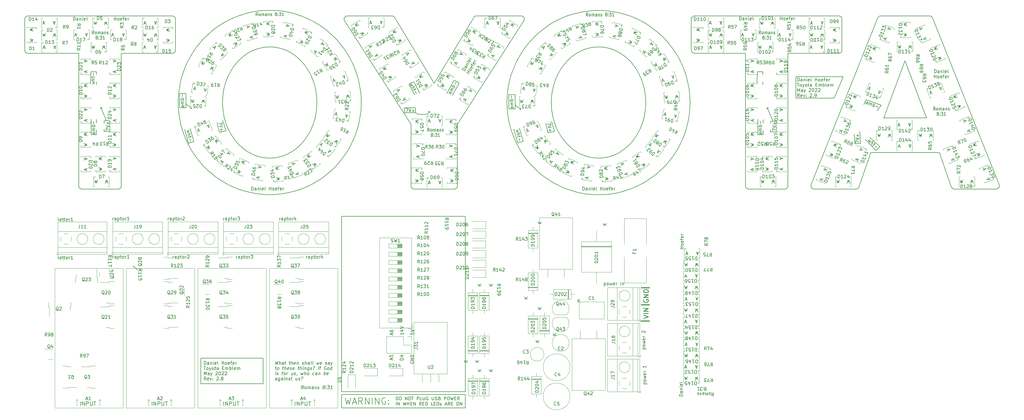
<source format=gbr>
%TF.GenerationSoftware,KiCad,Pcbnew,(6.0.0)*%
%TF.CreationDate,2022-05-14T17:25:00-07:00*%
%TF.ProjectId,Stencil,5374656e-6369-46c2-9e6b-696361645f70,rev?*%
%TF.SameCoordinates,Original*%
%TF.FileFunction,Legend,Top*%
%TF.FilePolarity,Positive*%
%FSLAX46Y46*%
G04 Gerber Fmt 4.6, Leading zero omitted, Abs format (unit mm)*
G04 Created by KiCad (PCBNEW (6.0.0)) date 2022-05-14 17:25:00*
%MOMM*%
%LPD*%
G01*
G04 APERTURE LIST*
%ADD10C,0.150000*%
%ADD11C,0.250000*%
%ADD12C,0.200000*%
%ADD13C,0.300000*%
%ADD14C,0.120000*%
%ADD15C,0.127000*%
G04 APERTURE END LIST*
D10*
X262255595Y-49200356D02*
X262255595Y-48200356D01*
X262493690Y-48200356D01*
X262636547Y-48247976D01*
X262731785Y-48343214D01*
X262779404Y-48438452D01*
X262827023Y-48628928D01*
X262827023Y-48771785D01*
X262779404Y-48962261D01*
X262731785Y-49057499D01*
X262636547Y-49152737D01*
X262493690Y-49200356D01*
X262255595Y-49200356D01*
X263684166Y-49200356D02*
X263684166Y-48676547D01*
X263636547Y-48581309D01*
X263541309Y-48533690D01*
X263350833Y-48533690D01*
X263255595Y-48581309D01*
X263684166Y-49152737D02*
X263588928Y-49200356D01*
X263350833Y-49200356D01*
X263255595Y-49152737D01*
X263207976Y-49057499D01*
X263207976Y-48962261D01*
X263255595Y-48867023D01*
X263350833Y-48819404D01*
X263588928Y-48819404D01*
X263684166Y-48771785D01*
X264160357Y-48533690D02*
X264160357Y-49200356D01*
X264160357Y-48628928D02*
X264207976Y-48581309D01*
X264303214Y-48533690D01*
X264446071Y-48533690D01*
X264541309Y-48581309D01*
X264588928Y-48676547D01*
X264588928Y-49200356D01*
X265065119Y-49200356D02*
X265065119Y-48533690D01*
X265065119Y-48200356D02*
X265017500Y-48247976D01*
X265065119Y-48295595D01*
X265112738Y-48247976D01*
X265065119Y-48200356D01*
X265065119Y-48295595D01*
X265922261Y-49152737D02*
X265827023Y-49200356D01*
X265636547Y-49200356D01*
X265541309Y-49152737D01*
X265493690Y-49057499D01*
X265493690Y-48676547D01*
X265541309Y-48581309D01*
X265636547Y-48533690D01*
X265827023Y-48533690D01*
X265922261Y-48581309D01*
X265969880Y-48676547D01*
X265969880Y-48771785D01*
X265493690Y-48867023D01*
X266541309Y-49200356D02*
X266446071Y-49152737D01*
X266398452Y-49057499D01*
X266398452Y-48200356D01*
X267684166Y-49200356D02*
X267684166Y-48200356D01*
X267684166Y-48676547D02*
X268255595Y-48676547D01*
X268255595Y-49200356D02*
X268255595Y-48200356D01*
X268874642Y-49200356D02*
X268779404Y-49152737D01*
X268731785Y-49105118D01*
X268684166Y-49009880D01*
X268684166Y-48724166D01*
X268731785Y-48628928D01*
X268779404Y-48581309D01*
X268874642Y-48533690D01*
X269017500Y-48533690D01*
X269112738Y-48581309D01*
X269160357Y-48628928D01*
X269207976Y-48724166D01*
X269207976Y-49009880D01*
X269160357Y-49105118D01*
X269112738Y-49152737D01*
X269017500Y-49200356D01*
X268874642Y-49200356D01*
X270017500Y-49152737D02*
X269922261Y-49200356D01*
X269731785Y-49200356D01*
X269636547Y-49152737D01*
X269588928Y-49057499D01*
X269588928Y-48676547D01*
X269636547Y-48581309D01*
X269731785Y-48533690D01*
X269922261Y-48533690D01*
X270017500Y-48581309D01*
X270065119Y-48676547D01*
X270065119Y-48771785D01*
X269588928Y-48867023D01*
X270350833Y-48533690D02*
X270731785Y-48533690D01*
X270493690Y-49200356D02*
X270493690Y-48343214D01*
X270541309Y-48247976D01*
X270636547Y-48200356D01*
X270731785Y-48200356D01*
X271446071Y-49152737D02*
X271350833Y-49200356D01*
X271160357Y-49200356D01*
X271065119Y-49152737D01*
X271017500Y-49057499D01*
X271017500Y-48676547D01*
X271065119Y-48581309D01*
X271160357Y-48533690D01*
X271350833Y-48533690D01*
X271446071Y-48581309D01*
X271493690Y-48676547D01*
X271493690Y-48771785D01*
X271017500Y-48867023D01*
X271922261Y-49200356D02*
X271922261Y-48533690D01*
X271922261Y-48724166D02*
X271969880Y-48628928D01*
X272017500Y-48581309D01*
X272112738Y-48533690D01*
X272207976Y-48533690D01*
X262112738Y-49810356D02*
X262684166Y-49810356D01*
X262398452Y-50810356D02*
X262398452Y-49810356D01*
X263160357Y-50810356D02*
X263065119Y-50762737D01*
X263017500Y-50715118D01*
X262969880Y-50619880D01*
X262969880Y-50334166D01*
X263017500Y-50238928D01*
X263065119Y-50191309D01*
X263160357Y-50143690D01*
X263303214Y-50143690D01*
X263398452Y-50191309D01*
X263446071Y-50238928D01*
X263493690Y-50334166D01*
X263493690Y-50619880D01*
X263446071Y-50715118D01*
X263398452Y-50762737D01*
X263303214Y-50810356D01*
X263160357Y-50810356D01*
X263827023Y-50143690D02*
X264065119Y-50810356D01*
X264303214Y-50143690D02*
X264065119Y-50810356D01*
X263969880Y-51048452D01*
X263922261Y-51096071D01*
X263827023Y-51143690D01*
X264827023Y-50810356D02*
X264731785Y-50762737D01*
X264684166Y-50715118D01*
X264636547Y-50619880D01*
X264636547Y-50334166D01*
X264684166Y-50238928D01*
X264731785Y-50191309D01*
X264827023Y-50143690D01*
X264969880Y-50143690D01*
X265065119Y-50191309D01*
X265112738Y-50238928D01*
X265160357Y-50334166D01*
X265160357Y-50619880D01*
X265112738Y-50715118D01*
X265065119Y-50762737D01*
X264969880Y-50810356D01*
X264827023Y-50810356D01*
X265446071Y-50143690D02*
X265827023Y-50143690D01*
X265588928Y-49810356D02*
X265588928Y-50667499D01*
X265636547Y-50762737D01*
X265731785Y-50810356D01*
X265827023Y-50810356D01*
X266588928Y-50810356D02*
X266588928Y-50286547D01*
X266541309Y-50191309D01*
X266446071Y-50143690D01*
X266255595Y-50143690D01*
X266160357Y-50191309D01*
X266588928Y-50762737D02*
X266493690Y-50810356D01*
X266255595Y-50810356D01*
X266160357Y-50762737D01*
X266112738Y-50667499D01*
X266112738Y-50572261D01*
X266160357Y-50477023D01*
X266255595Y-50429404D01*
X266493690Y-50429404D01*
X266588928Y-50381785D01*
X267827023Y-50286547D02*
X268160357Y-50286547D01*
X268303214Y-50810356D02*
X267827023Y-50810356D01*
X267827023Y-49810356D01*
X268303214Y-49810356D01*
X268731785Y-50810356D02*
X268731785Y-50143690D01*
X268731785Y-50238928D02*
X268779404Y-50191309D01*
X268874642Y-50143690D01*
X269017500Y-50143690D01*
X269112738Y-50191309D01*
X269160357Y-50286547D01*
X269160357Y-50810356D01*
X269160357Y-50286547D02*
X269207976Y-50191309D01*
X269303214Y-50143690D01*
X269446071Y-50143690D01*
X269541309Y-50191309D01*
X269588928Y-50286547D01*
X269588928Y-50810356D01*
X270065119Y-50810356D02*
X270065119Y-49810356D01*
X270065119Y-50191309D02*
X270160357Y-50143690D01*
X270350833Y-50143690D01*
X270446071Y-50191309D01*
X270493690Y-50238928D01*
X270541309Y-50334166D01*
X270541309Y-50619880D01*
X270493690Y-50715118D01*
X270446071Y-50762737D01*
X270350833Y-50810356D01*
X270160357Y-50810356D01*
X270065119Y-50762737D01*
X271112738Y-50810356D02*
X271017500Y-50762737D01*
X270969880Y-50667499D01*
X270969880Y-49810356D01*
X271874642Y-50762737D02*
X271779404Y-50810356D01*
X271588928Y-50810356D01*
X271493690Y-50762737D01*
X271446071Y-50667499D01*
X271446071Y-50286547D01*
X271493690Y-50191309D01*
X271588928Y-50143690D01*
X271779404Y-50143690D01*
X271874642Y-50191309D01*
X271922261Y-50286547D01*
X271922261Y-50381785D01*
X271446071Y-50477023D01*
X272350833Y-50810356D02*
X272350833Y-50143690D01*
X272350833Y-50238928D02*
X272398452Y-50191309D01*
X272493690Y-50143690D01*
X272636547Y-50143690D01*
X272731785Y-50191309D01*
X272779404Y-50286547D01*
X272779404Y-50810356D01*
X272779404Y-50286547D02*
X272827023Y-50191309D01*
X272922261Y-50143690D01*
X273065119Y-50143690D01*
X273160357Y-50191309D01*
X273207976Y-50286547D01*
X273207976Y-50810356D01*
X262255595Y-52420356D02*
X262255595Y-51420356D01*
X262588928Y-52134642D01*
X262922261Y-51420356D01*
X262922261Y-52420356D01*
X263827023Y-52420356D02*
X263827023Y-51896547D01*
X263779404Y-51801309D01*
X263684166Y-51753690D01*
X263493690Y-51753690D01*
X263398452Y-51801309D01*
X263827023Y-52372737D02*
X263731785Y-52420356D01*
X263493690Y-52420356D01*
X263398452Y-52372737D01*
X263350833Y-52277499D01*
X263350833Y-52182261D01*
X263398452Y-52087023D01*
X263493690Y-52039404D01*
X263731785Y-52039404D01*
X263827023Y-51991785D01*
X264207976Y-51753690D02*
X264446071Y-52420356D01*
X264684166Y-51753690D02*
X264446071Y-52420356D01*
X264350833Y-52658452D01*
X264303214Y-52706071D01*
X264207976Y-52753690D01*
X265779404Y-51515595D02*
X265827023Y-51467976D01*
X265922261Y-51420356D01*
X266160357Y-51420356D01*
X266255595Y-51467976D01*
X266303214Y-51515595D01*
X266350833Y-51610833D01*
X266350833Y-51706071D01*
X266303214Y-51848928D01*
X265731785Y-52420356D01*
X266350833Y-52420356D01*
X266969880Y-51420356D02*
X267065119Y-51420356D01*
X267160357Y-51467976D01*
X267207976Y-51515595D01*
X267255595Y-51610833D01*
X267303214Y-51801309D01*
X267303214Y-52039404D01*
X267255595Y-52229880D01*
X267207976Y-52325118D01*
X267160357Y-52372737D01*
X267065119Y-52420356D01*
X266969880Y-52420356D01*
X266874642Y-52372737D01*
X266827023Y-52325118D01*
X266779404Y-52229880D01*
X266731785Y-52039404D01*
X266731785Y-51801309D01*
X266779404Y-51610833D01*
X266827023Y-51515595D01*
X266874642Y-51467976D01*
X266969880Y-51420356D01*
X267684166Y-51515595D02*
X267731785Y-51467976D01*
X267827023Y-51420356D01*
X268065119Y-51420356D01*
X268160357Y-51467976D01*
X268207976Y-51515595D01*
X268255595Y-51610833D01*
X268255595Y-51706071D01*
X268207976Y-51848928D01*
X267636547Y-52420356D01*
X268255595Y-52420356D01*
X268636547Y-51515595D02*
X268684166Y-51467976D01*
X268779404Y-51420356D01*
X269017500Y-51420356D01*
X269112738Y-51467976D01*
X269160357Y-51515595D01*
X269207976Y-51610833D01*
X269207976Y-51706071D01*
X269160357Y-51848928D01*
X268588928Y-52420356D01*
X269207976Y-52420356D01*
X262827023Y-54030356D02*
X262493690Y-53554166D01*
X262255595Y-54030356D02*
X262255595Y-53030356D01*
X262636547Y-53030356D01*
X262731785Y-53077976D01*
X262779404Y-53125595D01*
X262827023Y-53220833D01*
X262827023Y-53363690D01*
X262779404Y-53458928D01*
X262731785Y-53506547D01*
X262636547Y-53554166D01*
X262255595Y-53554166D01*
X263636547Y-53982737D02*
X263541309Y-54030356D01*
X263350833Y-54030356D01*
X263255595Y-53982737D01*
X263207976Y-53887499D01*
X263207976Y-53506547D01*
X263255595Y-53411309D01*
X263350833Y-53363690D01*
X263541309Y-53363690D01*
X263636547Y-53411309D01*
X263684166Y-53506547D01*
X263684166Y-53601785D01*
X263207976Y-53697023D01*
X264017500Y-53363690D02*
X264255595Y-54030356D01*
X264493690Y-53363690D01*
X264874642Y-53935118D02*
X264922261Y-53982737D01*
X264874642Y-54030356D01*
X264827023Y-53982737D01*
X264874642Y-53935118D01*
X264874642Y-54030356D01*
X264874642Y-53411309D02*
X264922261Y-53458928D01*
X264874642Y-53506547D01*
X264827023Y-53458928D01*
X264874642Y-53411309D01*
X264874642Y-53506547D01*
X266065119Y-53125595D02*
X266112738Y-53077976D01*
X266207976Y-53030356D01*
X266446071Y-53030356D01*
X266541309Y-53077976D01*
X266588928Y-53125595D01*
X266636547Y-53220833D01*
X266636547Y-53316071D01*
X266588928Y-53458928D01*
X266017500Y-54030356D01*
X266636547Y-54030356D01*
X267065119Y-53935118D02*
X267112738Y-53982737D01*
X267065119Y-54030356D01*
X267017500Y-53982737D01*
X267065119Y-53935118D01*
X267065119Y-54030356D01*
X267588928Y-54030356D02*
X267779404Y-54030356D01*
X267874642Y-53982737D01*
X267922261Y-53935118D01*
X268017500Y-53792261D01*
X268065119Y-53601785D01*
X268065119Y-53220833D01*
X268017500Y-53125595D01*
X267969880Y-53077976D01*
X267874642Y-53030356D01*
X267684166Y-53030356D01*
X267588928Y-53077976D01*
X267541309Y-53125595D01*
X267493690Y-53220833D01*
X267493690Y-53458928D01*
X267541309Y-53554166D01*
X267588928Y-53601785D01*
X267684166Y-53649404D01*
X267874642Y-53649404D01*
X267969880Y-53601785D01*
X268017500Y-53554166D01*
X268065119Y-53458928D01*
X227177860Y-100791631D02*
X226177860Y-100791631D01*
X226654051Y-100791631D02*
X226654051Y-100220202D01*
X227177860Y-100220202D02*
X226177860Y-100220202D01*
X227177860Y-99601155D02*
X227130241Y-99696393D01*
X227082622Y-99744012D01*
X226987384Y-99791631D01*
X226701670Y-99791631D01*
X226606432Y-99744012D01*
X226558813Y-99696393D01*
X226511194Y-99601155D01*
X226511194Y-99458297D01*
X226558813Y-99363059D01*
X226606432Y-99315440D01*
X226701670Y-99267821D01*
X226987384Y-99267821D01*
X227082622Y-99315440D01*
X227130241Y-99363059D01*
X227177860Y-99458297D01*
X227177860Y-99601155D01*
X227130241Y-98458297D02*
X227177860Y-98553535D01*
X227177860Y-98744012D01*
X227130241Y-98839250D01*
X227035003Y-98886869D01*
X226654051Y-98886869D01*
X226558813Y-98839250D01*
X226511194Y-98744012D01*
X226511194Y-98553535D01*
X226558813Y-98458297D01*
X226654051Y-98410678D01*
X226749289Y-98410678D01*
X226844527Y-98886869D01*
X226511194Y-98124964D02*
X226511194Y-97744012D01*
X227177860Y-97982107D02*
X226320718Y-97982107D01*
X226225480Y-97934488D01*
X226177860Y-97839250D01*
X226177860Y-97744012D01*
X227130241Y-97029726D02*
X227177860Y-97124964D01*
X227177860Y-97315440D01*
X227130241Y-97410678D01*
X227035003Y-97458297D01*
X226654051Y-97458297D01*
X226558813Y-97410678D01*
X226511194Y-97315440D01*
X226511194Y-97124964D01*
X226558813Y-97029726D01*
X226654051Y-96982107D01*
X226749289Y-96982107D01*
X226844527Y-97458297D01*
X227177860Y-96553535D02*
X226511194Y-96553535D01*
X226701670Y-96553535D02*
X226606432Y-96505916D01*
X226558813Y-96458297D01*
X226511194Y-96363059D01*
X226511194Y-96267821D01*
X46052857Y-34640356D02*
X45752857Y-34164166D01*
X45538571Y-34640356D02*
X45538571Y-33640356D01*
X45881428Y-33640356D01*
X45967142Y-33687976D01*
X46010000Y-33735595D01*
X46052857Y-33830833D01*
X46052857Y-33973690D01*
X46010000Y-34068928D01*
X45967142Y-34116547D01*
X45881428Y-34164166D01*
X45538571Y-34164166D01*
X46567142Y-34640356D02*
X46481428Y-34592737D01*
X46438571Y-34545118D01*
X46395714Y-34449880D01*
X46395714Y-34164166D01*
X46438571Y-34068928D01*
X46481428Y-34021309D01*
X46567142Y-33973690D01*
X46695714Y-33973690D01*
X46781428Y-34021309D01*
X46824285Y-34068928D01*
X46867142Y-34164166D01*
X46867142Y-34449880D01*
X46824285Y-34545118D01*
X46781428Y-34592737D01*
X46695714Y-34640356D01*
X46567142Y-34640356D01*
X47252857Y-34640356D02*
X47252857Y-33973690D01*
X47252857Y-34068928D02*
X47295714Y-34021309D01*
X47381428Y-33973690D01*
X47510000Y-33973690D01*
X47595714Y-34021309D01*
X47638571Y-34116547D01*
X47638571Y-34640356D01*
X47638571Y-34116547D02*
X47681428Y-34021309D01*
X47767142Y-33973690D01*
X47895714Y-33973690D01*
X47981428Y-34021309D01*
X48024285Y-34116547D01*
X48024285Y-34640356D01*
X48838571Y-34640356D02*
X48838571Y-34116547D01*
X48795714Y-34021309D01*
X48710000Y-33973690D01*
X48538571Y-33973690D01*
X48452857Y-34021309D01*
X48838571Y-34592737D02*
X48752857Y-34640356D01*
X48538571Y-34640356D01*
X48452857Y-34592737D01*
X48410000Y-34497499D01*
X48410000Y-34402261D01*
X48452857Y-34307023D01*
X48538571Y-34259404D01*
X48752857Y-34259404D01*
X48838571Y-34211785D01*
X49267142Y-33973690D02*
X49267142Y-34640356D01*
X49267142Y-34068928D02*
X49310000Y-34021309D01*
X49395714Y-33973690D01*
X49524285Y-33973690D01*
X49610000Y-34021309D01*
X49652857Y-34116547D01*
X49652857Y-34640356D01*
X50038571Y-34592737D02*
X50124285Y-34640356D01*
X50295714Y-34640356D01*
X50381428Y-34592737D01*
X50424285Y-34497499D01*
X50424285Y-34449880D01*
X50381428Y-34354642D01*
X50295714Y-34307023D01*
X50167142Y-34307023D01*
X50081428Y-34259404D01*
X50038571Y-34164166D01*
X50038571Y-34116547D01*
X50081428Y-34021309D01*
X50167142Y-33973690D01*
X50295714Y-33973690D01*
X50381428Y-34021309D01*
X46802857Y-35678928D02*
X46717142Y-35631309D01*
X46674285Y-35583690D01*
X46631428Y-35488452D01*
X46631428Y-35440833D01*
X46674285Y-35345595D01*
X46717142Y-35297976D01*
X46802857Y-35250356D01*
X46974285Y-35250356D01*
X47060000Y-35297976D01*
X47102857Y-35345595D01*
X47145714Y-35440833D01*
X47145714Y-35488452D01*
X47102857Y-35583690D01*
X47060000Y-35631309D01*
X46974285Y-35678928D01*
X46802857Y-35678928D01*
X46717142Y-35726547D01*
X46674285Y-35774166D01*
X46631428Y-35869404D01*
X46631428Y-36059880D01*
X46674285Y-36155118D01*
X46717142Y-36202737D01*
X46802857Y-36250356D01*
X46974285Y-36250356D01*
X47060000Y-36202737D01*
X47102857Y-36155118D01*
X47145714Y-36059880D01*
X47145714Y-35869404D01*
X47102857Y-35774166D01*
X47060000Y-35726547D01*
X46974285Y-35678928D01*
X47531428Y-36155118D02*
X47574285Y-36202737D01*
X47531428Y-36250356D01*
X47488571Y-36202737D01*
X47531428Y-36155118D01*
X47531428Y-36250356D01*
X47531428Y-35631309D02*
X47574285Y-35678928D01*
X47531428Y-35726547D01*
X47488571Y-35678928D01*
X47531428Y-35631309D01*
X47531428Y-35726547D01*
X47874285Y-35250356D02*
X48431428Y-35250356D01*
X48131428Y-35631309D01*
X48260000Y-35631309D01*
X48345714Y-35678928D01*
X48388571Y-35726547D01*
X48431428Y-35821785D01*
X48431428Y-36059880D01*
X48388571Y-36155118D01*
X48345714Y-36202737D01*
X48260000Y-36250356D01*
X48002857Y-36250356D01*
X47917142Y-36202737D01*
X47874285Y-36155118D01*
X49288571Y-36250356D02*
X48774285Y-36250356D01*
X49031428Y-36250356D02*
X49031428Y-35250356D01*
X48945714Y-35393214D01*
X48860000Y-35488452D01*
X48774285Y-35536071D01*
X68795595Y-91995356D02*
X68795595Y-91328690D01*
X68795595Y-91519166D02*
X68843214Y-91423928D01*
X68890833Y-91376309D01*
X68986071Y-91328690D01*
X69081309Y-91328690D01*
X69843214Y-91995356D02*
X69843214Y-91471547D01*
X69795595Y-91376309D01*
X69700357Y-91328690D01*
X69509880Y-91328690D01*
X69414642Y-91376309D01*
X69843214Y-91947737D02*
X69747976Y-91995356D01*
X69509880Y-91995356D01*
X69414642Y-91947737D01*
X69367023Y-91852499D01*
X69367023Y-91757261D01*
X69414642Y-91662023D01*
X69509880Y-91614404D01*
X69747976Y-91614404D01*
X69843214Y-91566785D01*
X70319404Y-91328690D02*
X70319404Y-92328690D01*
X70319404Y-91376309D02*
X70414642Y-91328690D01*
X70605119Y-91328690D01*
X70700357Y-91376309D01*
X70747976Y-91423928D01*
X70795595Y-91519166D01*
X70795595Y-91804880D01*
X70747976Y-91900118D01*
X70700357Y-91947737D01*
X70605119Y-91995356D01*
X70414642Y-91995356D01*
X70319404Y-91947737D01*
X71081309Y-91328690D02*
X71462261Y-91328690D01*
X71224166Y-90995356D02*
X71224166Y-91852499D01*
X71271785Y-91947737D01*
X71367023Y-91995356D01*
X71462261Y-91995356D01*
X71938452Y-91995356D02*
X71843214Y-91947737D01*
X71795595Y-91900118D01*
X71747976Y-91804880D01*
X71747976Y-91519166D01*
X71795595Y-91423928D01*
X71843214Y-91376309D01*
X71938452Y-91328690D01*
X72081309Y-91328690D01*
X72176547Y-91376309D01*
X72224166Y-91423928D01*
X72271785Y-91519166D01*
X72271785Y-91804880D01*
X72224166Y-91900118D01*
X72176547Y-91947737D01*
X72081309Y-91995356D01*
X71938452Y-91995356D01*
X72700357Y-91995356D02*
X72700357Y-91328690D01*
X72700357Y-91519166D02*
X72747976Y-91423928D01*
X72795595Y-91376309D01*
X72890833Y-91328690D01*
X72986071Y-91328690D01*
X73271785Y-91090595D02*
X73319404Y-91042976D01*
X73414642Y-90995356D01*
X73652738Y-90995356D01*
X73747976Y-91042976D01*
X73795595Y-91090595D01*
X73843214Y-91185833D01*
X73843214Y-91281071D01*
X73795595Y-91423928D01*
X73224166Y-91995356D01*
X73843214Y-91995356D01*
X250952857Y-34640356D02*
X250652857Y-34164166D01*
X250438571Y-34640356D02*
X250438571Y-33640356D01*
X250781428Y-33640356D01*
X250867142Y-33687976D01*
X250910000Y-33735595D01*
X250952857Y-33830833D01*
X250952857Y-33973690D01*
X250910000Y-34068928D01*
X250867142Y-34116547D01*
X250781428Y-34164166D01*
X250438571Y-34164166D01*
X251467142Y-34640356D02*
X251381428Y-34592737D01*
X251338571Y-34545118D01*
X251295714Y-34449880D01*
X251295714Y-34164166D01*
X251338571Y-34068928D01*
X251381428Y-34021309D01*
X251467142Y-33973690D01*
X251595714Y-33973690D01*
X251681428Y-34021309D01*
X251724285Y-34068928D01*
X251767142Y-34164166D01*
X251767142Y-34449880D01*
X251724285Y-34545118D01*
X251681428Y-34592737D01*
X251595714Y-34640356D01*
X251467142Y-34640356D01*
X252152857Y-34640356D02*
X252152857Y-33973690D01*
X252152857Y-34068928D02*
X252195714Y-34021309D01*
X252281428Y-33973690D01*
X252410000Y-33973690D01*
X252495714Y-34021309D01*
X252538571Y-34116547D01*
X252538571Y-34640356D01*
X252538571Y-34116547D02*
X252581428Y-34021309D01*
X252667142Y-33973690D01*
X252795714Y-33973690D01*
X252881428Y-34021309D01*
X252924285Y-34116547D01*
X252924285Y-34640356D01*
X253738571Y-34640356D02*
X253738571Y-34116547D01*
X253695714Y-34021309D01*
X253610000Y-33973690D01*
X253438571Y-33973690D01*
X253352857Y-34021309D01*
X253738571Y-34592737D02*
X253652857Y-34640356D01*
X253438571Y-34640356D01*
X253352857Y-34592737D01*
X253310000Y-34497499D01*
X253310000Y-34402261D01*
X253352857Y-34307023D01*
X253438571Y-34259404D01*
X253652857Y-34259404D01*
X253738571Y-34211785D01*
X254167142Y-33973690D02*
X254167142Y-34640356D01*
X254167142Y-34068928D02*
X254210000Y-34021309D01*
X254295714Y-33973690D01*
X254424285Y-33973690D01*
X254510000Y-34021309D01*
X254552857Y-34116547D01*
X254552857Y-34640356D01*
X254938571Y-34592737D02*
X255024285Y-34640356D01*
X255195714Y-34640356D01*
X255281428Y-34592737D01*
X255324285Y-34497499D01*
X255324285Y-34449880D01*
X255281428Y-34354642D01*
X255195714Y-34307023D01*
X255067142Y-34307023D01*
X254981428Y-34259404D01*
X254938571Y-34164166D01*
X254938571Y-34116547D01*
X254981428Y-34021309D01*
X255067142Y-33973690D01*
X255195714Y-33973690D01*
X255281428Y-34021309D01*
X251702857Y-35678928D02*
X251617142Y-35631309D01*
X251574285Y-35583690D01*
X251531428Y-35488452D01*
X251531428Y-35440833D01*
X251574285Y-35345595D01*
X251617142Y-35297976D01*
X251702857Y-35250356D01*
X251874285Y-35250356D01*
X251960000Y-35297976D01*
X252002857Y-35345595D01*
X252045714Y-35440833D01*
X252045714Y-35488452D01*
X252002857Y-35583690D01*
X251960000Y-35631309D01*
X251874285Y-35678928D01*
X251702857Y-35678928D01*
X251617142Y-35726547D01*
X251574285Y-35774166D01*
X251531428Y-35869404D01*
X251531428Y-36059880D01*
X251574285Y-36155118D01*
X251617142Y-36202737D01*
X251702857Y-36250356D01*
X251874285Y-36250356D01*
X251960000Y-36202737D01*
X252002857Y-36155118D01*
X252045714Y-36059880D01*
X252045714Y-35869404D01*
X252002857Y-35774166D01*
X251960000Y-35726547D01*
X251874285Y-35678928D01*
X252431428Y-36155118D02*
X252474285Y-36202737D01*
X252431428Y-36250356D01*
X252388571Y-36202737D01*
X252431428Y-36155118D01*
X252431428Y-36250356D01*
X252431428Y-35631309D02*
X252474285Y-35678928D01*
X252431428Y-35726547D01*
X252388571Y-35678928D01*
X252431428Y-35631309D01*
X252431428Y-35726547D01*
X252774285Y-35250356D02*
X253331428Y-35250356D01*
X253031428Y-35631309D01*
X253160000Y-35631309D01*
X253245714Y-35678928D01*
X253288571Y-35726547D01*
X253331428Y-35821785D01*
X253331428Y-36059880D01*
X253288571Y-36155118D01*
X253245714Y-36202737D01*
X253160000Y-36250356D01*
X252902857Y-36250356D01*
X252817142Y-36202737D01*
X252774285Y-36155118D01*
X254188571Y-36250356D02*
X253674285Y-36250356D01*
X253931428Y-36250356D02*
X253931428Y-35250356D01*
X253845714Y-35393214D01*
X253760000Y-35488452D01*
X253674285Y-35536071D01*
X85308536Y-61728344D02*
X85447143Y-62380442D01*
X84379891Y-62169148D01*
X85496646Y-62613335D02*
X84587802Y-63147295D01*
X85635254Y-63265433D01*
X85099038Y-63720189D02*
X85257447Y-64465445D01*
X84805615Y-64172021D02*
X85550870Y-64013613D01*
X138865595Y-147410356D02*
X138865595Y-146410356D01*
X139103690Y-146410356D01*
X139246547Y-146457976D01*
X139341785Y-146553214D01*
X139389404Y-146648452D01*
X139437023Y-146838928D01*
X139437023Y-146981785D01*
X139389404Y-147172261D01*
X139341785Y-147267499D01*
X139246547Y-147362737D01*
X139103690Y-147410356D01*
X138865595Y-147410356D01*
X140056071Y-146410356D02*
X140246547Y-146410356D01*
X140341785Y-146457976D01*
X140437023Y-146553214D01*
X140484642Y-146743690D01*
X140484642Y-147077023D01*
X140437023Y-147267499D01*
X140341785Y-147362737D01*
X140246547Y-147410356D01*
X140056071Y-147410356D01*
X139960833Y-147362737D01*
X139865595Y-147267499D01*
X139817976Y-147077023D01*
X139817976Y-146743690D01*
X139865595Y-146553214D01*
X139960833Y-146457976D01*
X140056071Y-146410356D01*
X141675119Y-147410356D02*
X141675119Y-146410356D01*
X142246547Y-147410356D01*
X142246547Y-146410356D01*
X142913214Y-146410356D02*
X143103690Y-146410356D01*
X143198928Y-146457976D01*
X143294166Y-146553214D01*
X143341785Y-146743690D01*
X143341785Y-147077023D01*
X143294166Y-147267499D01*
X143198928Y-147362737D01*
X143103690Y-147410356D01*
X142913214Y-147410356D01*
X142817976Y-147362737D01*
X142722738Y-147267499D01*
X142675119Y-147077023D01*
X142675119Y-146743690D01*
X142722738Y-146553214D01*
X142817976Y-146457976D01*
X142913214Y-146410356D01*
X143627500Y-146410356D02*
X144198928Y-146410356D01*
X143913214Y-147410356D02*
X143913214Y-146410356D01*
X145294166Y-147410356D02*
X145294166Y-146410356D01*
X145675119Y-146410356D01*
X145770357Y-146457976D01*
X145817976Y-146505595D01*
X145865595Y-146600833D01*
X145865595Y-146743690D01*
X145817976Y-146838928D01*
X145770357Y-146886547D01*
X145675119Y-146934166D01*
X145294166Y-146934166D01*
X146770357Y-147410356D02*
X146294166Y-147410356D01*
X146294166Y-146410356D01*
X147103690Y-146410356D02*
X147103690Y-147219880D01*
X147151309Y-147315118D01*
X147198928Y-147362737D01*
X147294166Y-147410356D01*
X147484642Y-147410356D01*
X147579880Y-147362737D01*
X147627500Y-147315118D01*
X147675119Y-147219880D01*
X147675119Y-146410356D01*
X148675119Y-146457976D02*
X148579880Y-146410356D01*
X148437023Y-146410356D01*
X148294166Y-146457976D01*
X148198928Y-146553214D01*
X148151309Y-146648452D01*
X148103690Y-146838928D01*
X148103690Y-146981785D01*
X148151309Y-147172261D01*
X148198928Y-147267499D01*
X148294166Y-147362737D01*
X148437023Y-147410356D01*
X148532261Y-147410356D01*
X148675119Y-147362737D01*
X148722738Y-147315118D01*
X148722738Y-146981785D01*
X148532261Y-146981785D01*
X149913214Y-146410356D02*
X149913214Y-147219880D01*
X149960833Y-147315118D01*
X150008452Y-147362737D01*
X150103690Y-147410356D01*
X150294166Y-147410356D01*
X150389404Y-147362737D01*
X150437023Y-147315118D01*
X150484642Y-147219880D01*
X150484642Y-146410356D01*
X150913214Y-147362737D02*
X151056071Y-147410356D01*
X151294166Y-147410356D01*
X151389404Y-147362737D01*
X151437023Y-147315118D01*
X151484642Y-147219880D01*
X151484642Y-147124642D01*
X151437023Y-147029404D01*
X151389404Y-146981785D01*
X151294166Y-146934166D01*
X151103690Y-146886547D01*
X151008452Y-146838928D01*
X150960833Y-146791309D01*
X150913214Y-146696071D01*
X150913214Y-146600833D01*
X150960833Y-146505595D01*
X151008452Y-146457976D01*
X151103690Y-146410356D01*
X151341785Y-146410356D01*
X151484642Y-146457976D01*
X152246547Y-146886547D02*
X152389404Y-146934166D01*
X152437023Y-146981785D01*
X152484642Y-147077023D01*
X152484642Y-147219880D01*
X152437023Y-147315118D01*
X152389404Y-147362737D01*
X152294166Y-147410356D01*
X151913214Y-147410356D01*
X151913214Y-146410356D01*
X152246547Y-146410356D01*
X152341785Y-146457976D01*
X152389404Y-146505595D01*
X152437023Y-146600833D01*
X152437023Y-146696071D01*
X152389404Y-146791309D01*
X152341785Y-146838928D01*
X152246547Y-146886547D01*
X151913214Y-146886547D01*
X153675119Y-147410356D02*
X153675119Y-146410356D01*
X154056071Y-146410356D01*
X154151309Y-146457976D01*
X154198928Y-146505595D01*
X154246547Y-146600833D01*
X154246547Y-146743690D01*
X154198928Y-146838928D01*
X154151309Y-146886547D01*
X154056071Y-146934166D01*
X153675119Y-146934166D01*
X154865595Y-146410356D02*
X155056071Y-146410356D01*
X155151309Y-146457976D01*
X155246547Y-146553214D01*
X155294166Y-146743690D01*
X155294166Y-147077023D01*
X155246547Y-147267499D01*
X155151309Y-147362737D01*
X155056071Y-147410356D01*
X154865595Y-147410356D01*
X154770357Y-147362737D01*
X154675119Y-147267499D01*
X154627500Y-147077023D01*
X154627500Y-146743690D01*
X154675119Y-146553214D01*
X154770357Y-146457976D01*
X154865595Y-146410356D01*
X155627500Y-146410356D02*
X155865595Y-147410356D01*
X156056071Y-146696071D01*
X156246547Y-147410356D01*
X156484642Y-146410356D01*
X156865595Y-146886547D02*
X157198928Y-146886547D01*
X157341785Y-147410356D02*
X156865595Y-147410356D01*
X156865595Y-146410356D01*
X157341785Y-146410356D01*
X158341785Y-147410356D02*
X158008452Y-146934166D01*
X157770357Y-147410356D02*
X157770357Y-146410356D01*
X158151309Y-146410356D01*
X158246547Y-146457976D01*
X158294166Y-146505595D01*
X158341785Y-146600833D01*
X158341785Y-146743690D01*
X158294166Y-146838928D01*
X158246547Y-146886547D01*
X158151309Y-146934166D01*
X157770357Y-146934166D01*
X138865595Y-149020356D02*
X138865595Y-148020356D01*
X139341785Y-149020356D02*
X139341785Y-148020356D01*
X139913214Y-149020356D01*
X139913214Y-148020356D01*
X141056071Y-148020356D02*
X141294166Y-149020356D01*
X141484642Y-148306071D01*
X141675119Y-149020356D01*
X141913214Y-148020356D01*
X142294166Y-149020356D02*
X142294166Y-148020356D01*
X142294166Y-148496547D02*
X142865595Y-148496547D01*
X142865595Y-149020356D02*
X142865595Y-148020356D01*
X143341785Y-148496547D02*
X143675119Y-148496547D01*
X143817976Y-149020356D02*
X143341785Y-149020356D01*
X143341785Y-148020356D01*
X143817976Y-148020356D01*
X144246547Y-149020356D02*
X144246547Y-148020356D01*
X144817976Y-149020356D01*
X144817976Y-148020356D01*
X146627500Y-149020356D02*
X146294166Y-148544166D01*
X146056071Y-149020356D02*
X146056071Y-148020356D01*
X146437023Y-148020356D01*
X146532261Y-148067976D01*
X146579880Y-148115595D01*
X146627500Y-148210833D01*
X146627500Y-148353690D01*
X146579880Y-148448928D01*
X146532261Y-148496547D01*
X146437023Y-148544166D01*
X146056071Y-148544166D01*
X147056071Y-148496547D02*
X147389404Y-148496547D01*
X147532261Y-149020356D02*
X147056071Y-149020356D01*
X147056071Y-148020356D01*
X147532261Y-148020356D01*
X147960833Y-149020356D02*
X147960833Y-148020356D01*
X148198928Y-148020356D01*
X148341785Y-148067976D01*
X148437023Y-148163214D01*
X148484642Y-148258452D01*
X148532261Y-148448928D01*
X148532261Y-148591785D01*
X148484642Y-148782261D01*
X148437023Y-148877499D01*
X148341785Y-148972737D01*
X148198928Y-149020356D01*
X147960833Y-149020356D01*
X150198928Y-149020356D02*
X149722738Y-149020356D01*
X149722738Y-148020356D01*
X150532261Y-148496547D02*
X150865595Y-148496547D01*
X151008452Y-149020356D02*
X150532261Y-149020356D01*
X150532261Y-148020356D01*
X151008452Y-148020356D01*
X151437023Y-149020356D02*
X151437023Y-148020356D01*
X151675119Y-148020356D01*
X151817976Y-148067976D01*
X151913214Y-148163214D01*
X151960833Y-148258452D01*
X152008452Y-148448928D01*
X152008452Y-148591785D01*
X151960833Y-148782261D01*
X151913214Y-148877499D01*
X151817976Y-148972737D01*
X151675119Y-149020356D01*
X151437023Y-149020356D01*
X152389404Y-148972737D02*
X152484642Y-149020356D01*
X152675119Y-149020356D01*
X152770357Y-148972737D01*
X152817976Y-148877499D01*
X152817976Y-148829880D01*
X152770357Y-148734642D01*
X152675119Y-148687023D01*
X152532261Y-148687023D01*
X152437023Y-148639404D01*
X152389404Y-148544166D01*
X152389404Y-148496547D01*
X152437023Y-148401309D01*
X152532261Y-148353690D01*
X152675119Y-148353690D01*
X152770357Y-148401309D01*
X153960833Y-148734642D02*
X154437023Y-148734642D01*
X153865595Y-149020356D02*
X154198928Y-148020356D01*
X154532261Y-149020356D01*
X155437023Y-149020356D02*
X155103690Y-148544166D01*
X154865595Y-149020356D02*
X154865595Y-148020356D01*
X155246547Y-148020356D01*
X155341785Y-148067976D01*
X155389404Y-148115595D01*
X155437023Y-148210833D01*
X155437023Y-148353690D01*
X155389404Y-148448928D01*
X155341785Y-148496547D01*
X155246547Y-148544166D01*
X154865595Y-148544166D01*
X155865595Y-148496547D02*
X156198928Y-148496547D01*
X156341785Y-149020356D02*
X155865595Y-149020356D01*
X155865595Y-148020356D01*
X156341785Y-148020356D01*
X157722738Y-148020356D02*
X157913214Y-148020356D01*
X158008452Y-148067976D01*
X158103690Y-148163214D01*
X158151309Y-148353690D01*
X158151309Y-148687023D01*
X158103690Y-148877499D01*
X158008452Y-148972737D01*
X157913214Y-149020356D01*
X157722738Y-149020356D01*
X157627500Y-148972737D01*
X157532261Y-148877499D01*
X157484642Y-148687023D01*
X157484642Y-148353690D01*
X157532261Y-148163214D01*
X157627500Y-148067976D01*
X157722738Y-148020356D01*
X158579880Y-149020356D02*
X158579880Y-148020356D01*
X159151309Y-149020356D01*
X159151309Y-148020356D01*
D11*
X214960000Y-116487618D02*
X214888571Y-116630476D01*
X214888571Y-116844761D01*
X214960000Y-117059047D01*
X215102857Y-117201904D01*
X215245714Y-117273333D01*
X215531428Y-117344761D01*
X215745714Y-117344761D01*
X216031428Y-117273333D01*
X216174285Y-117201904D01*
X216317142Y-117059047D01*
X216388571Y-116844761D01*
X216388571Y-116701904D01*
X216317142Y-116487618D01*
X216245714Y-116416190D01*
X215745714Y-116416190D01*
X215745714Y-116701904D01*
X216388571Y-115773333D02*
X214888571Y-115773333D01*
X216388571Y-114916190D01*
X214888571Y-114916190D01*
X216388571Y-114201904D02*
X214888571Y-114201904D01*
X214888571Y-113844761D01*
X214960000Y-113630476D01*
X215102857Y-113487618D01*
X215245714Y-113416190D01*
X215531428Y-113344761D01*
X215745714Y-113344761D01*
X216031428Y-113416190D01*
X216174285Y-113487618D01*
X216317142Y-113630476D01*
X216388571Y-113844761D01*
X216388571Y-114201904D01*
D10*
X137656666Y-127254999D02*
X137656666Y-126778809D01*
X137942380Y-127350237D02*
X136942380Y-127016904D01*
X137942380Y-126683571D01*
X136942380Y-125921666D02*
X136942380Y-126112142D01*
X136990000Y-126207380D01*
X137037619Y-126254999D01*
X137180476Y-126350237D01*
X137370952Y-126397856D01*
X137751904Y-126397856D01*
X137847142Y-126350237D01*
X137894761Y-126302618D01*
X137942380Y-126207380D01*
X137942380Y-126016904D01*
X137894761Y-125921666D01*
X137847142Y-125874047D01*
X137751904Y-125826428D01*
X137513809Y-125826428D01*
X137418571Y-125874047D01*
X137370952Y-125921666D01*
X137323333Y-126016904D01*
X137323333Y-126207380D01*
X137370952Y-126302618D01*
X137418571Y-126350237D01*
X137513809Y-126397856D01*
X141162380Y-126683571D02*
X141162380Y-127254999D01*
X141162380Y-126969285D02*
X140162380Y-126969285D01*
X140305238Y-127064523D01*
X140400476Y-127159761D01*
X140448095Y-127254999D01*
X140495714Y-125826428D02*
X141162380Y-125826428D01*
X140114761Y-126064523D02*
X140829047Y-126302618D01*
X140829047Y-125683571D01*
X140162380Y-125445476D02*
X141162380Y-125112142D01*
X140162380Y-124778809D01*
X143382380Y-126731190D02*
X143382380Y-127207380D01*
X143858571Y-127254999D01*
X143810952Y-127207380D01*
X143763333Y-127112142D01*
X143763333Y-126874047D01*
X143810952Y-126778809D01*
X143858571Y-126731190D01*
X143953809Y-126683571D01*
X144191904Y-126683571D01*
X144287142Y-126731190D01*
X144334761Y-126778809D01*
X144382380Y-126874047D01*
X144382380Y-127112142D01*
X144334761Y-127207380D01*
X144287142Y-127254999D01*
X143382380Y-126397856D02*
X144382380Y-126064523D01*
X143382380Y-125731190D01*
D12*
X123228095Y-146697737D02*
X123704285Y-148697737D01*
X124085238Y-147269166D01*
X124466190Y-148697737D01*
X124942380Y-146697737D01*
X125609047Y-148126309D02*
X126561428Y-148126309D01*
X125418571Y-148697737D02*
X126085238Y-146697737D01*
X126751904Y-148697737D01*
X128561428Y-148697737D02*
X127894761Y-147745356D01*
X127418571Y-148697737D02*
X127418571Y-146697737D01*
X128180476Y-146697737D01*
X128370952Y-146792976D01*
X128466190Y-146888214D01*
X128561428Y-147078690D01*
X128561428Y-147364404D01*
X128466190Y-147554880D01*
X128370952Y-147650118D01*
X128180476Y-147745356D01*
X127418571Y-147745356D01*
X129418571Y-148697737D02*
X129418571Y-146697737D01*
X130561428Y-148697737D01*
X130561428Y-146697737D01*
X131513809Y-148697737D02*
X131513809Y-146697737D01*
X132466190Y-148697737D02*
X132466190Y-146697737D01*
X133609047Y-148697737D01*
X133609047Y-146697737D01*
X135609047Y-146792976D02*
X135418571Y-146697737D01*
X135132857Y-146697737D01*
X134847142Y-146792976D01*
X134656666Y-146983452D01*
X134561428Y-147173928D01*
X134466190Y-147554880D01*
X134466190Y-147840595D01*
X134561428Y-148221547D01*
X134656666Y-148412023D01*
X134847142Y-148602499D01*
X135132857Y-148697737D01*
X135323333Y-148697737D01*
X135609047Y-148602499D01*
X135704285Y-148507261D01*
X135704285Y-147840595D01*
X135323333Y-147840595D01*
X136561428Y-148507261D02*
X136656666Y-148602499D01*
X136561428Y-148697737D01*
X136466190Y-148602499D01*
X136561428Y-148507261D01*
X136561428Y-148697737D01*
X136561428Y-147459642D02*
X136656666Y-147554880D01*
X136561428Y-147650118D01*
X136466190Y-147554880D01*
X136561428Y-147459642D01*
X136561428Y-147650118D01*
D10*
X304364761Y-46640356D02*
X304364761Y-45640356D01*
X304602857Y-45640356D01*
X304745714Y-45687976D01*
X304840952Y-45783214D01*
X304888571Y-45878452D01*
X304936190Y-46068928D01*
X304936190Y-46211785D01*
X304888571Y-46402261D01*
X304840952Y-46497499D01*
X304745714Y-46592737D01*
X304602857Y-46640356D01*
X304364761Y-46640356D01*
X305793333Y-46640356D02*
X305793333Y-46116547D01*
X305745714Y-46021309D01*
X305650476Y-45973690D01*
X305460000Y-45973690D01*
X305364761Y-46021309D01*
X305793333Y-46592737D02*
X305698095Y-46640356D01*
X305460000Y-46640356D01*
X305364761Y-46592737D01*
X305317142Y-46497499D01*
X305317142Y-46402261D01*
X305364761Y-46307023D01*
X305460000Y-46259404D01*
X305698095Y-46259404D01*
X305793333Y-46211785D01*
X306269523Y-45973690D02*
X306269523Y-46640356D01*
X306269523Y-46068928D02*
X306317142Y-46021309D01*
X306412380Y-45973690D01*
X306555238Y-45973690D01*
X306650476Y-46021309D01*
X306698095Y-46116547D01*
X306698095Y-46640356D01*
X307174285Y-46640356D02*
X307174285Y-45973690D01*
X307174285Y-45640356D02*
X307126666Y-45687976D01*
X307174285Y-45735595D01*
X307221904Y-45687976D01*
X307174285Y-45640356D01*
X307174285Y-45735595D01*
X308031428Y-46592737D02*
X307936190Y-46640356D01*
X307745714Y-46640356D01*
X307650476Y-46592737D01*
X307602857Y-46497499D01*
X307602857Y-46116547D01*
X307650476Y-46021309D01*
X307745714Y-45973690D01*
X307936190Y-45973690D01*
X308031428Y-46021309D01*
X308079047Y-46116547D01*
X308079047Y-46211785D01*
X307602857Y-46307023D01*
X308650476Y-46640356D02*
X308555238Y-46592737D01*
X308507619Y-46497499D01*
X308507619Y-45640356D01*
X304269523Y-48250356D02*
X304269523Y-47250356D01*
X304269523Y-47726547D02*
X304840952Y-47726547D01*
X304840952Y-48250356D02*
X304840952Y-47250356D01*
X305460000Y-48250356D02*
X305364761Y-48202737D01*
X305317142Y-48155118D01*
X305269523Y-48059880D01*
X305269523Y-47774166D01*
X305317142Y-47678928D01*
X305364761Y-47631309D01*
X305460000Y-47583690D01*
X305602857Y-47583690D01*
X305698095Y-47631309D01*
X305745714Y-47678928D01*
X305793333Y-47774166D01*
X305793333Y-48059880D01*
X305745714Y-48155118D01*
X305698095Y-48202737D01*
X305602857Y-48250356D01*
X305460000Y-48250356D01*
X306602857Y-48202737D02*
X306507619Y-48250356D01*
X306317142Y-48250356D01*
X306221904Y-48202737D01*
X306174285Y-48107499D01*
X306174285Y-47726547D01*
X306221904Y-47631309D01*
X306317142Y-47583690D01*
X306507619Y-47583690D01*
X306602857Y-47631309D01*
X306650476Y-47726547D01*
X306650476Y-47821785D01*
X306174285Y-47917023D01*
X306936190Y-47583690D02*
X307317142Y-47583690D01*
X307079047Y-48250356D02*
X307079047Y-47393214D01*
X307126666Y-47297976D01*
X307221904Y-47250356D01*
X307317142Y-47250356D01*
X308031428Y-48202737D02*
X307936190Y-48250356D01*
X307745714Y-48250356D01*
X307650476Y-48202737D01*
X307602857Y-48107499D01*
X307602857Y-47726547D01*
X307650476Y-47631309D01*
X307745714Y-47583690D01*
X307936190Y-47583690D01*
X308031428Y-47631309D01*
X308079047Y-47726547D01*
X308079047Y-47821785D01*
X307602857Y-47917023D01*
X308507619Y-48250356D02*
X308507619Y-47583690D01*
X308507619Y-47774166D02*
X308555238Y-47678928D01*
X308602857Y-47631309D01*
X308698095Y-47583690D01*
X308793333Y-47583690D01*
X160007004Y-46031195D02*
X159140978Y-45531195D01*
X159260026Y-45324999D01*
X159372694Y-45225090D01*
X159502792Y-45190231D01*
X159609080Y-45196611D01*
X159797846Y-45250609D01*
X159921564Y-45322038D01*
X160062712Y-45458515D01*
X160121381Y-45547374D01*
X160156241Y-45677471D01*
X160126051Y-45824999D01*
X160007004Y-46031195D01*
X160721290Y-44794016D02*
X160267657Y-44532111D01*
X160161369Y-44525732D01*
X160072511Y-44584401D01*
X159977273Y-44749358D01*
X159970893Y-44855646D01*
X160680050Y-44770207D02*
X160673671Y-44876495D01*
X160554623Y-45082691D01*
X160465765Y-45141360D01*
X160359476Y-45134981D01*
X160276998Y-45087362D01*
X160218329Y-44998503D01*
X160224708Y-44892215D01*
X160343756Y-44686019D01*
X160350136Y-44579731D01*
X160382035Y-44048290D02*
X160959385Y-44381623D01*
X160464513Y-44095909D02*
X160447083Y-44030860D01*
X160453463Y-43924572D01*
X160524892Y-43800854D01*
X160613750Y-43742185D01*
X160720038Y-43748565D01*
X161173671Y-44010469D01*
X161411766Y-43598076D02*
X160834415Y-43264743D01*
X160545740Y-43098076D02*
X160563170Y-43163125D01*
X160628219Y-43145695D01*
X160610789Y-43080647D01*
X160545740Y-43098076D01*
X160628219Y-43145695D01*
X161799098Y-42831959D02*
X161792718Y-42938248D01*
X161697480Y-43103205D01*
X161608622Y-43161874D01*
X161502334Y-43155494D01*
X161172419Y-42965018D01*
X161113750Y-42876160D01*
X161120130Y-42769871D01*
X161215368Y-42604914D01*
X161304226Y-42546245D01*
X161410514Y-42552625D01*
X161492993Y-42600244D01*
X161337376Y-43060256D01*
X162149861Y-42319658D02*
X162061003Y-42378327D01*
X161954715Y-42371947D01*
X161212407Y-41943376D01*
X161353686Y-46918674D02*
X160487660Y-46418674D01*
X160900053Y-46656769D02*
X161185768Y-46161898D01*
X161639400Y-46423802D02*
X160773375Y-45923802D01*
X161948924Y-45887691D02*
X161860066Y-45946360D01*
X161795017Y-45963790D01*
X161688729Y-45957411D01*
X161441293Y-45814553D01*
X161382624Y-45725695D01*
X161365194Y-45660646D01*
X161371574Y-45554358D01*
X161443002Y-45430640D01*
X161531861Y-45371971D01*
X161596909Y-45354541D01*
X161703198Y-45360921D01*
X161950633Y-45503778D01*
X162009302Y-45592637D01*
X162026732Y-45657685D01*
X162020352Y-45763973D01*
X161948924Y-45887691D01*
X162479113Y-44874139D02*
X162472733Y-44980427D01*
X162377495Y-45145384D01*
X162288637Y-45204053D01*
X162182349Y-45197673D01*
X161852434Y-45007197D01*
X161793765Y-44918339D01*
X161800145Y-44812051D01*
X161895383Y-44647093D01*
X161984242Y-44588424D01*
X162090530Y-44594804D01*
X162173008Y-44642423D01*
X162017392Y-45102435D01*
X162109669Y-44275940D02*
X162300145Y-43946025D01*
X162758448Y-44485555D02*
X162016140Y-44056984D01*
X161957471Y-43968125D01*
X161963851Y-43861837D01*
X162011470Y-43779358D01*
X163193399Y-43636959D02*
X163187019Y-43743248D01*
X163091781Y-43908205D01*
X163002923Y-43966874D01*
X162896635Y-43960494D01*
X162566720Y-43770018D01*
X162508051Y-43681160D01*
X162514431Y-43574871D01*
X162609669Y-43409914D01*
X162698527Y-43351245D01*
X162804815Y-43357625D01*
X162887294Y-43405244D01*
X162731677Y-43865256D01*
X163472733Y-43248376D02*
X162895383Y-42915043D01*
X163060340Y-43010281D02*
X163001671Y-42921422D01*
X162984242Y-42856373D01*
X162990621Y-42750085D01*
X163038240Y-42667607D01*
X103045595Y-91995356D02*
X103045595Y-91328690D01*
X103045595Y-91519166D02*
X103093214Y-91423928D01*
X103140833Y-91376309D01*
X103236071Y-91328690D01*
X103331309Y-91328690D01*
X104093214Y-91995356D02*
X104093214Y-91471547D01*
X104045595Y-91376309D01*
X103950357Y-91328690D01*
X103759880Y-91328690D01*
X103664642Y-91376309D01*
X104093214Y-91947737D02*
X103997976Y-91995356D01*
X103759880Y-91995356D01*
X103664642Y-91947737D01*
X103617023Y-91852499D01*
X103617023Y-91757261D01*
X103664642Y-91662023D01*
X103759880Y-91614404D01*
X103997976Y-91614404D01*
X104093214Y-91566785D01*
X104569404Y-91328690D02*
X104569404Y-92328690D01*
X104569404Y-91376309D02*
X104664642Y-91328690D01*
X104855119Y-91328690D01*
X104950357Y-91376309D01*
X104997976Y-91423928D01*
X105045595Y-91519166D01*
X105045595Y-91804880D01*
X104997976Y-91900118D01*
X104950357Y-91947737D01*
X104855119Y-91995356D01*
X104664642Y-91995356D01*
X104569404Y-91947737D01*
X105331309Y-91328690D02*
X105712261Y-91328690D01*
X105474166Y-90995356D02*
X105474166Y-91852499D01*
X105521785Y-91947737D01*
X105617023Y-91995356D01*
X105712261Y-91995356D01*
X106188452Y-91995356D02*
X106093214Y-91947737D01*
X106045595Y-91900118D01*
X105997976Y-91804880D01*
X105997976Y-91519166D01*
X106045595Y-91423928D01*
X106093214Y-91376309D01*
X106188452Y-91328690D01*
X106331309Y-91328690D01*
X106426547Y-91376309D01*
X106474166Y-91423928D01*
X106521785Y-91519166D01*
X106521785Y-91804880D01*
X106474166Y-91900118D01*
X106426547Y-91947737D01*
X106331309Y-91995356D01*
X106188452Y-91995356D01*
X106950357Y-91995356D02*
X106950357Y-91328690D01*
X106950357Y-91519166D02*
X106997976Y-91423928D01*
X107045595Y-91376309D01*
X107140833Y-91328690D01*
X107236071Y-91328690D01*
X107997976Y-91328690D02*
X107997976Y-91995356D01*
X107759880Y-90947737D02*
X107521785Y-91662023D01*
X108140833Y-91662023D01*
X101801309Y-135440356D02*
X101914404Y-136440356D01*
X102194166Y-135726071D01*
X102295357Y-136440356D01*
X102658452Y-135440356D01*
X102914404Y-136440356D02*
X103039404Y-135440356D01*
X103342976Y-136440356D02*
X103408452Y-135916547D01*
X103372738Y-135821309D01*
X103283452Y-135773690D01*
X103140595Y-135773690D01*
X103039404Y-135821309D01*
X102985833Y-135868928D01*
X104247738Y-136440356D02*
X104313214Y-135916547D01*
X104277500Y-135821309D01*
X104188214Y-135773690D01*
X103997738Y-135773690D01*
X103896547Y-135821309D01*
X104253690Y-136392737D02*
X104152500Y-136440356D01*
X103914404Y-136440356D01*
X103825119Y-136392737D01*
X103789404Y-136297499D01*
X103801309Y-136202261D01*
X103860833Y-136107023D01*
X103962023Y-136059404D01*
X104200119Y-136059404D01*
X104301309Y-136011785D01*
X104664404Y-135773690D02*
X105045357Y-135773690D01*
X104848928Y-135440356D02*
X104741785Y-136297499D01*
X104777500Y-136392737D01*
X104866785Y-136440356D01*
X104962023Y-136440356D01*
X105997738Y-135773690D02*
X106378690Y-135773690D01*
X106182261Y-135440356D02*
X106075119Y-136297499D01*
X106110833Y-136392737D01*
X106200119Y-136440356D01*
X106295357Y-136440356D01*
X106628690Y-136440356D02*
X106753690Y-135440356D01*
X107057261Y-136440356D02*
X107122738Y-135916547D01*
X107087023Y-135821309D01*
X106997738Y-135773690D01*
X106854880Y-135773690D01*
X106753690Y-135821309D01*
X106700119Y-135868928D01*
X107920357Y-136392737D02*
X107819166Y-136440356D01*
X107628690Y-136440356D01*
X107539404Y-136392737D01*
X107503690Y-136297499D01*
X107551309Y-135916547D01*
X107610833Y-135821309D01*
X107712023Y-135773690D01*
X107902500Y-135773690D01*
X107991785Y-135821309D01*
X108027500Y-135916547D01*
X108015595Y-136011785D01*
X107527500Y-136107023D01*
X108473928Y-135773690D02*
X108390595Y-136440356D01*
X108462023Y-135868928D02*
X108515595Y-135821309D01*
X108616785Y-135773690D01*
X108759642Y-135773690D01*
X108848928Y-135821309D01*
X108884642Y-135916547D01*
X108819166Y-136440356D01*
X110015595Y-136392737D02*
X110104880Y-136440356D01*
X110295357Y-136440356D01*
X110396547Y-136392737D01*
X110456071Y-136297499D01*
X110462023Y-136249880D01*
X110426309Y-136154642D01*
X110337023Y-136107023D01*
X110194166Y-136107023D01*
X110104880Y-136059404D01*
X110069166Y-135964166D01*
X110075119Y-135916547D01*
X110134642Y-135821309D01*
X110235833Y-135773690D01*
X110378690Y-135773690D01*
X110467976Y-135821309D01*
X110866785Y-136440356D02*
X110991785Y-135440356D01*
X111295357Y-136440356D02*
X111360833Y-135916547D01*
X111325119Y-135821309D01*
X111235833Y-135773690D01*
X111092976Y-135773690D01*
X110991785Y-135821309D01*
X110938214Y-135868928D01*
X112200119Y-136440356D02*
X112265595Y-135916547D01*
X112229880Y-135821309D01*
X112140595Y-135773690D01*
X111950119Y-135773690D01*
X111848928Y-135821309D01*
X112206071Y-136392737D02*
X112104880Y-136440356D01*
X111866785Y-136440356D01*
X111777500Y-136392737D01*
X111741785Y-136297499D01*
X111753690Y-136202261D01*
X111813214Y-136107023D01*
X111914404Y-136059404D01*
X112152500Y-136059404D01*
X112253690Y-136011785D01*
X112819166Y-136440356D02*
X112729880Y-136392737D01*
X112694166Y-136297499D01*
X112801309Y-135440356D01*
X113342976Y-136440356D02*
X113253690Y-136392737D01*
X113217976Y-136297499D01*
X113325119Y-135440356D01*
X114473928Y-135773690D02*
X114581071Y-136440356D01*
X114831071Y-135964166D01*
X114962023Y-136440356D01*
X115235833Y-135773690D01*
X115920357Y-136392737D02*
X115819166Y-136440356D01*
X115628690Y-136440356D01*
X115539404Y-136392737D01*
X115503690Y-136297499D01*
X115551309Y-135916547D01*
X115610833Y-135821309D01*
X115712023Y-135773690D01*
X115902500Y-135773690D01*
X115991785Y-135821309D01*
X116027500Y-135916547D01*
X116015595Y-136011785D01*
X115527500Y-136107023D01*
X117110833Y-136392737D02*
X117200119Y-136440356D01*
X117390595Y-136440356D01*
X117491785Y-136392737D01*
X117551309Y-136297499D01*
X117557261Y-136249880D01*
X117521547Y-136154642D01*
X117432261Y-136107023D01*
X117289404Y-136107023D01*
X117200119Y-136059404D01*
X117164404Y-135964166D01*
X117170357Y-135916547D01*
X117229880Y-135821309D01*
X117331071Y-135773690D01*
X117473928Y-135773690D01*
X117563214Y-135821309D01*
X118390595Y-136440356D02*
X118456071Y-135916547D01*
X118420357Y-135821309D01*
X118331071Y-135773690D01*
X118140595Y-135773690D01*
X118039404Y-135821309D01*
X118396547Y-136392737D02*
X118295357Y-136440356D01*
X118057261Y-136440356D01*
X117967976Y-136392737D01*
X117932261Y-136297499D01*
X117944166Y-136202261D01*
X118003690Y-136107023D01*
X118104880Y-136059404D01*
X118342976Y-136059404D01*
X118444166Y-136011785D01*
X118854880Y-135773690D02*
X119009642Y-136440356D01*
X119331071Y-135773690D02*
X119009642Y-136440356D01*
X118884642Y-136678452D01*
X118831071Y-136726071D01*
X118729880Y-136773690D01*
X101712023Y-137383690D02*
X102092976Y-137383690D01*
X101896547Y-137050356D02*
X101789404Y-137907499D01*
X101825119Y-138002737D01*
X101914404Y-138050356D01*
X102009642Y-138050356D01*
X102485833Y-138050356D02*
X102396547Y-138002737D01*
X102354880Y-137955118D01*
X102319166Y-137859880D01*
X102354880Y-137574166D01*
X102414404Y-137478928D01*
X102467976Y-137431309D01*
X102569166Y-137383690D01*
X102712023Y-137383690D01*
X102801309Y-137431309D01*
X102842976Y-137478928D01*
X102878690Y-137574166D01*
X102842976Y-137859880D01*
X102783452Y-137955118D01*
X102729880Y-138002737D01*
X102628690Y-138050356D01*
X102485833Y-138050356D01*
X103950119Y-137383690D02*
X104331071Y-137383690D01*
X104134642Y-137050356D02*
X104027500Y-137907499D01*
X104063214Y-138002737D01*
X104152500Y-138050356D01*
X104247738Y-138050356D01*
X104581071Y-138050356D02*
X104706071Y-137050356D01*
X105009642Y-138050356D02*
X105075119Y-137526547D01*
X105039404Y-137431309D01*
X104950119Y-137383690D01*
X104807261Y-137383690D01*
X104706071Y-137431309D01*
X104652500Y-137478928D01*
X105872738Y-138002737D02*
X105771547Y-138050356D01*
X105581071Y-138050356D01*
X105491785Y-138002737D01*
X105456071Y-137907499D01*
X105503690Y-137526547D01*
X105563214Y-137431309D01*
X105664404Y-137383690D01*
X105854880Y-137383690D01*
X105944166Y-137431309D01*
X105979880Y-137526547D01*
X105967976Y-137621785D01*
X105479880Y-137717023D01*
X106301309Y-138002737D02*
X106390595Y-138050356D01*
X106581071Y-138050356D01*
X106682261Y-138002737D01*
X106741785Y-137907499D01*
X106747738Y-137859880D01*
X106712023Y-137764642D01*
X106622738Y-137717023D01*
X106479880Y-137717023D01*
X106390595Y-137669404D01*
X106354880Y-137574166D01*
X106360833Y-137526547D01*
X106420357Y-137431309D01*
X106521547Y-137383690D01*
X106664404Y-137383690D01*
X106753690Y-137431309D01*
X107539404Y-138002737D02*
X107438214Y-138050356D01*
X107247738Y-138050356D01*
X107158452Y-138002737D01*
X107122738Y-137907499D01*
X107170357Y-137526547D01*
X107229880Y-137431309D01*
X107331071Y-137383690D01*
X107521547Y-137383690D01*
X107610833Y-137431309D01*
X107646547Y-137526547D01*
X107634642Y-137621785D01*
X107146547Y-137717023D01*
X108712023Y-137383690D02*
X109092976Y-137383690D01*
X108896547Y-137050356D02*
X108789404Y-137907499D01*
X108825119Y-138002737D01*
X108914404Y-138050356D01*
X109009642Y-138050356D01*
X109342976Y-138050356D02*
X109467976Y-137050356D01*
X109771547Y-138050356D02*
X109837023Y-137526547D01*
X109801309Y-137431309D01*
X109712023Y-137383690D01*
X109569166Y-137383690D01*
X109467976Y-137431309D01*
X109414404Y-137478928D01*
X110247738Y-138050356D02*
X110331071Y-137383690D01*
X110372738Y-137050356D02*
X110319166Y-137097976D01*
X110360833Y-137145595D01*
X110414404Y-137097976D01*
X110372738Y-137050356D01*
X110360833Y-137145595D01*
X110807261Y-137383690D02*
X110723928Y-138050356D01*
X110795357Y-137478928D02*
X110848928Y-137431309D01*
X110950119Y-137383690D01*
X111092976Y-137383690D01*
X111182261Y-137431309D01*
X111217976Y-137526547D01*
X111152500Y-138050356D01*
X112140595Y-137383690D02*
X112039404Y-138193214D01*
X111979880Y-138288452D01*
X111926309Y-138336071D01*
X111825119Y-138383690D01*
X111682261Y-138383690D01*
X111592976Y-138336071D01*
X112063214Y-138002737D02*
X111962023Y-138050356D01*
X111771547Y-138050356D01*
X111682261Y-138002737D01*
X111640595Y-137955118D01*
X111604880Y-137859880D01*
X111640595Y-137574166D01*
X111700119Y-137478928D01*
X111753690Y-137431309D01*
X111854880Y-137383690D01*
X112045357Y-137383690D01*
X112134642Y-137431309D01*
X112491785Y-138002737D02*
X112581071Y-138050356D01*
X112771547Y-138050356D01*
X112872738Y-138002737D01*
X112932261Y-137907499D01*
X112938214Y-137859880D01*
X112902500Y-137764642D01*
X112813214Y-137717023D01*
X112670357Y-137717023D01*
X112581071Y-137669404D01*
X112545357Y-137574166D01*
X112551309Y-137526547D01*
X112610833Y-137431309D01*
X112712023Y-137383690D01*
X112854880Y-137383690D01*
X112944166Y-137431309D01*
X113497738Y-137955118D02*
X113539404Y-138002737D01*
X113485833Y-138050356D01*
X113444166Y-138002737D01*
X113497738Y-137955118D01*
X113485833Y-138050356D01*
X113414404Y-137097976D02*
X113515595Y-137050356D01*
X113753690Y-137050356D01*
X113842976Y-137097976D01*
X113878690Y-137193214D01*
X113866785Y-137288452D01*
X113807261Y-137383690D01*
X113753690Y-137431309D01*
X113652500Y-137478928D01*
X113598928Y-137526547D01*
X113539404Y-137621785D01*
X113533452Y-137669404D01*
X114962023Y-138050356D02*
X115087023Y-137050356D01*
X115378690Y-137383690D02*
X115759642Y-137383690D01*
X115438214Y-138050356D02*
X115545357Y-137193214D01*
X115604880Y-137097976D01*
X115706071Y-137050356D01*
X115801309Y-137050356D01*
X117414404Y-137097976D02*
X117325119Y-137050356D01*
X117182261Y-137050356D01*
X117033452Y-137097976D01*
X116926309Y-137193214D01*
X116866785Y-137288452D01*
X116795357Y-137478928D01*
X116777500Y-137621785D01*
X116801309Y-137812261D01*
X116837023Y-137907499D01*
X116920357Y-138002737D01*
X117057261Y-138050356D01*
X117152500Y-138050356D01*
X117301309Y-138002737D01*
X117354880Y-137955118D01*
X117396547Y-137621785D01*
X117206071Y-137621785D01*
X117914404Y-138050356D02*
X117825119Y-138002737D01*
X117783452Y-137955118D01*
X117747738Y-137859880D01*
X117783452Y-137574166D01*
X117842976Y-137478928D01*
X117896547Y-137431309D01*
X117997738Y-137383690D01*
X118140595Y-137383690D01*
X118229880Y-137431309D01*
X118271547Y-137478928D01*
X118307261Y-137574166D01*
X118271547Y-137859880D01*
X118212023Y-137955118D01*
X118158452Y-138002737D01*
X118057261Y-138050356D01*
X117914404Y-138050356D01*
X119104880Y-138050356D02*
X119229880Y-137050356D01*
X119110833Y-138002737D02*
X119009642Y-138050356D01*
X118819166Y-138050356D01*
X118729880Y-138002737D01*
X118688214Y-137955118D01*
X118652500Y-137859880D01*
X118688214Y-137574166D01*
X118747738Y-137478928D01*
X118801309Y-137431309D01*
X118902500Y-137383690D01*
X119092976Y-137383690D01*
X119182261Y-137431309D01*
X101771547Y-139660356D02*
X101854880Y-138993690D01*
X101896547Y-138660356D02*
X101842976Y-138707976D01*
X101884642Y-138755595D01*
X101938214Y-138707976D01*
X101896547Y-138660356D01*
X101884642Y-138755595D01*
X102206071Y-139612737D02*
X102295357Y-139660356D01*
X102485833Y-139660356D01*
X102587023Y-139612737D01*
X102646547Y-139517499D01*
X102652500Y-139469880D01*
X102616785Y-139374642D01*
X102527500Y-139327023D01*
X102384642Y-139327023D01*
X102295357Y-139279404D01*
X102259642Y-139184166D01*
X102265595Y-139136547D01*
X102325119Y-139041309D01*
X102426309Y-138993690D01*
X102569166Y-138993690D01*
X102658452Y-139041309D01*
X103759642Y-138993690D02*
X104140595Y-138993690D01*
X103819166Y-139660356D02*
X103926309Y-138803214D01*
X103985833Y-138707976D01*
X104087023Y-138660356D01*
X104182261Y-138660356D01*
X104533452Y-139660356D02*
X104444166Y-139612737D01*
X104402500Y-139565118D01*
X104366785Y-139469880D01*
X104402500Y-139184166D01*
X104462023Y-139088928D01*
X104515595Y-139041309D01*
X104616785Y-138993690D01*
X104759642Y-138993690D01*
X104848928Y-139041309D01*
X104890595Y-139088928D01*
X104926309Y-139184166D01*
X104890595Y-139469880D01*
X104831071Y-139565118D01*
X104777500Y-139612737D01*
X104676309Y-139660356D01*
X104533452Y-139660356D01*
X105295357Y-139660356D02*
X105378690Y-138993690D01*
X105354880Y-139184166D02*
X105414404Y-139088928D01*
X105467976Y-139041309D01*
X105569166Y-138993690D01*
X105664404Y-138993690D01*
X107188214Y-138993690D02*
X107104880Y-139660356D01*
X106759642Y-138993690D02*
X106694166Y-139517499D01*
X106729880Y-139612737D01*
X106819166Y-139660356D01*
X106962023Y-139660356D01*
X107063214Y-139612737D01*
X107116785Y-139565118D01*
X107539404Y-139612737D02*
X107628690Y-139660356D01*
X107819166Y-139660356D01*
X107920357Y-139612737D01*
X107979880Y-139517499D01*
X107985833Y-139469880D01*
X107950119Y-139374642D01*
X107860833Y-139327023D01*
X107717976Y-139327023D01*
X107628690Y-139279404D01*
X107592976Y-139184166D01*
X107598928Y-139136547D01*
X107658452Y-139041309D01*
X107759642Y-138993690D01*
X107902500Y-138993690D01*
X107991785Y-139041309D01*
X108444166Y-139612737D02*
X108438214Y-139660356D01*
X108378690Y-139755595D01*
X108325119Y-139803214D01*
X109616785Y-138993690D02*
X109723928Y-139660356D01*
X109973928Y-139184166D01*
X110104880Y-139660356D01*
X110378690Y-138993690D01*
X110676309Y-139660356D02*
X110801309Y-138660356D01*
X111104880Y-139660356D02*
X111170357Y-139136547D01*
X111134642Y-139041309D01*
X111045357Y-138993690D01*
X110902500Y-138993690D01*
X110801309Y-139041309D01*
X110747738Y-139088928D01*
X111723928Y-139660356D02*
X111634642Y-139612737D01*
X111592976Y-139565118D01*
X111557261Y-139469880D01*
X111592976Y-139184166D01*
X111652500Y-139088928D01*
X111706071Y-139041309D01*
X111807261Y-138993690D01*
X111950119Y-138993690D01*
X112039404Y-139041309D01*
X112081071Y-139088928D01*
X112116785Y-139184166D01*
X112081071Y-139469880D01*
X112021547Y-139565118D01*
X111967976Y-139612737D01*
X111866785Y-139660356D01*
X111723928Y-139660356D01*
X113682261Y-139612737D02*
X113581071Y-139660356D01*
X113390595Y-139660356D01*
X113301309Y-139612737D01*
X113259642Y-139565118D01*
X113223928Y-139469880D01*
X113259642Y-139184166D01*
X113319166Y-139088928D01*
X113372738Y-139041309D01*
X113473928Y-138993690D01*
X113664404Y-138993690D01*
X113753690Y-139041309D01*
X114533452Y-139660356D02*
X114598928Y-139136547D01*
X114563214Y-139041309D01*
X114473928Y-138993690D01*
X114283452Y-138993690D01*
X114182261Y-139041309D01*
X114539404Y-139612737D02*
X114438214Y-139660356D01*
X114200119Y-139660356D01*
X114110833Y-139612737D01*
X114075119Y-139517499D01*
X114087023Y-139422261D01*
X114146547Y-139327023D01*
X114247738Y-139279404D01*
X114485833Y-139279404D01*
X114587023Y-139231785D01*
X115092976Y-138993690D02*
X115009642Y-139660356D01*
X115081071Y-139088928D02*
X115134642Y-139041309D01*
X115235833Y-138993690D01*
X115378690Y-138993690D01*
X115467976Y-139041309D01*
X115503690Y-139136547D01*
X115438214Y-139660356D01*
X116676309Y-139660356D02*
X116801309Y-138660356D01*
X116753690Y-139041309D02*
X116854880Y-138993690D01*
X117045357Y-138993690D01*
X117134642Y-139041309D01*
X117176309Y-139088928D01*
X117212023Y-139184166D01*
X117176309Y-139469880D01*
X117116785Y-139565118D01*
X117063214Y-139612737D01*
X116962023Y-139660356D01*
X116771547Y-139660356D01*
X116682261Y-139612737D01*
X117967976Y-139612737D02*
X117866785Y-139660356D01*
X117676309Y-139660356D01*
X117587023Y-139612737D01*
X117551309Y-139517499D01*
X117598928Y-139136547D01*
X117658452Y-139041309D01*
X117759642Y-138993690D01*
X117950119Y-138993690D01*
X118039404Y-139041309D01*
X118075119Y-139136547D01*
X118063214Y-139231785D01*
X117575119Y-139327023D01*
X102200119Y-141270356D02*
X102265595Y-140746547D01*
X102229880Y-140651309D01*
X102140595Y-140603690D01*
X101950119Y-140603690D01*
X101848928Y-140651309D01*
X102206071Y-141222737D02*
X102104880Y-141270356D01*
X101866785Y-141270356D01*
X101777500Y-141222737D01*
X101741785Y-141127499D01*
X101753690Y-141032261D01*
X101813214Y-140937023D01*
X101914404Y-140889404D01*
X102152500Y-140889404D01*
X102253690Y-140841785D01*
X103188214Y-140603690D02*
X103087023Y-141413214D01*
X103027500Y-141508452D01*
X102973928Y-141556071D01*
X102872738Y-141603690D01*
X102729880Y-141603690D01*
X102640595Y-141556071D01*
X103110833Y-141222737D02*
X103009642Y-141270356D01*
X102819166Y-141270356D01*
X102729880Y-141222737D01*
X102688214Y-141175118D01*
X102652500Y-141079880D01*
X102688214Y-140794166D01*
X102747738Y-140698928D01*
X102801309Y-140651309D01*
X102902500Y-140603690D01*
X103092976Y-140603690D01*
X103182261Y-140651309D01*
X104009642Y-141270356D02*
X104075119Y-140746547D01*
X104039404Y-140651309D01*
X103950119Y-140603690D01*
X103759642Y-140603690D01*
X103658452Y-140651309D01*
X104015595Y-141222737D02*
X103914404Y-141270356D01*
X103676309Y-141270356D01*
X103587023Y-141222737D01*
X103551309Y-141127499D01*
X103563214Y-141032261D01*
X103622738Y-140937023D01*
X103723928Y-140889404D01*
X103962023Y-140889404D01*
X104063214Y-140841785D01*
X104485833Y-141270356D02*
X104569166Y-140603690D01*
X104610833Y-140270356D02*
X104557261Y-140317976D01*
X104598928Y-140365595D01*
X104652500Y-140317976D01*
X104610833Y-140270356D01*
X104598928Y-140365595D01*
X105045357Y-140603690D02*
X104962023Y-141270356D01*
X105033452Y-140698928D02*
X105087023Y-140651309D01*
X105188214Y-140603690D01*
X105331071Y-140603690D01*
X105420357Y-140651309D01*
X105456071Y-140746547D01*
X105390595Y-141270356D01*
X105825119Y-141222737D02*
X105914404Y-141270356D01*
X106104880Y-141270356D01*
X106206071Y-141222737D01*
X106265595Y-141127499D01*
X106271547Y-141079880D01*
X106235833Y-140984642D01*
X106146547Y-140937023D01*
X106003690Y-140937023D01*
X105914404Y-140889404D01*
X105878690Y-140794166D01*
X105884642Y-140746547D01*
X105944166Y-140651309D01*
X106045357Y-140603690D01*
X106188214Y-140603690D01*
X106277500Y-140651309D01*
X106616785Y-140603690D02*
X106997738Y-140603690D01*
X106801309Y-140270356D02*
X106694166Y-141127499D01*
X106729880Y-141222737D01*
X106819166Y-141270356D01*
X106914404Y-141270356D01*
X108521547Y-140603690D02*
X108438214Y-141270356D01*
X108092976Y-140603690D02*
X108027500Y-141127499D01*
X108063214Y-141222737D01*
X108152500Y-141270356D01*
X108295357Y-141270356D01*
X108396547Y-141222737D01*
X108450119Y-141175118D01*
X108872738Y-141222737D02*
X108962023Y-141270356D01*
X109152500Y-141270356D01*
X109253690Y-141222737D01*
X109313214Y-141127499D01*
X109319166Y-141079880D01*
X109283452Y-140984642D01*
X109194166Y-140937023D01*
X109051309Y-140937023D01*
X108962023Y-140889404D01*
X108926309Y-140794166D01*
X108932261Y-140746547D01*
X108991785Y-140651309D01*
X109092976Y-140603690D01*
X109235833Y-140603690D01*
X109325119Y-140651309D01*
X109878690Y-141175118D02*
X109920357Y-141222737D01*
X109866785Y-141270356D01*
X109825119Y-141222737D01*
X109878690Y-141175118D01*
X109866785Y-141270356D01*
X109795357Y-140317976D02*
X109896547Y-140270356D01*
X110134642Y-140270356D01*
X110223928Y-140317976D01*
X110259642Y-140413214D01*
X110247738Y-140508452D01*
X110188214Y-140603690D01*
X110134642Y-140651309D01*
X110033452Y-140698928D01*
X109979880Y-140746547D01*
X109920357Y-140841785D01*
X109914404Y-140889404D01*
X284358574Y-67131449D02*
X284032485Y-67743325D01*
X284500292Y-67533098D01*
X284306520Y-68007956D01*
X284906642Y-67660712D01*
X284717571Y-68404904D02*
X285412229Y-67685564D01*
X285025859Y-68702615D02*
X285389728Y-68325818D01*
X285421632Y-68224230D01*
X285386202Y-68123818D01*
X285283439Y-68024581D01*
X285181852Y-67992677D01*
X285114518Y-67993853D01*
X285728745Y-68454608D02*
X286002779Y-68719239D01*
X286063060Y-68314065D02*
X285467639Y-68930642D01*
X285435735Y-69032229D01*
X285471165Y-69132641D01*
X285539673Y-69198799D01*
X286044085Y-69156318D02*
X286592154Y-69685581D01*
X39717142Y-30445356D02*
X39717142Y-29445356D01*
X39955238Y-29445356D01*
X40098095Y-29492976D01*
X40193333Y-29588214D01*
X40240952Y-29683452D01*
X40288571Y-29873928D01*
X40288571Y-30016785D01*
X40240952Y-30207261D01*
X40193333Y-30302499D01*
X40098095Y-30397737D01*
X39955238Y-30445356D01*
X39717142Y-30445356D01*
X41145714Y-30445356D02*
X41145714Y-29921547D01*
X41098095Y-29826309D01*
X41002857Y-29778690D01*
X40812380Y-29778690D01*
X40717142Y-29826309D01*
X41145714Y-30397737D02*
X41050476Y-30445356D01*
X40812380Y-30445356D01*
X40717142Y-30397737D01*
X40669523Y-30302499D01*
X40669523Y-30207261D01*
X40717142Y-30112023D01*
X40812380Y-30064404D01*
X41050476Y-30064404D01*
X41145714Y-30016785D01*
X41621904Y-29778690D02*
X41621904Y-30445356D01*
X41621904Y-29873928D02*
X41669523Y-29826309D01*
X41764761Y-29778690D01*
X41907619Y-29778690D01*
X42002857Y-29826309D01*
X42050476Y-29921547D01*
X42050476Y-30445356D01*
X42526666Y-30445356D02*
X42526666Y-29778690D01*
X42526666Y-29445356D02*
X42479047Y-29492976D01*
X42526666Y-29540595D01*
X42574285Y-29492976D01*
X42526666Y-29445356D01*
X42526666Y-29540595D01*
X43383809Y-30397737D02*
X43288571Y-30445356D01*
X43098095Y-30445356D01*
X43002857Y-30397737D01*
X42955238Y-30302499D01*
X42955238Y-29921547D01*
X43002857Y-29826309D01*
X43098095Y-29778690D01*
X43288571Y-29778690D01*
X43383809Y-29826309D01*
X43431428Y-29921547D01*
X43431428Y-30016785D01*
X42955238Y-30112023D01*
X44002857Y-30445356D02*
X43907619Y-30397737D01*
X43860000Y-30302499D01*
X43860000Y-29445356D01*
X52240952Y-30445356D02*
X52240952Y-29445356D01*
X52240952Y-29921547D02*
X52812380Y-29921547D01*
X52812380Y-30445356D02*
X52812380Y-29445356D01*
X53431428Y-30445356D02*
X53336190Y-30397737D01*
X53288571Y-30350118D01*
X53240952Y-30254880D01*
X53240952Y-29969166D01*
X53288571Y-29873928D01*
X53336190Y-29826309D01*
X53431428Y-29778690D01*
X53574285Y-29778690D01*
X53669523Y-29826309D01*
X53717142Y-29873928D01*
X53764761Y-29969166D01*
X53764761Y-30254880D01*
X53717142Y-30350118D01*
X53669523Y-30397737D01*
X53574285Y-30445356D01*
X53431428Y-30445356D01*
X54574285Y-30397737D02*
X54479047Y-30445356D01*
X54288571Y-30445356D01*
X54193333Y-30397737D01*
X54145714Y-30302499D01*
X54145714Y-29921547D01*
X54193333Y-29826309D01*
X54288571Y-29778690D01*
X54479047Y-29778690D01*
X54574285Y-29826309D01*
X54621904Y-29921547D01*
X54621904Y-30016785D01*
X54145714Y-30112023D01*
X54907619Y-29778690D02*
X55288571Y-29778690D01*
X55050476Y-30445356D02*
X55050476Y-29588214D01*
X55098095Y-29492976D01*
X55193333Y-29445356D01*
X55288571Y-29445356D01*
X56002857Y-30397737D02*
X55907619Y-30445356D01*
X55717142Y-30445356D01*
X55621904Y-30397737D01*
X55574285Y-30302499D01*
X55574285Y-29921547D01*
X55621904Y-29826309D01*
X55717142Y-29778690D01*
X55907619Y-29778690D01*
X56002857Y-29826309D01*
X56050476Y-29921547D01*
X56050476Y-30016785D01*
X55574285Y-30112023D01*
X56479047Y-30445356D02*
X56479047Y-29778690D01*
X56479047Y-29969166D02*
X56526666Y-29873928D01*
X56574285Y-29826309D01*
X56669523Y-29778690D01*
X56764761Y-29778690D01*
X110338660Y-143965356D02*
X110064851Y-143489166D01*
X109767232Y-143965356D02*
X109892232Y-142965356D01*
X110273184Y-142965356D01*
X110362470Y-143012976D01*
X110404136Y-143060595D01*
X110439851Y-143155833D01*
X110421994Y-143298690D01*
X110362470Y-143393928D01*
X110308898Y-143441547D01*
X110207708Y-143489166D01*
X109826755Y-143489166D01*
X110910089Y-143965356D02*
X110820803Y-143917737D01*
X110779136Y-143870118D01*
X110743422Y-143774880D01*
X110779136Y-143489166D01*
X110838660Y-143393928D01*
X110892232Y-143346309D01*
X110993422Y-143298690D01*
X111136279Y-143298690D01*
X111225565Y-143346309D01*
X111267232Y-143393928D01*
X111302946Y-143489166D01*
X111267232Y-143774880D01*
X111207708Y-143870118D01*
X111154136Y-143917737D01*
X111052946Y-143965356D01*
X110910089Y-143965356D01*
X111671994Y-143965356D02*
X111755327Y-143298690D01*
X111743422Y-143393928D02*
X111796994Y-143346309D01*
X111898184Y-143298690D01*
X112041041Y-143298690D01*
X112130327Y-143346309D01*
X112166041Y-143441547D01*
X112100565Y-143965356D01*
X112166041Y-143441547D02*
X112225565Y-143346309D01*
X112326755Y-143298690D01*
X112469613Y-143298690D01*
X112558898Y-143346309D01*
X112594613Y-143441547D01*
X112529136Y-143965356D01*
X113433898Y-143965356D02*
X113499375Y-143441547D01*
X113463660Y-143346309D01*
X113374375Y-143298690D01*
X113183898Y-143298690D01*
X113082708Y-143346309D01*
X113439851Y-143917737D02*
X113338660Y-143965356D01*
X113100565Y-143965356D01*
X113011279Y-143917737D01*
X112975565Y-143822499D01*
X112987470Y-143727261D01*
X113046994Y-143632023D01*
X113148184Y-143584404D01*
X113386279Y-143584404D01*
X113487470Y-143536785D01*
X113993422Y-143298690D02*
X113910089Y-143965356D01*
X113981517Y-143393928D02*
X114035089Y-143346309D01*
X114136279Y-143298690D01*
X114279136Y-143298690D01*
X114368422Y-143346309D01*
X114404136Y-143441547D01*
X114338660Y-143965356D01*
X114773184Y-143917737D02*
X114862470Y-143965356D01*
X115052946Y-143965356D01*
X115154136Y-143917737D01*
X115213660Y-143822499D01*
X115219613Y-143774880D01*
X115183898Y-143679642D01*
X115094613Y-143632023D01*
X114951755Y-143632023D01*
X114862470Y-143584404D01*
X114826755Y-143489166D01*
X114832708Y-143441547D01*
X114892232Y-143346309D01*
X114993422Y-143298690D01*
X115136279Y-143298690D01*
X115225565Y-143346309D01*
X116600565Y-143393928D02*
X116511279Y-143346309D01*
X116469613Y-143298690D01*
X116433898Y-143203452D01*
X116439851Y-143155833D01*
X116499375Y-143060595D01*
X116552946Y-143012976D01*
X116654136Y-142965356D01*
X116844613Y-142965356D01*
X116933898Y-143012976D01*
X116975565Y-143060595D01*
X117011279Y-143155833D01*
X117005327Y-143203452D01*
X116945803Y-143298690D01*
X116892232Y-143346309D01*
X116791041Y-143393928D01*
X116600565Y-143393928D01*
X116499375Y-143441547D01*
X116445803Y-143489166D01*
X116386279Y-143584404D01*
X116362470Y-143774880D01*
X116398184Y-143870118D01*
X116439851Y-143917737D01*
X116529136Y-143965356D01*
X116719613Y-143965356D01*
X116820803Y-143917737D01*
X116874375Y-143870118D01*
X116933898Y-143774880D01*
X116957708Y-143584404D01*
X116921994Y-143489166D01*
X116880327Y-143441547D01*
X116791041Y-143393928D01*
X117350565Y-143870118D02*
X117392232Y-143917737D01*
X117338660Y-143965356D01*
X117296994Y-143917737D01*
X117350565Y-143870118D01*
X117338660Y-143965356D01*
X117416041Y-143346309D02*
X117457708Y-143393928D01*
X117404136Y-143441547D01*
X117362470Y-143393928D01*
X117416041Y-143346309D01*
X117404136Y-143441547D01*
X117844613Y-142965356D02*
X118463660Y-142965356D01*
X118082708Y-143346309D01*
X118225565Y-143346309D01*
X118314851Y-143393928D01*
X118356517Y-143441547D01*
X118392232Y-143536785D01*
X118362470Y-143774880D01*
X118302946Y-143870118D01*
X118249375Y-143917737D01*
X118148184Y-143965356D01*
X117862470Y-143965356D01*
X117773184Y-143917737D01*
X117731517Y-143870118D01*
X119291041Y-143965356D02*
X118719613Y-143965356D01*
X119005327Y-143965356D02*
X119130327Y-142965356D01*
X119017232Y-143108214D01*
X118910089Y-143203452D01*
X118808898Y-143251071D01*
X51795595Y-103745356D02*
X51795595Y-103078690D01*
X51795595Y-103269166D02*
X51843214Y-103173928D01*
X51890833Y-103126309D01*
X51986071Y-103078690D01*
X52081309Y-103078690D01*
X52843214Y-103745356D02*
X52843214Y-103221547D01*
X52795595Y-103126309D01*
X52700357Y-103078690D01*
X52509880Y-103078690D01*
X52414642Y-103126309D01*
X52843214Y-103697737D02*
X52747976Y-103745356D01*
X52509880Y-103745356D01*
X52414642Y-103697737D01*
X52367023Y-103602499D01*
X52367023Y-103507261D01*
X52414642Y-103412023D01*
X52509880Y-103364404D01*
X52747976Y-103364404D01*
X52843214Y-103316785D01*
X53319404Y-103078690D02*
X53319404Y-104078690D01*
X53319404Y-103126309D02*
X53414642Y-103078690D01*
X53605119Y-103078690D01*
X53700357Y-103126309D01*
X53747976Y-103173928D01*
X53795595Y-103269166D01*
X53795595Y-103554880D01*
X53747976Y-103650118D01*
X53700357Y-103697737D01*
X53605119Y-103745356D01*
X53414642Y-103745356D01*
X53319404Y-103697737D01*
X54081309Y-103078690D02*
X54462261Y-103078690D01*
X54224166Y-102745356D02*
X54224166Y-103602499D01*
X54271785Y-103697737D01*
X54367023Y-103745356D01*
X54462261Y-103745356D01*
X54938452Y-103745356D02*
X54843214Y-103697737D01*
X54795595Y-103650118D01*
X54747976Y-103554880D01*
X54747976Y-103269166D01*
X54795595Y-103173928D01*
X54843214Y-103126309D01*
X54938452Y-103078690D01*
X55081309Y-103078690D01*
X55176547Y-103126309D01*
X55224166Y-103173928D01*
X55271785Y-103269166D01*
X55271785Y-103554880D01*
X55224166Y-103650118D01*
X55176547Y-103697737D01*
X55081309Y-103745356D01*
X54938452Y-103745356D01*
X55700357Y-103745356D02*
X55700357Y-103078690D01*
X55700357Y-103269166D02*
X55747976Y-103173928D01*
X55795595Y-103126309D01*
X55890833Y-103078690D01*
X55986071Y-103078690D01*
X56843214Y-103745356D02*
X56271785Y-103745356D01*
X56557500Y-103745356D02*
X56557500Y-102745356D01*
X56462261Y-102888214D01*
X56367023Y-102983452D01*
X56271785Y-103031071D01*
X244417142Y-30345356D02*
X244417142Y-29345356D01*
X244655238Y-29345356D01*
X244798095Y-29392976D01*
X244893333Y-29488214D01*
X244940952Y-29583452D01*
X244988571Y-29773928D01*
X244988571Y-29916785D01*
X244940952Y-30107261D01*
X244893333Y-30202499D01*
X244798095Y-30297737D01*
X244655238Y-30345356D01*
X244417142Y-30345356D01*
X245845714Y-30345356D02*
X245845714Y-29821547D01*
X245798095Y-29726309D01*
X245702857Y-29678690D01*
X245512380Y-29678690D01*
X245417142Y-29726309D01*
X245845714Y-30297737D02*
X245750476Y-30345356D01*
X245512380Y-30345356D01*
X245417142Y-30297737D01*
X245369523Y-30202499D01*
X245369523Y-30107261D01*
X245417142Y-30012023D01*
X245512380Y-29964404D01*
X245750476Y-29964404D01*
X245845714Y-29916785D01*
X246321904Y-29678690D02*
X246321904Y-30345356D01*
X246321904Y-29773928D02*
X246369523Y-29726309D01*
X246464761Y-29678690D01*
X246607619Y-29678690D01*
X246702857Y-29726309D01*
X246750476Y-29821547D01*
X246750476Y-30345356D01*
X247226666Y-30345356D02*
X247226666Y-29678690D01*
X247226666Y-29345356D02*
X247179047Y-29392976D01*
X247226666Y-29440595D01*
X247274285Y-29392976D01*
X247226666Y-29345356D01*
X247226666Y-29440595D01*
X248083809Y-30297737D02*
X247988571Y-30345356D01*
X247798095Y-30345356D01*
X247702857Y-30297737D01*
X247655238Y-30202499D01*
X247655238Y-29821547D01*
X247702857Y-29726309D01*
X247798095Y-29678690D01*
X247988571Y-29678690D01*
X248083809Y-29726309D01*
X248131428Y-29821547D01*
X248131428Y-29916785D01*
X247655238Y-30012023D01*
X248702857Y-30345356D02*
X248607619Y-30297737D01*
X248560000Y-30202499D01*
X248560000Y-29345356D01*
X256940952Y-30345356D02*
X256940952Y-29345356D01*
X256940952Y-29821547D02*
X257512380Y-29821547D01*
X257512380Y-30345356D02*
X257512380Y-29345356D01*
X258131428Y-30345356D02*
X258036190Y-30297737D01*
X257988571Y-30250118D01*
X257940952Y-30154880D01*
X257940952Y-29869166D01*
X257988571Y-29773928D01*
X258036190Y-29726309D01*
X258131428Y-29678690D01*
X258274285Y-29678690D01*
X258369523Y-29726309D01*
X258417142Y-29773928D01*
X258464761Y-29869166D01*
X258464761Y-30154880D01*
X258417142Y-30250118D01*
X258369523Y-30297737D01*
X258274285Y-30345356D01*
X258131428Y-30345356D01*
X259274285Y-30297737D02*
X259179047Y-30345356D01*
X258988571Y-30345356D01*
X258893333Y-30297737D01*
X258845714Y-30202499D01*
X258845714Y-29821547D01*
X258893333Y-29726309D01*
X258988571Y-29678690D01*
X259179047Y-29678690D01*
X259274285Y-29726309D01*
X259321904Y-29821547D01*
X259321904Y-29916785D01*
X258845714Y-30012023D01*
X259607619Y-29678690D02*
X259988571Y-29678690D01*
X259750476Y-30345356D02*
X259750476Y-29488214D01*
X259798095Y-29392976D01*
X259893333Y-29345356D01*
X259988571Y-29345356D01*
X260702857Y-30297737D02*
X260607619Y-30345356D01*
X260417142Y-30345356D01*
X260321904Y-30297737D01*
X260274285Y-30202499D01*
X260274285Y-29821547D01*
X260321904Y-29726309D01*
X260417142Y-29678690D01*
X260607619Y-29678690D01*
X260702857Y-29726309D01*
X260750476Y-29821547D01*
X260750476Y-29916785D01*
X260274285Y-30012023D01*
X261179047Y-30345356D02*
X261179047Y-29678690D01*
X261179047Y-29869166D02*
X261226666Y-29773928D01*
X261274285Y-29726309D01*
X261369523Y-29678690D01*
X261464761Y-29678690D01*
X155889868Y-52738824D02*
X155436236Y-52476919D01*
X155329948Y-52470539D01*
X155241089Y-52529208D01*
X155145851Y-52694166D01*
X155139471Y-52800454D01*
X155848629Y-52715014D02*
X155842249Y-52821302D01*
X155723201Y-53027499D01*
X155634343Y-53086168D01*
X155528055Y-53079788D01*
X155445576Y-53032169D01*
X155386907Y-52943311D01*
X155393287Y-52837023D01*
X155512335Y-52630826D01*
X155518714Y-52524538D01*
X156127963Y-52326431D02*
X155550613Y-51993097D01*
X155633092Y-52040716D02*
X155615662Y-51975668D01*
X155622042Y-51869379D01*
X155693470Y-51745662D01*
X155782329Y-51686992D01*
X155888617Y-51693372D01*
X156342249Y-51955277D01*
X155888617Y-51693372D02*
X155829948Y-51604514D01*
X155836327Y-51498226D01*
X155907756Y-51374508D01*
X155996614Y-51315839D01*
X156102902Y-51322218D01*
X156556535Y-51584123D01*
X156794630Y-51171730D02*
X155928605Y-50671730D01*
X156258519Y-50862206D02*
X156264899Y-50755918D01*
X156360137Y-50590961D01*
X156448995Y-50532292D01*
X156514044Y-50514862D01*
X156620332Y-50521242D01*
X156867768Y-50664099D01*
X156926437Y-50752957D01*
X156943867Y-50818006D01*
X156937487Y-50924294D01*
X156842249Y-51089252D01*
X156753391Y-51147921D01*
X156917097Y-50197707D02*
X157298049Y-49537878D01*
X94455238Y-82745356D02*
X94455238Y-81745356D01*
X94693333Y-81745356D01*
X94836190Y-81792976D01*
X94931428Y-81888214D01*
X94979047Y-81983452D01*
X95026666Y-82173928D01*
X95026666Y-82316785D01*
X94979047Y-82507261D01*
X94931428Y-82602499D01*
X94836190Y-82697737D01*
X94693333Y-82745356D01*
X94455238Y-82745356D01*
X95883809Y-82745356D02*
X95883809Y-82221547D01*
X95836190Y-82126309D01*
X95740952Y-82078690D01*
X95550476Y-82078690D01*
X95455238Y-82126309D01*
X95883809Y-82697737D02*
X95788571Y-82745356D01*
X95550476Y-82745356D01*
X95455238Y-82697737D01*
X95407619Y-82602499D01*
X95407619Y-82507261D01*
X95455238Y-82412023D01*
X95550476Y-82364404D01*
X95788571Y-82364404D01*
X95883809Y-82316785D01*
X96360000Y-82078690D02*
X96360000Y-82745356D01*
X96360000Y-82173928D02*
X96407619Y-82126309D01*
X96502857Y-82078690D01*
X96645714Y-82078690D01*
X96740952Y-82126309D01*
X96788571Y-82221547D01*
X96788571Y-82745356D01*
X97264761Y-82745356D02*
X97264761Y-82078690D01*
X97264761Y-81745356D02*
X97217142Y-81792976D01*
X97264761Y-81840595D01*
X97312380Y-81792976D01*
X97264761Y-81745356D01*
X97264761Y-81840595D01*
X98121904Y-82697737D02*
X98026666Y-82745356D01*
X97836190Y-82745356D01*
X97740952Y-82697737D01*
X97693333Y-82602499D01*
X97693333Y-82221547D01*
X97740952Y-82126309D01*
X97836190Y-82078690D01*
X98026666Y-82078690D01*
X98121904Y-82126309D01*
X98169523Y-82221547D01*
X98169523Y-82316785D01*
X97693333Y-82412023D01*
X98740952Y-82745356D02*
X98645714Y-82697737D01*
X98598095Y-82602499D01*
X98598095Y-81745356D01*
X99883809Y-82745356D02*
X99883809Y-81745356D01*
X99883809Y-82221547D02*
X100455238Y-82221547D01*
X100455238Y-82745356D02*
X100455238Y-81745356D01*
X101074285Y-82745356D02*
X100979047Y-82697737D01*
X100931428Y-82650118D01*
X100883809Y-82554880D01*
X100883809Y-82269166D01*
X100931428Y-82173928D01*
X100979047Y-82126309D01*
X101074285Y-82078690D01*
X101217142Y-82078690D01*
X101312380Y-82126309D01*
X101360000Y-82173928D01*
X101407619Y-82269166D01*
X101407619Y-82554880D01*
X101360000Y-82650118D01*
X101312380Y-82697737D01*
X101217142Y-82745356D01*
X101074285Y-82745356D01*
X102217142Y-82697737D02*
X102121904Y-82745356D01*
X101931428Y-82745356D01*
X101836190Y-82697737D01*
X101788571Y-82602499D01*
X101788571Y-82221547D01*
X101836190Y-82126309D01*
X101931428Y-82078690D01*
X102121904Y-82078690D01*
X102217142Y-82126309D01*
X102264761Y-82221547D01*
X102264761Y-82316785D01*
X101788571Y-82412023D01*
X102550476Y-82078690D02*
X102931428Y-82078690D01*
X102693333Y-82745356D02*
X102693333Y-81888214D01*
X102740952Y-81792976D01*
X102836190Y-81745356D01*
X102931428Y-81745356D01*
X103645714Y-82697737D02*
X103550476Y-82745356D01*
X103360000Y-82745356D01*
X103264761Y-82697737D01*
X103217142Y-82602499D01*
X103217142Y-82221547D01*
X103264761Y-82126309D01*
X103360000Y-82078690D01*
X103550476Y-82078690D01*
X103645714Y-82126309D01*
X103693333Y-82221547D01*
X103693333Y-82316785D01*
X103217142Y-82412023D01*
X104121904Y-82745356D02*
X104121904Y-82078690D01*
X104121904Y-82269166D02*
X104169523Y-82173928D01*
X104217142Y-82126309D01*
X104312380Y-82078690D01*
X104407619Y-82078690D01*
X251212380Y-65016785D02*
X250688571Y-65016785D01*
X250593333Y-65064404D01*
X250545714Y-65159642D01*
X250545714Y-65350118D01*
X250593333Y-65445356D01*
X251164761Y-65016785D02*
X251212380Y-65112023D01*
X251212380Y-65350118D01*
X251164761Y-65445356D01*
X251069523Y-65492976D01*
X250974285Y-65492976D01*
X250879047Y-65445356D01*
X250831428Y-65350118D01*
X250831428Y-65112023D01*
X250783809Y-65016785D01*
X251212380Y-64540595D02*
X250545714Y-64540595D01*
X250640952Y-64540595D02*
X250593333Y-64492976D01*
X250545714Y-64397737D01*
X250545714Y-64254880D01*
X250593333Y-64159642D01*
X250688571Y-64112023D01*
X251212380Y-64112023D01*
X250688571Y-64112023D02*
X250593333Y-64064404D01*
X250545714Y-63969166D01*
X250545714Y-63826309D01*
X250593333Y-63731071D01*
X250688571Y-63683452D01*
X251212380Y-63683452D01*
X251212380Y-63207261D02*
X250212380Y-63207261D01*
X250593333Y-63207261D02*
X250545714Y-63112023D01*
X250545714Y-62921547D01*
X250593333Y-62826309D01*
X250640952Y-62778690D01*
X250736190Y-62731071D01*
X251021904Y-62731071D01*
X251117142Y-62778690D01*
X251164761Y-62826309D01*
X251212380Y-62921547D01*
X251212380Y-63112023D01*
X251164761Y-63207261D01*
X250831428Y-62302499D02*
X250831428Y-61540595D01*
X45545714Y-50031071D02*
X46212380Y-49840595D01*
X45736190Y-49650118D01*
X46212380Y-49459642D01*
X45545714Y-49269166D01*
X46212380Y-48888214D02*
X45212380Y-48888214D01*
X46212380Y-48459642D02*
X45688571Y-48459642D01*
X45593333Y-48507261D01*
X45545714Y-48602499D01*
X45545714Y-48745356D01*
X45593333Y-48840595D01*
X45640952Y-48888214D01*
X45545714Y-48126309D02*
X45545714Y-47745356D01*
X45212380Y-47983452D02*
X46069523Y-47983452D01*
X46164761Y-47935833D01*
X46212380Y-47840595D01*
X46212380Y-47745356D01*
X45831428Y-47412023D02*
X45831428Y-46650118D01*
X49712380Y-64373928D02*
X49712380Y-63707261D01*
X50712380Y-64135833D01*
X49712380Y-63469166D02*
X50712380Y-63135833D01*
X49712380Y-62802499D01*
X50331428Y-62469166D02*
X50331428Y-61707261D01*
X50712380Y-62088214D02*
X49950476Y-62088214D01*
X51795595Y-91995356D02*
X51795595Y-91328690D01*
X51795595Y-91519166D02*
X51843214Y-91423928D01*
X51890833Y-91376309D01*
X51986071Y-91328690D01*
X52081309Y-91328690D01*
X52843214Y-91995356D02*
X52843214Y-91471547D01*
X52795595Y-91376309D01*
X52700357Y-91328690D01*
X52509880Y-91328690D01*
X52414642Y-91376309D01*
X52843214Y-91947737D02*
X52747976Y-91995356D01*
X52509880Y-91995356D01*
X52414642Y-91947737D01*
X52367023Y-91852499D01*
X52367023Y-91757261D01*
X52414642Y-91662023D01*
X52509880Y-91614404D01*
X52747976Y-91614404D01*
X52843214Y-91566785D01*
X53319404Y-91328690D02*
X53319404Y-92328690D01*
X53319404Y-91376309D02*
X53414642Y-91328690D01*
X53605119Y-91328690D01*
X53700357Y-91376309D01*
X53747976Y-91423928D01*
X53795595Y-91519166D01*
X53795595Y-91804880D01*
X53747976Y-91900118D01*
X53700357Y-91947737D01*
X53605119Y-91995356D01*
X53414642Y-91995356D01*
X53319404Y-91947737D01*
X54081309Y-91328690D02*
X54462261Y-91328690D01*
X54224166Y-90995356D02*
X54224166Y-91852499D01*
X54271785Y-91947737D01*
X54367023Y-91995356D01*
X54462261Y-91995356D01*
X54938452Y-91995356D02*
X54843214Y-91947737D01*
X54795595Y-91900118D01*
X54747976Y-91804880D01*
X54747976Y-91519166D01*
X54795595Y-91423928D01*
X54843214Y-91376309D01*
X54938452Y-91328690D01*
X55081309Y-91328690D01*
X55176547Y-91376309D01*
X55224166Y-91423928D01*
X55271785Y-91519166D01*
X55271785Y-91804880D01*
X55224166Y-91900118D01*
X55176547Y-91947737D01*
X55081309Y-91995356D01*
X54938452Y-91995356D01*
X55700357Y-91995356D02*
X55700357Y-91328690D01*
X55700357Y-91519166D02*
X55747976Y-91423928D01*
X55795595Y-91376309D01*
X55890833Y-91328690D01*
X55986071Y-91328690D01*
X56843214Y-91995356D02*
X56271785Y-91995356D01*
X56557500Y-91995356D02*
X56557500Y-90995356D01*
X56462261Y-91138214D01*
X56367023Y-91233452D01*
X56271785Y-91281071D01*
X254512380Y-64473928D02*
X254512380Y-63807261D01*
X255512380Y-64235833D01*
X254512380Y-63569166D02*
X255512380Y-63235833D01*
X254512380Y-62902499D01*
X255131428Y-62569166D02*
X255131428Y-61807261D01*
X255512380Y-62188214D02*
X254750476Y-62188214D01*
X79915595Y-136460356D02*
X79915595Y-135460356D01*
X80153690Y-135460356D01*
X80296547Y-135507976D01*
X80391785Y-135603214D01*
X80439404Y-135698452D01*
X80487023Y-135888928D01*
X80487023Y-136031785D01*
X80439404Y-136222261D01*
X80391785Y-136317499D01*
X80296547Y-136412737D01*
X80153690Y-136460356D01*
X79915595Y-136460356D01*
X81344166Y-136460356D02*
X81344166Y-135936547D01*
X81296547Y-135841309D01*
X81201309Y-135793690D01*
X81010833Y-135793690D01*
X80915595Y-135841309D01*
X81344166Y-136412737D02*
X81248928Y-136460356D01*
X81010833Y-136460356D01*
X80915595Y-136412737D01*
X80867976Y-136317499D01*
X80867976Y-136222261D01*
X80915595Y-136127023D01*
X81010833Y-136079404D01*
X81248928Y-136079404D01*
X81344166Y-136031785D01*
X81820357Y-135793690D02*
X81820357Y-136460356D01*
X81820357Y-135888928D02*
X81867976Y-135841309D01*
X81963214Y-135793690D01*
X82106071Y-135793690D01*
X82201309Y-135841309D01*
X82248928Y-135936547D01*
X82248928Y-136460356D01*
X82725119Y-136460356D02*
X82725119Y-135793690D01*
X82725119Y-135460356D02*
X82677500Y-135507976D01*
X82725119Y-135555595D01*
X82772738Y-135507976D01*
X82725119Y-135460356D01*
X82725119Y-135555595D01*
X83582261Y-136412737D02*
X83487023Y-136460356D01*
X83296547Y-136460356D01*
X83201309Y-136412737D01*
X83153690Y-136317499D01*
X83153690Y-135936547D01*
X83201309Y-135841309D01*
X83296547Y-135793690D01*
X83487023Y-135793690D01*
X83582261Y-135841309D01*
X83629880Y-135936547D01*
X83629880Y-136031785D01*
X83153690Y-136127023D01*
X84201309Y-136460356D02*
X84106071Y-136412737D01*
X84058452Y-136317499D01*
X84058452Y-135460356D01*
X85344166Y-136460356D02*
X85344166Y-135460356D01*
X85344166Y-135936547D02*
X85915595Y-135936547D01*
X85915595Y-136460356D02*
X85915595Y-135460356D01*
X86534642Y-136460356D02*
X86439404Y-136412737D01*
X86391785Y-136365118D01*
X86344166Y-136269880D01*
X86344166Y-135984166D01*
X86391785Y-135888928D01*
X86439404Y-135841309D01*
X86534642Y-135793690D01*
X86677500Y-135793690D01*
X86772738Y-135841309D01*
X86820357Y-135888928D01*
X86867976Y-135984166D01*
X86867976Y-136269880D01*
X86820357Y-136365118D01*
X86772738Y-136412737D01*
X86677500Y-136460356D01*
X86534642Y-136460356D01*
X87677500Y-136412737D02*
X87582261Y-136460356D01*
X87391785Y-136460356D01*
X87296547Y-136412737D01*
X87248928Y-136317499D01*
X87248928Y-135936547D01*
X87296547Y-135841309D01*
X87391785Y-135793690D01*
X87582261Y-135793690D01*
X87677500Y-135841309D01*
X87725119Y-135936547D01*
X87725119Y-136031785D01*
X87248928Y-136127023D01*
X88010833Y-135793690D02*
X88391785Y-135793690D01*
X88153690Y-136460356D02*
X88153690Y-135603214D01*
X88201309Y-135507976D01*
X88296547Y-135460356D01*
X88391785Y-135460356D01*
X89106071Y-136412737D02*
X89010833Y-136460356D01*
X88820357Y-136460356D01*
X88725119Y-136412737D01*
X88677500Y-136317499D01*
X88677500Y-135936547D01*
X88725119Y-135841309D01*
X88820357Y-135793690D01*
X89010833Y-135793690D01*
X89106071Y-135841309D01*
X89153690Y-135936547D01*
X89153690Y-136031785D01*
X88677500Y-136127023D01*
X89582261Y-136460356D02*
X89582261Y-135793690D01*
X89582261Y-135984166D02*
X89629880Y-135888928D01*
X89677500Y-135841309D01*
X89772738Y-135793690D01*
X89867976Y-135793690D01*
X79772738Y-137070356D02*
X80344166Y-137070356D01*
X80058452Y-138070356D02*
X80058452Y-137070356D01*
X80820357Y-138070356D02*
X80725119Y-138022737D01*
X80677500Y-137975118D01*
X80629880Y-137879880D01*
X80629880Y-137594166D01*
X80677500Y-137498928D01*
X80725119Y-137451309D01*
X80820357Y-137403690D01*
X80963214Y-137403690D01*
X81058452Y-137451309D01*
X81106071Y-137498928D01*
X81153690Y-137594166D01*
X81153690Y-137879880D01*
X81106071Y-137975118D01*
X81058452Y-138022737D01*
X80963214Y-138070356D01*
X80820357Y-138070356D01*
X81487023Y-137403690D02*
X81725119Y-138070356D01*
X81963214Y-137403690D02*
X81725119Y-138070356D01*
X81629880Y-138308452D01*
X81582261Y-138356071D01*
X81487023Y-138403690D01*
X82487023Y-138070356D02*
X82391785Y-138022737D01*
X82344166Y-137975118D01*
X82296547Y-137879880D01*
X82296547Y-137594166D01*
X82344166Y-137498928D01*
X82391785Y-137451309D01*
X82487023Y-137403690D01*
X82629880Y-137403690D01*
X82725119Y-137451309D01*
X82772738Y-137498928D01*
X82820357Y-137594166D01*
X82820357Y-137879880D01*
X82772738Y-137975118D01*
X82725119Y-138022737D01*
X82629880Y-138070356D01*
X82487023Y-138070356D01*
X83106071Y-137403690D02*
X83487023Y-137403690D01*
X83248928Y-137070356D02*
X83248928Y-137927499D01*
X83296547Y-138022737D01*
X83391785Y-138070356D01*
X83487023Y-138070356D01*
X84248928Y-138070356D02*
X84248928Y-137546547D01*
X84201309Y-137451309D01*
X84106071Y-137403690D01*
X83915595Y-137403690D01*
X83820357Y-137451309D01*
X84248928Y-138022737D02*
X84153690Y-138070356D01*
X83915595Y-138070356D01*
X83820357Y-138022737D01*
X83772738Y-137927499D01*
X83772738Y-137832261D01*
X83820357Y-137737023D01*
X83915595Y-137689404D01*
X84153690Y-137689404D01*
X84248928Y-137641785D01*
X85487023Y-137546547D02*
X85820357Y-137546547D01*
X85963214Y-138070356D02*
X85487023Y-138070356D01*
X85487023Y-137070356D01*
X85963214Y-137070356D01*
X86391785Y-138070356D02*
X86391785Y-137403690D01*
X86391785Y-137498928D02*
X86439404Y-137451309D01*
X86534642Y-137403690D01*
X86677500Y-137403690D01*
X86772738Y-137451309D01*
X86820357Y-137546547D01*
X86820357Y-138070356D01*
X86820357Y-137546547D02*
X86867976Y-137451309D01*
X86963214Y-137403690D01*
X87106071Y-137403690D01*
X87201309Y-137451309D01*
X87248928Y-137546547D01*
X87248928Y-138070356D01*
X87725119Y-138070356D02*
X87725119Y-137070356D01*
X87725119Y-137451309D02*
X87820357Y-137403690D01*
X88010833Y-137403690D01*
X88106071Y-137451309D01*
X88153690Y-137498928D01*
X88201309Y-137594166D01*
X88201309Y-137879880D01*
X88153690Y-137975118D01*
X88106071Y-138022737D01*
X88010833Y-138070356D01*
X87820357Y-138070356D01*
X87725119Y-138022737D01*
X88772738Y-138070356D02*
X88677500Y-138022737D01*
X88629880Y-137927499D01*
X88629880Y-137070356D01*
X89534642Y-138022737D02*
X89439404Y-138070356D01*
X89248928Y-138070356D01*
X89153690Y-138022737D01*
X89106071Y-137927499D01*
X89106071Y-137546547D01*
X89153690Y-137451309D01*
X89248928Y-137403690D01*
X89439404Y-137403690D01*
X89534642Y-137451309D01*
X89582261Y-137546547D01*
X89582261Y-137641785D01*
X89106071Y-137737023D01*
X90010833Y-138070356D02*
X90010833Y-137403690D01*
X90010833Y-137498928D02*
X90058452Y-137451309D01*
X90153690Y-137403690D01*
X90296547Y-137403690D01*
X90391785Y-137451309D01*
X90439404Y-137546547D01*
X90439404Y-138070356D01*
X90439404Y-137546547D02*
X90487023Y-137451309D01*
X90582261Y-137403690D01*
X90725119Y-137403690D01*
X90820357Y-137451309D01*
X90867976Y-137546547D01*
X90867976Y-138070356D01*
X79915595Y-139680356D02*
X79915595Y-138680356D01*
X80248928Y-139394642D01*
X80582261Y-138680356D01*
X80582261Y-139680356D01*
X81487023Y-139680356D02*
X81487023Y-139156547D01*
X81439404Y-139061309D01*
X81344166Y-139013690D01*
X81153690Y-139013690D01*
X81058452Y-139061309D01*
X81487023Y-139632737D02*
X81391785Y-139680356D01*
X81153690Y-139680356D01*
X81058452Y-139632737D01*
X81010833Y-139537499D01*
X81010833Y-139442261D01*
X81058452Y-139347023D01*
X81153690Y-139299404D01*
X81391785Y-139299404D01*
X81487023Y-139251785D01*
X81867976Y-139013690D02*
X82106071Y-139680356D01*
X82344166Y-139013690D02*
X82106071Y-139680356D01*
X82010833Y-139918452D01*
X81963214Y-139966071D01*
X81867976Y-140013690D01*
X83439404Y-138775595D02*
X83487023Y-138727976D01*
X83582261Y-138680356D01*
X83820357Y-138680356D01*
X83915595Y-138727976D01*
X83963214Y-138775595D01*
X84010833Y-138870833D01*
X84010833Y-138966071D01*
X83963214Y-139108928D01*
X83391785Y-139680356D01*
X84010833Y-139680356D01*
X84629880Y-138680356D02*
X84725119Y-138680356D01*
X84820357Y-138727976D01*
X84867976Y-138775595D01*
X84915595Y-138870833D01*
X84963214Y-139061309D01*
X84963214Y-139299404D01*
X84915595Y-139489880D01*
X84867976Y-139585118D01*
X84820357Y-139632737D01*
X84725119Y-139680356D01*
X84629880Y-139680356D01*
X84534642Y-139632737D01*
X84487023Y-139585118D01*
X84439404Y-139489880D01*
X84391785Y-139299404D01*
X84391785Y-139061309D01*
X84439404Y-138870833D01*
X84487023Y-138775595D01*
X84534642Y-138727976D01*
X84629880Y-138680356D01*
X85344166Y-138775595D02*
X85391785Y-138727976D01*
X85487023Y-138680356D01*
X85725119Y-138680356D01*
X85820357Y-138727976D01*
X85867976Y-138775595D01*
X85915595Y-138870833D01*
X85915595Y-138966071D01*
X85867976Y-139108928D01*
X85296547Y-139680356D01*
X85915595Y-139680356D01*
X86296547Y-138775595D02*
X86344166Y-138727976D01*
X86439404Y-138680356D01*
X86677500Y-138680356D01*
X86772738Y-138727976D01*
X86820357Y-138775595D01*
X86867976Y-138870833D01*
X86867976Y-138966071D01*
X86820357Y-139108928D01*
X86248928Y-139680356D01*
X86867976Y-139680356D01*
X80487023Y-141290356D02*
X80153690Y-140814166D01*
X79915595Y-141290356D02*
X79915595Y-140290356D01*
X80296547Y-140290356D01*
X80391785Y-140337976D01*
X80439404Y-140385595D01*
X80487023Y-140480833D01*
X80487023Y-140623690D01*
X80439404Y-140718928D01*
X80391785Y-140766547D01*
X80296547Y-140814166D01*
X79915595Y-140814166D01*
X81296547Y-141242737D02*
X81201309Y-141290356D01*
X81010833Y-141290356D01*
X80915595Y-141242737D01*
X80867976Y-141147499D01*
X80867976Y-140766547D01*
X80915595Y-140671309D01*
X81010833Y-140623690D01*
X81201309Y-140623690D01*
X81296547Y-140671309D01*
X81344166Y-140766547D01*
X81344166Y-140861785D01*
X80867976Y-140957023D01*
X81677500Y-140623690D02*
X81915595Y-141290356D01*
X82153690Y-140623690D01*
X82534642Y-141195118D02*
X82582261Y-141242737D01*
X82534642Y-141290356D01*
X82487023Y-141242737D01*
X82534642Y-141195118D01*
X82534642Y-141290356D01*
X82534642Y-140671309D02*
X82582261Y-140718928D01*
X82534642Y-140766547D01*
X82487023Y-140718928D01*
X82534642Y-140671309D01*
X82534642Y-140766547D01*
X83725119Y-140385595D02*
X83772738Y-140337976D01*
X83867976Y-140290356D01*
X84106071Y-140290356D01*
X84201309Y-140337976D01*
X84248928Y-140385595D01*
X84296547Y-140480833D01*
X84296547Y-140576071D01*
X84248928Y-140718928D01*
X83677500Y-141290356D01*
X84296547Y-141290356D01*
X84725119Y-141195118D02*
X84772738Y-141242737D01*
X84725119Y-141290356D01*
X84677500Y-141242737D01*
X84725119Y-141195118D01*
X84725119Y-141290356D01*
X85344166Y-140718928D02*
X85248928Y-140671309D01*
X85201309Y-140623690D01*
X85153690Y-140528452D01*
X85153690Y-140480833D01*
X85201309Y-140385595D01*
X85248928Y-140337976D01*
X85344166Y-140290356D01*
X85534642Y-140290356D01*
X85629880Y-140337976D01*
X85677500Y-140385595D01*
X85725119Y-140480833D01*
X85725119Y-140528452D01*
X85677500Y-140623690D01*
X85629880Y-140671309D01*
X85534642Y-140718928D01*
X85344166Y-140718928D01*
X85248928Y-140766547D01*
X85201309Y-140814166D01*
X85153690Y-140909404D01*
X85153690Y-141099880D01*
X85201309Y-141195118D01*
X85248928Y-141242737D01*
X85344166Y-141290356D01*
X85534642Y-141290356D01*
X85629880Y-141242737D01*
X85677500Y-141195118D01*
X85725119Y-141099880D01*
X85725119Y-140909404D01*
X85677500Y-140814166D01*
X85629880Y-140766547D01*
X85534642Y-140718928D01*
X186308536Y-61928344D02*
X186447143Y-62580442D01*
X185379891Y-62369148D01*
X186496646Y-62813335D02*
X185587802Y-63347295D01*
X186635254Y-63465433D01*
X186099038Y-63920189D02*
X186257447Y-64665445D01*
X185805615Y-64372021D02*
X186550870Y-64213613D01*
X35188452Y-103995356D02*
X35093214Y-103947737D01*
X35045595Y-103852499D01*
X35045595Y-102995356D01*
X35950357Y-103947737D02*
X35855119Y-103995356D01*
X35664642Y-103995356D01*
X35569404Y-103947737D01*
X35521785Y-103852499D01*
X35521785Y-103471547D01*
X35569404Y-103376309D01*
X35664642Y-103328690D01*
X35855119Y-103328690D01*
X35950357Y-103376309D01*
X35997976Y-103471547D01*
X35997976Y-103566785D01*
X35521785Y-103662023D01*
X36283690Y-103328690D02*
X36664642Y-103328690D01*
X36426547Y-102995356D02*
X36426547Y-103852499D01*
X36474166Y-103947737D01*
X36569404Y-103995356D01*
X36664642Y-103995356D01*
X36855119Y-103328690D02*
X37236071Y-103328690D01*
X36997976Y-102995356D02*
X36997976Y-103852499D01*
X37045595Y-103947737D01*
X37140833Y-103995356D01*
X37236071Y-103995356D01*
X37950357Y-103947737D02*
X37855119Y-103995356D01*
X37664642Y-103995356D01*
X37569404Y-103947737D01*
X37521785Y-103852499D01*
X37521785Y-103471547D01*
X37569404Y-103376309D01*
X37664642Y-103328690D01*
X37855119Y-103328690D01*
X37950357Y-103376309D01*
X37997976Y-103471547D01*
X37997976Y-103566785D01*
X37521785Y-103662023D01*
X38426547Y-103995356D02*
X38426547Y-103328690D01*
X38426547Y-103519166D02*
X38474166Y-103423928D01*
X38521785Y-103376309D01*
X38617023Y-103328690D01*
X38712261Y-103328690D01*
X39569404Y-103995356D02*
X38997976Y-103995356D01*
X39283690Y-103995356D02*
X39283690Y-102995356D01*
X39188452Y-103138214D01*
X39093214Y-103233452D01*
X38997976Y-103281071D01*
X137606666Y-134959523D02*
X137606666Y-134483333D01*
X137892380Y-135054761D02*
X136892380Y-134721428D01*
X137892380Y-134388095D01*
X136892380Y-133578571D02*
X136892380Y-134054761D01*
X137368571Y-134102380D01*
X137320952Y-134054761D01*
X137273333Y-133959523D01*
X137273333Y-133721428D01*
X137320952Y-133626190D01*
X137368571Y-133578571D01*
X137463809Y-133530952D01*
X137701904Y-133530952D01*
X137797142Y-133578571D01*
X137844761Y-133626190D01*
X137892380Y-133721428D01*
X137892380Y-133959523D01*
X137844761Y-134054761D01*
X137797142Y-134102380D01*
X141112380Y-135054761D02*
X140112380Y-135054761D01*
X140112380Y-134816666D01*
X140160000Y-134673809D01*
X140255238Y-134578571D01*
X140350476Y-134530952D01*
X140540952Y-134483333D01*
X140683809Y-134483333D01*
X140874285Y-134530952D01*
X140969523Y-134578571D01*
X141064761Y-134673809D01*
X141112380Y-134816666D01*
X141112380Y-135054761D01*
X140445714Y-133626190D02*
X141112380Y-133626190D01*
X140064761Y-133864285D02*
X140779047Y-134102380D01*
X140779047Y-133483333D01*
X143380000Y-135626190D02*
X143332380Y-135721428D01*
X143332380Y-135864285D01*
X143380000Y-136007142D01*
X143475238Y-136102380D01*
X143570476Y-136149999D01*
X143760952Y-136197618D01*
X143903809Y-136197618D01*
X144094285Y-136149999D01*
X144189523Y-136102380D01*
X144284761Y-136007142D01*
X144332380Y-135864285D01*
X144332380Y-135769047D01*
X144284761Y-135626190D01*
X144237142Y-135578571D01*
X143903809Y-135578571D01*
X143903809Y-135769047D01*
X144332380Y-135149999D02*
X143332380Y-135149999D01*
X144332380Y-134578571D01*
X143332380Y-134578571D01*
X144332380Y-134102380D02*
X143332380Y-134102380D01*
X143332380Y-133864285D01*
X143380000Y-133721428D01*
X143475238Y-133626190D01*
X143570476Y-133578571D01*
X143760952Y-133530952D01*
X143903809Y-133530952D01*
X144094285Y-133578571D01*
X144189523Y-133626190D01*
X144284761Y-133721428D01*
X144332380Y-133864285D01*
X144332380Y-134102380D01*
X214745714Y-131707380D02*
X215745714Y-131707380D01*
X214793333Y-131707380D02*
X214745714Y-131612142D01*
X214745714Y-131421666D01*
X214793333Y-131326428D01*
X214840952Y-131278809D01*
X214936190Y-131231190D01*
X215221904Y-131231190D01*
X215317142Y-131278809D01*
X215364761Y-131326428D01*
X215412380Y-131421666D01*
X215412380Y-131612142D01*
X215364761Y-131707380D01*
X215412380Y-130659761D02*
X215364761Y-130754999D01*
X215317142Y-130802618D01*
X215221904Y-130850237D01*
X214936190Y-130850237D01*
X214840952Y-130802618D01*
X214793333Y-130754999D01*
X214745714Y-130659761D01*
X214745714Y-130516904D01*
X214793333Y-130421666D01*
X214840952Y-130374047D01*
X214936190Y-130326428D01*
X215221904Y-130326428D01*
X215317142Y-130374047D01*
X215364761Y-130421666D01*
X215412380Y-130516904D01*
X215412380Y-130659761D01*
X214745714Y-129993095D02*
X215412380Y-129802618D01*
X214936190Y-129612142D01*
X215412380Y-129421666D01*
X214745714Y-129231190D01*
X215364761Y-128469285D02*
X215412380Y-128564523D01*
X215412380Y-128754999D01*
X215364761Y-128850237D01*
X215269523Y-128897856D01*
X214888571Y-128897856D01*
X214793333Y-128850237D01*
X214745714Y-128754999D01*
X214745714Y-128564523D01*
X214793333Y-128469285D01*
X214888571Y-128421666D01*
X214983809Y-128421666D01*
X215079047Y-128897856D01*
X215412380Y-127993095D02*
X214745714Y-127993095D01*
X214936190Y-127993095D02*
X214840952Y-127945476D01*
X214793333Y-127897856D01*
X214745714Y-127802618D01*
X214745714Y-127707380D01*
X214507619Y-126659761D02*
X214460000Y-126612142D01*
X214412380Y-126516904D01*
X214412380Y-126278809D01*
X214460000Y-126183571D01*
X214507619Y-126135952D01*
X214602857Y-126088333D01*
X214698095Y-126088333D01*
X214840952Y-126135952D01*
X215412380Y-126707380D01*
X215412380Y-126088333D01*
X70295595Y-103745356D02*
X70295595Y-103078690D01*
X70295595Y-103269166D02*
X70343214Y-103173928D01*
X70390833Y-103126309D01*
X70486071Y-103078690D01*
X70581309Y-103078690D01*
X71343214Y-103745356D02*
X71343214Y-103221547D01*
X71295595Y-103126309D01*
X71200357Y-103078690D01*
X71009880Y-103078690D01*
X70914642Y-103126309D01*
X71343214Y-103697737D02*
X71247976Y-103745356D01*
X71009880Y-103745356D01*
X70914642Y-103697737D01*
X70867023Y-103602499D01*
X70867023Y-103507261D01*
X70914642Y-103412023D01*
X71009880Y-103364404D01*
X71247976Y-103364404D01*
X71343214Y-103316785D01*
X71819404Y-103078690D02*
X71819404Y-104078690D01*
X71819404Y-103126309D02*
X71914642Y-103078690D01*
X72105119Y-103078690D01*
X72200357Y-103126309D01*
X72247976Y-103173928D01*
X72295595Y-103269166D01*
X72295595Y-103554880D01*
X72247976Y-103650118D01*
X72200357Y-103697737D01*
X72105119Y-103745356D01*
X71914642Y-103745356D01*
X71819404Y-103697737D01*
X72581309Y-103078690D02*
X72962261Y-103078690D01*
X72724166Y-102745356D02*
X72724166Y-103602499D01*
X72771785Y-103697737D01*
X72867023Y-103745356D01*
X72962261Y-103745356D01*
X73438452Y-103745356D02*
X73343214Y-103697737D01*
X73295595Y-103650118D01*
X73247976Y-103554880D01*
X73247976Y-103269166D01*
X73295595Y-103173928D01*
X73343214Y-103126309D01*
X73438452Y-103078690D01*
X73581309Y-103078690D01*
X73676547Y-103126309D01*
X73724166Y-103173928D01*
X73771785Y-103269166D01*
X73771785Y-103554880D01*
X73724166Y-103650118D01*
X73676547Y-103697737D01*
X73581309Y-103745356D01*
X73438452Y-103745356D01*
X74200357Y-103745356D02*
X74200357Y-103078690D01*
X74200357Y-103269166D02*
X74247976Y-103173928D01*
X74295595Y-103126309D01*
X74390833Y-103078690D01*
X74486071Y-103078690D01*
X74771785Y-102840595D02*
X74819404Y-102792976D01*
X74914642Y-102745356D01*
X75152738Y-102745356D01*
X75247976Y-102792976D01*
X75295595Y-102840595D01*
X75343214Y-102935833D01*
X75343214Y-103031071D01*
X75295595Y-103173928D01*
X74724166Y-103745356D01*
X75343214Y-103745356D01*
X149052857Y-64640356D02*
X148752857Y-64164166D01*
X148538571Y-64640356D02*
X148538571Y-63640356D01*
X148881428Y-63640356D01*
X148967142Y-63687976D01*
X149010000Y-63735595D01*
X149052857Y-63830833D01*
X149052857Y-63973690D01*
X149010000Y-64068928D01*
X148967142Y-64116547D01*
X148881428Y-64164166D01*
X148538571Y-64164166D01*
X149567142Y-64640356D02*
X149481428Y-64592737D01*
X149438571Y-64545118D01*
X149395714Y-64449880D01*
X149395714Y-64164166D01*
X149438571Y-64068928D01*
X149481428Y-64021309D01*
X149567142Y-63973690D01*
X149695714Y-63973690D01*
X149781428Y-64021309D01*
X149824285Y-64068928D01*
X149867142Y-64164166D01*
X149867142Y-64449880D01*
X149824285Y-64545118D01*
X149781428Y-64592737D01*
X149695714Y-64640356D01*
X149567142Y-64640356D01*
X150252857Y-64640356D02*
X150252857Y-63973690D01*
X150252857Y-64068928D02*
X150295714Y-64021309D01*
X150381428Y-63973690D01*
X150510000Y-63973690D01*
X150595714Y-64021309D01*
X150638571Y-64116547D01*
X150638571Y-64640356D01*
X150638571Y-64116547D02*
X150681428Y-64021309D01*
X150767142Y-63973690D01*
X150895714Y-63973690D01*
X150981428Y-64021309D01*
X151024285Y-64116547D01*
X151024285Y-64640356D01*
X151838571Y-64640356D02*
X151838571Y-64116547D01*
X151795714Y-64021309D01*
X151710000Y-63973690D01*
X151538571Y-63973690D01*
X151452857Y-64021309D01*
X151838571Y-64592737D02*
X151752857Y-64640356D01*
X151538571Y-64640356D01*
X151452857Y-64592737D01*
X151410000Y-64497499D01*
X151410000Y-64402261D01*
X151452857Y-64307023D01*
X151538571Y-64259404D01*
X151752857Y-64259404D01*
X151838571Y-64211785D01*
X152267142Y-63973690D02*
X152267142Y-64640356D01*
X152267142Y-64068928D02*
X152310000Y-64021309D01*
X152395714Y-63973690D01*
X152524285Y-63973690D01*
X152610000Y-64021309D01*
X152652857Y-64116547D01*
X152652857Y-64640356D01*
X153038571Y-64592737D02*
X153124285Y-64640356D01*
X153295714Y-64640356D01*
X153381428Y-64592737D01*
X153424285Y-64497499D01*
X153424285Y-64449880D01*
X153381428Y-64354642D01*
X153295714Y-64307023D01*
X153167142Y-64307023D01*
X153081428Y-64259404D01*
X153038571Y-64164166D01*
X153038571Y-64116547D01*
X153081428Y-64021309D01*
X153167142Y-63973690D01*
X153295714Y-63973690D01*
X153381428Y-64021309D01*
X149802857Y-65678928D02*
X149717142Y-65631309D01*
X149674285Y-65583690D01*
X149631428Y-65488452D01*
X149631428Y-65440833D01*
X149674285Y-65345595D01*
X149717142Y-65297976D01*
X149802857Y-65250356D01*
X149974285Y-65250356D01*
X150060000Y-65297976D01*
X150102857Y-65345595D01*
X150145714Y-65440833D01*
X150145714Y-65488452D01*
X150102857Y-65583690D01*
X150060000Y-65631309D01*
X149974285Y-65678928D01*
X149802857Y-65678928D01*
X149717142Y-65726547D01*
X149674285Y-65774166D01*
X149631428Y-65869404D01*
X149631428Y-66059880D01*
X149674285Y-66155118D01*
X149717142Y-66202737D01*
X149802857Y-66250356D01*
X149974285Y-66250356D01*
X150060000Y-66202737D01*
X150102857Y-66155118D01*
X150145714Y-66059880D01*
X150145714Y-65869404D01*
X150102857Y-65774166D01*
X150060000Y-65726547D01*
X149974285Y-65678928D01*
X150531428Y-66155118D02*
X150574285Y-66202737D01*
X150531428Y-66250356D01*
X150488571Y-66202737D01*
X150531428Y-66155118D01*
X150531428Y-66250356D01*
X150531428Y-65631309D02*
X150574285Y-65678928D01*
X150531428Y-65726547D01*
X150488571Y-65678928D01*
X150531428Y-65631309D01*
X150531428Y-65726547D01*
X150874285Y-65250356D02*
X151431428Y-65250356D01*
X151131428Y-65631309D01*
X151260000Y-65631309D01*
X151345714Y-65678928D01*
X151388571Y-65726547D01*
X151431428Y-65821785D01*
X151431428Y-66059880D01*
X151388571Y-66155118D01*
X151345714Y-66202737D01*
X151260000Y-66250356D01*
X151002857Y-66250356D01*
X150917142Y-66202737D01*
X150874285Y-66155118D01*
X152288571Y-66250356D02*
X151774285Y-66250356D01*
X152031428Y-66250356D02*
X152031428Y-65250356D01*
X151945714Y-65393214D01*
X151860000Y-65488452D01*
X151774285Y-65536071D01*
X226917860Y-146148214D02*
X225917860Y-146148214D01*
X225917860Y-145910118D01*
X225965480Y-145767261D01*
X226060718Y-145672023D01*
X226155956Y-145624404D01*
X226346432Y-145576785D01*
X226489289Y-145576785D01*
X226679765Y-145624404D01*
X226775003Y-145672023D01*
X226870241Y-145767261D01*
X226917860Y-145910118D01*
X226917860Y-146148214D01*
X226917860Y-144719642D02*
X226394051Y-144719642D01*
X226298813Y-144767261D01*
X226251194Y-144862499D01*
X226251194Y-145052976D01*
X226298813Y-145148214D01*
X226870241Y-144719642D02*
X226917860Y-144814880D01*
X226917860Y-145052976D01*
X226870241Y-145148214D01*
X226775003Y-145195833D01*
X226679765Y-145195833D01*
X226584527Y-145148214D01*
X226536908Y-145052976D01*
X226536908Y-144814880D01*
X226489289Y-144719642D01*
X226251194Y-144243452D02*
X226917860Y-144243452D01*
X226346432Y-144243452D02*
X226298813Y-144195833D01*
X226251194Y-144100595D01*
X226251194Y-143957737D01*
X226298813Y-143862499D01*
X226394051Y-143814880D01*
X226917860Y-143814880D01*
X226917860Y-143338690D02*
X226251194Y-143338690D01*
X225917860Y-143338690D02*
X225965480Y-143386309D01*
X226013099Y-143338690D01*
X225965480Y-143291071D01*
X225917860Y-143338690D01*
X226013099Y-143338690D01*
X226870241Y-142481547D02*
X226917860Y-142576785D01*
X226917860Y-142767261D01*
X226870241Y-142862499D01*
X226775003Y-142910118D01*
X226394051Y-142910118D01*
X226298813Y-142862499D01*
X226251194Y-142767261D01*
X226251194Y-142576785D01*
X226298813Y-142481547D01*
X226394051Y-142433928D01*
X226489289Y-142433928D01*
X226584527Y-142910118D01*
X226917860Y-141862499D02*
X226870241Y-141957737D01*
X226775003Y-142005356D01*
X225917860Y-142005356D01*
X35188452Y-92245356D02*
X35093214Y-92197737D01*
X35045595Y-92102499D01*
X35045595Y-91245356D01*
X35950357Y-92197737D02*
X35855119Y-92245356D01*
X35664642Y-92245356D01*
X35569404Y-92197737D01*
X35521785Y-92102499D01*
X35521785Y-91721547D01*
X35569404Y-91626309D01*
X35664642Y-91578690D01*
X35855119Y-91578690D01*
X35950357Y-91626309D01*
X35997976Y-91721547D01*
X35997976Y-91816785D01*
X35521785Y-91912023D01*
X36283690Y-91578690D02*
X36664642Y-91578690D01*
X36426547Y-91245356D02*
X36426547Y-92102499D01*
X36474166Y-92197737D01*
X36569404Y-92245356D01*
X36664642Y-92245356D01*
X36855119Y-91578690D02*
X37236071Y-91578690D01*
X36997976Y-91245356D02*
X36997976Y-92102499D01*
X37045595Y-92197737D01*
X37140833Y-92245356D01*
X37236071Y-92245356D01*
X37950357Y-92197737D02*
X37855119Y-92245356D01*
X37664642Y-92245356D01*
X37569404Y-92197737D01*
X37521785Y-92102499D01*
X37521785Y-91721547D01*
X37569404Y-91626309D01*
X37664642Y-91578690D01*
X37855119Y-91578690D01*
X37950357Y-91626309D01*
X37997976Y-91721547D01*
X37997976Y-91816785D01*
X37521785Y-91912023D01*
X38426547Y-92245356D02*
X38426547Y-91578690D01*
X38426547Y-91769166D02*
X38474166Y-91673928D01*
X38521785Y-91626309D01*
X38617023Y-91578690D01*
X38712261Y-91578690D01*
X39569404Y-92245356D02*
X38997976Y-92245356D01*
X39283690Y-92245356D02*
X39283690Y-91245356D01*
X39188452Y-91388214D01*
X39093214Y-91483452D01*
X38997976Y-91531071D01*
X75208232Y-64248309D02*
X74595736Y-64573231D01*
X75101123Y-64660539D01*
X74674941Y-64945859D01*
X75366641Y-64993565D01*
X74793747Y-65504800D02*
X75771895Y-65296888D01*
X74882852Y-65924006D02*
X75395215Y-65815100D01*
X75478472Y-65748720D01*
X75505249Y-65645663D01*
X75475547Y-65505928D01*
X75409168Y-65422671D01*
X75352689Y-65385993D01*
X75604255Y-66111448D02*
X75683459Y-66484075D01*
X75960005Y-66181879D02*
X75121593Y-66360089D01*
X75038337Y-66426469D01*
X75011559Y-66529526D01*
X75031361Y-66622683D01*
X75473292Y-66869528D02*
X75631701Y-67614783D01*
X141879047Y-57645356D02*
X142545714Y-57645356D01*
X142117142Y-58645356D01*
X142783809Y-57645356D02*
X143117142Y-58645356D01*
X143450476Y-57645356D01*
X143783809Y-58264404D02*
X144545714Y-58264404D01*
X144164761Y-58645356D02*
X144164761Y-57883452D01*
X304552857Y-58140356D02*
X304252857Y-57664166D01*
X304038571Y-58140356D02*
X304038571Y-57140356D01*
X304381428Y-57140356D01*
X304467142Y-57187976D01*
X304510000Y-57235595D01*
X304552857Y-57330833D01*
X304552857Y-57473690D01*
X304510000Y-57568928D01*
X304467142Y-57616547D01*
X304381428Y-57664166D01*
X304038571Y-57664166D01*
X305067142Y-58140356D02*
X304981428Y-58092737D01*
X304938571Y-58045118D01*
X304895714Y-57949880D01*
X304895714Y-57664166D01*
X304938571Y-57568928D01*
X304981428Y-57521309D01*
X305067142Y-57473690D01*
X305195714Y-57473690D01*
X305281428Y-57521309D01*
X305324285Y-57568928D01*
X305367142Y-57664166D01*
X305367142Y-57949880D01*
X305324285Y-58045118D01*
X305281428Y-58092737D01*
X305195714Y-58140356D01*
X305067142Y-58140356D01*
X305752857Y-58140356D02*
X305752857Y-57473690D01*
X305752857Y-57568928D02*
X305795714Y-57521309D01*
X305881428Y-57473690D01*
X306010000Y-57473690D01*
X306095714Y-57521309D01*
X306138571Y-57616547D01*
X306138571Y-58140356D01*
X306138571Y-57616547D02*
X306181428Y-57521309D01*
X306267142Y-57473690D01*
X306395714Y-57473690D01*
X306481428Y-57521309D01*
X306524285Y-57616547D01*
X306524285Y-58140356D01*
X307338571Y-58140356D02*
X307338571Y-57616547D01*
X307295714Y-57521309D01*
X307210000Y-57473690D01*
X307038571Y-57473690D01*
X306952857Y-57521309D01*
X307338571Y-58092737D02*
X307252857Y-58140356D01*
X307038571Y-58140356D01*
X306952857Y-58092737D01*
X306910000Y-57997499D01*
X306910000Y-57902261D01*
X306952857Y-57807023D01*
X307038571Y-57759404D01*
X307252857Y-57759404D01*
X307338571Y-57711785D01*
X307767142Y-57473690D02*
X307767142Y-58140356D01*
X307767142Y-57568928D02*
X307810000Y-57521309D01*
X307895714Y-57473690D01*
X308024285Y-57473690D01*
X308110000Y-57521309D01*
X308152857Y-57616547D01*
X308152857Y-58140356D01*
X308538571Y-58092737D02*
X308624285Y-58140356D01*
X308795714Y-58140356D01*
X308881428Y-58092737D01*
X308924285Y-57997499D01*
X308924285Y-57949880D01*
X308881428Y-57854642D01*
X308795714Y-57807023D01*
X308667142Y-57807023D01*
X308581428Y-57759404D01*
X308538571Y-57664166D01*
X308538571Y-57616547D01*
X308581428Y-57521309D01*
X308667142Y-57473690D01*
X308795714Y-57473690D01*
X308881428Y-57521309D01*
X305302857Y-59178928D02*
X305217142Y-59131309D01*
X305174285Y-59083690D01*
X305131428Y-58988452D01*
X305131428Y-58940833D01*
X305174285Y-58845595D01*
X305217142Y-58797976D01*
X305302857Y-58750356D01*
X305474285Y-58750356D01*
X305560000Y-58797976D01*
X305602857Y-58845595D01*
X305645714Y-58940833D01*
X305645714Y-58988452D01*
X305602857Y-59083690D01*
X305560000Y-59131309D01*
X305474285Y-59178928D01*
X305302857Y-59178928D01*
X305217142Y-59226547D01*
X305174285Y-59274166D01*
X305131428Y-59369404D01*
X305131428Y-59559880D01*
X305174285Y-59655118D01*
X305217142Y-59702737D01*
X305302857Y-59750356D01*
X305474285Y-59750356D01*
X305560000Y-59702737D01*
X305602857Y-59655118D01*
X305645714Y-59559880D01*
X305645714Y-59369404D01*
X305602857Y-59274166D01*
X305560000Y-59226547D01*
X305474285Y-59178928D01*
X306031428Y-59655118D02*
X306074285Y-59702737D01*
X306031428Y-59750356D01*
X305988571Y-59702737D01*
X306031428Y-59655118D01*
X306031428Y-59750356D01*
X306031428Y-59131309D02*
X306074285Y-59178928D01*
X306031428Y-59226547D01*
X305988571Y-59178928D01*
X306031428Y-59131309D01*
X306031428Y-59226547D01*
X306374285Y-58750356D02*
X306931428Y-58750356D01*
X306631428Y-59131309D01*
X306760000Y-59131309D01*
X306845714Y-59178928D01*
X306888571Y-59226547D01*
X306931428Y-59321785D01*
X306931428Y-59559880D01*
X306888571Y-59655118D01*
X306845714Y-59702737D01*
X306760000Y-59750356D01*
X306502857Y-59750356D01*
X306417142Y-59702737D01*
X306374285Y-59655118D01*
X307788571Y-59750356D02*
X307274285Y-59750356D01*
X307531428Y-59750356D02*
X307531428Y-58750356D01*
X307445714Y-58893214D01*
X307360000Y-58988452D01*
X307274285Y-59036071D01*
X235875837Y-145095595D02*
X236175837Y-145571785D01*
X236390122Y-145095595D02*
X236390122Y-146095595D01*
X236047265Y-146095595D01*
X235961551Y-146047976D01*
X235918694Y-146000356D01*
X235875837Y-145905118D01*
X235875837Y-145762261D01*
X235918694Y-145667023D01*
X235961551Y-145619404D01*
X236047265Y-145571785D01*
X236390122Y-145571785D01*
X235361551Y-145095595D02*
X235447265Y-145143214D01*
X235490122Y-145190833D01*
X235532980Y-145286071D01*
X235532980Y-145571785D01*
X235490122Y-145667023D01*
X235447265Y-145714642D01*
X235361551Y-145762261D01*
X235232980Y-145762261D01*
X235147265Y-145714642D01*
X235104408Y-145667023D01*
X235061551Y-145571785D01*
X235061551Y-145286071D01*
X235104408Y-145190833D01*
X235147265Y-145143214D01*
X235232980Y-145095595D01*
X235361551Y-145095595D01*
X234675837Y-145095595D02*
X234675837Y-145762261D01*
X234675837Y-145667023D02*
X234632980Y-145714642D01*
X234547265Y-145762261D01*
X234418694Y-145762261D01*
X234332980Y-145714642D01*
X234290122Y-145619404D01*
X234290122Y-145095595D01*
X234290122Y-145619404D02*
X234247265Y-145714642D01*
X234161551Y-145762261D01*
X234032980Y-145762261D01*
X233947265Y-145714642D01*
X233904408Y-145619404D01*
X233904408Y-145095595D01*
X233090122Y-145095595D02*
X233090122Y-145619404D01*
X233132980Y-145714642D01*
X233218694Y-145762261D01*
X233390122Y-145762261D01*
X233475837Y-145714642D01*
X233090122Y-145143214D02*
X233175837Y-145095595D01*
X233390122Y-145095595D01*
X233475837Y-145143214D01*
X233518694Y-145238452D01*
X233518694Y-145333690D01*
X233475837Y-145428928D01*
X233390122Y-145476547D01*
X233175837Y-145476547D01*
X233090122Y-145524166D01*
X232661551Y-145762261D02*
X232661551Y-145095595D01*
X232661551Y-145667023D02*
X232618694Y-145714642D01*
X232532980Y-145762261D01*
X232404408Y-145762261D01*
X232318694Y-145714642D01*
X232275837Y-145619404D01*
X232275837Y-145095595D01*
X231890122Y-145143214D02*
X231804408Y-145095595D01*
X231632980Y-145095595D01*
X231547265Y-145143214D01*
X231504408Y-145238452D01*
X231504408Y-145286071D01*
X231547265Y-145381309D01*
X231632980Y-145428928D01*
X231761551Y-145428928D01*
X231847265Y-145476547D01*
X231890122Y-145571785D01*
X231890122Y-145619404D01*
X231847265Y-145714642D01*
X231761551Y-145762261D01*
X231632980Y-145762261D01*
X231547265Y-145714642D01*
X233990122Y-144057023D02*
X234075837Y-144104642D01*
X234118694Y-144152261D01*
X234161551Y-144247499D01*
X234161551Y-144295118D01*
X234118694Y-144390356D01*
X234075837Y-144437976D01*
X233990122Y-144485595D01*
X233818694Y-144485595D01*
X233732980Y-144437976D01*
X233690122Y-144390356D01*
X233647265Y-144295118D01*
X233647265Y-144247499D01*
X233690122Y-144152261D01*
X233732980Y-144104642D01*
X233818694Y-144057023D01*
X233990122Y-144057023D01*
X234075837Y-144009404D01*
X234118694Y-143961785D01*
X234161551Y-143866547D01*
X234161551Y-143676071D01*
X234118694Y-143580833D01*
X234075837Y-143533214D01*
X233990122Y-143485595D01*
X233818694Y-143485595D01*
X233732980Y-143533214D01*
X233690122Y-143580833D01*
X233647265Y-143676071D01*
X233647265Y-143866547D01*
X233690122Y-143961785D01*
X233732980Y-144009404D01*
X233818694Y-144057023D01*
X233261551Y-143580833D02*
X233218694Y-143533214D01*
X233261551Y-143485595D01*
X233304408Y-143533214D01*
X233261551Y-143580833D01*
X233261551Y-143485595D01*
X233261551Y-144104642D02*
X233218694Y-144057023D01*
X233261551Y-144009404D01*
X233304408Y-144057023D01*
X233261551Y-144104642D01*
X233261551Y-144009404D01*
X232918694Y-144485595D02*
X232361551Y-144485595D01*
X232661551Y-144104642D01*
X232532980Y-144104642D01*
X232447265Y-144057023D01*
X232404408Y-144009404D01*
X232361551Y-143914166D01*
X232361551Y-143676071D01*
X232404408Y-143580833D01*
X232447265Y-143533214D01*
X232532980Y-143485595D01*
X232790122Y-143485595D01*
X232875837Y-143533214D01*
X232918694Y-143580833D01*
X231504408Y-143485595D02*
X232018694Y-143485595D01*
X231761551Y-143485595D02*
X231761551Y-144485595D01*
X231847265Y-144342737D01*
X231932980Y-144247499D01*
X232018694Y-144199880D01*
X96310000Y-29045356D02*
X96010000Y-28569166D01*
X95795714Y-29045356D02*
X95795714Y-28045356D01*
X96138571Y-28045356D01*
X96224285Y-28092976D01*
X96267142Y-28140595D01*
X96310000Y-28235833D01*
X96310000Y-28378690D01*
X96267142Y-28473928D01*
X96224285Y-28521547D01*
X96138571Y-28569166D01*
X95795714Y-28569166D01*
X96824285Y-29045356D02*
X96738571Y-28997737D01*
X96695714Y-28950118D01*
X96652857Y-28854880D01*
X96652857Y-28569166D01*
X96695714Y-28473928D01*
X96738571Y-28426309D01*
X96824285Y-28378690D01*
X96952857Y-28378690D01*
X97038571Y-28426309D01*
X97081428Y-28473928D01*
X97124285Y-28569166D01*
X97124285Y-28854880D01*
X97081428Y-28950118D01*
X97038571Y-28997737D01*
X96952857Y-29045356D01*
X96824285Y-29045356D01*
X97510000Y-29045356D02*
X97510000Y-28378690D01*
X97510000Y-28473928D02*
X97552857Y-28426309D01*
X97638571Y-28378690D01*
X97767142Y-28378690D01*
X97852857Y-28426309D01*
X97895714Y-28521547D01*
X97895714Y-29045356D01*
X97895714Y-28521547D02*
X97938571Y-28426309D01*
X98024285Y-28378690D01*
X98152857Y-28378690D01*
X98238571Y-28426309D01*
X98281428Y-28521547D01*
X98281428Y-29045356D01*
X99095714Y-29045356D02*
X99095714Y-28521547D01*
X99052857Y-28426309D01*
X98967142Y-28378690D01*
X98795714Y-28378690D01*
X98710000Y-28426309D01*
X99095714Y-28997737D02*
X99010000Y-29045356D01*
X98795714Y-29045356D01*
X98710000Y-28997737D01*
X98667142Y-28902499D01*
X98667142Y-28807261D01*
X98710000Y-28712023D01*
X98795714Y-28664404D01*
X99010000Y-28664404D01*
X99095714Y-28616785D01*
X99524285Y-28378690D02*
X99524285Y-29045356D01*
X99524285Y-28473928D02*
X99567142Y-28426309D01*
X99652857Y-28378690D01*
X99781428Y-28378690D01*
X99867142Y-28426309D01*
X99910000Y-28521547D01*
X99910000Y-29045356D01*
X100295714Y-28997737D02*
X100381428Y-29045356D01*
X100552857Y-29045356D01*
X100638571Y-28997737D01*
X100681428Y-28902499D01*
X100681428Y-28854880D01*
X100638571Y-28759642D01*
X100552857Y-28712023D01*
X100424285Y-28712023D01*
X100338571Y-28664404D01*
X100295714Y-28569166D01*
X100295714Y-28521547D01*
X100338571Y-28426309D01*
X100424285Y-28378690D01*
X100552857Y-28378690D01*
X100638571Y-28426309D01*
X101881428Y-28473928D02*
X101795714Y-28426309D01*
X101752857Y-28378690D01*
X101710000Y-28283452D01*
X101710000Y-28235833D01*
X101752857Y-28140595D01*
X101795714Y-28092976D01*
X101881428Y-28045356D01*
X102052857Y-28045356D01*
X102138571Y-28092976D01*
X102181428Y-28140595D01*
X102224285Y-28235833D01*
X102224285Y-28283452D01*
X102181428Y-28378690D01*
X102138571Y-28426309D01*
X102052857Y-28473928D01*
X101881428Y-28473928D01*
X101795714Y-28521547D01*
X101752857Y-28569166D01*
X101710000Y-28664404D01*
X101710000Y-28854880D01*
X101752857Y-28950118D01*
X101795714Y-28997737D01*
X101881428Y-29045356D01*
X102052857Y-29045356D01*
X102138571Y-28997737D01*
X102181428Y-28950118D01*
X102224285Y-28854880D01*
X102224285Y-28664404D01*
X102181428Y-28569166D01*
X102138571Y-28521547D01*
X102052857Y-28473928D01*
X102610000Y-28950118D02*
X102652857Y-28997737D01*
X102610000Y-29045356D01*
X102567142Y-28997737D01*
X102610000Y-28950118D01*
X102610000Y-29045356D01*
X102610000Y-28426309D02*
X102652857Y-28473928D01*
X102610000Y-28521547D01*
X102567142Y-28473928D01*
X102610000Y-28426309D01*
X102610000Y-28521547D01*
X102952857Y-28045356D02*
X103510000Y-28045356D01*
X103210000Y-28426309D01*
X103338571Y-28426309D01*
X103424285Y-28473928D01*
X103467142Y-28521547D01*
X103510000Y-28616785D01*
X103510000Y-28854880D01*
X103467142Y-28950118D01*
X103424285Y-28997737D01*
X103338571Y-29045356D01*
X103081428Y-29045356D01*
X102995714Y-28997737D01*
X102952857Y-28950118D01*
X104367142Y-29045356D02*
X103852857Y-29045356D01*
X104110000Y-29045356D02*
X104110000Y-28045356D01*
X104024285Y-28188214D01*
X103938571Y-28283452D01*
X103852857Y-28331071D01*
X176408232Y-64148309D02*
X175795736Y-64473231D01*
X176301123Y-64560539D01*
X175874941Y-64845859D01*
X176566641Y-64893565D01*
X175993747Y-65404800D02*
X176971895Y-65196888D01*
X176082852Y-65824006D02*
X176595215Y-65715100D01*
X176678472Y-65648720D01*
X176705249Y-65545663D01*
X176675547Y-65405928D01*
X176609168Y-65322671D01*
X176552689Y-65285993D01*
X176804255Y-66011448D02*
X176883459Y-66384075D01*
X177160005Y-66081879D02*
X176321593Y-66260089D01*
X176238337Y-66326469D01*
X176211559Y-66429526D01*
X176231361Y-66522683D01*
X176673292Y-66769528D02*
X176831701Y-67514783D01*
X196255238Y-82745356D02*
X196255238Y-81745356D01*
X196493333Y-81745356D01*
X196636190Y-81792976D01*
X196731428Y-81888214D01*
X196779047Y-81983452D01*
X196826666Y-82173928D01*
X196826666Y-82316785D01*
X196779047Y-82507261D01*
X196731428Y-82602499D01*
X196636190Y-82697737D01*
X196493333Y-82745356D01*
X196255238Y-82745356D01*
X197683809Y-82745356D02*
X197683809Y-82221547D01*
X197636190Y-82126309D01*
X197540952Y-82078690D01*
X197350476Y-82078690D01*
X197255238Y-82126309D01*
X197683809Y-82697737D02*
X197588571Y-82745356D01*
X197350476Y-82745356D01*
X197255238Y-82697737D01*
X197207619Y-82602499D01*
X197207619Y-82507261D01*
X197255238Y-82412023D01*
X197350476Y-82364404D01*
X197588571Y-82364404D01*
X197683809Y-82316785D01*
X198160000Y-82078690D02*
X198160000Y-82745356D01*
X198160000Y-82173928D02*
X198207619Y-82126309D01*
X198302857Y-82078690D01*
X198445714Y-82078690D01*
X198540952Y-82126309D01*
X198588571Y-82221547D01*
X198588571Y-82745356D01*
X199064761Y-82745356D02*
X199064761Y-82078690D01*
X199064761Y-81745356D02*
X199017142Y-81792976D01*
X199064761Y-81840595D01*
X199112380Y-81792976D01*
X199064761Y-81745356D01*
X199064761Y-81840595D01*
X199921904Y-82697737D02*
X199826666Y-82745356D01*
X199636190Y-82745356D01*
X199540952Y-82697737D01*
X199493333Y-82602499D01*
X199493333Y-82221547D01*
X199540952Y-82126309D01*
X199636190Y-82078690D01*
X199826666Y-82078690D01*
X199921904Y-82126309D01*
X199969523Y-82221547D01*
X199969523Y-82316785D01*
X199493333Y-82412023D01*
X200540952Y-82745356D02*
X200445714Y-82697737D01*
X200398095Y-82602499D01*
X200398095Y-81745356D01*
X201683809Y-82745356D02*
X201683809Y-81745356D01*
X201683809Y-82221547D02*
X202255238Y-82221547D01*
X202255238Y-82745356D02*
X202255238Y-81745356D01*
X202874285Y-82745356D02*
X202779047Y-82697737D01*
X202731428Y-82650118D01*
X202683809Y-82554880D01*
X202683809Y-82269166D01*
X202731428Y-82173928D01*
X202779047Y-82126309D01*
X202874285Y-82078690D01*
X203017142Y-82078690D01*
X203112380Y-82126309D01*
X203160000Y-82173928D01*
X203207619Y-82269166D01*
X203207619Y-82554880D01*
X203160000Y-82650118D01*
X203112380Y-82697737D01*
X203017142Y-82745356D01*
X202874285Y-82745356D01*
X204017142Y-82697737D02*
X203921904Y-82745356D01*
X203731428Y-82745356D01*
X203636190Y-82697737D01*
X203588571Y-82602499D01*
X203588571Y-82221547D01*
X203636190Y-82126309D01*
X203731428Y-82078690D01*
X203921904Y-82078690D01*
X204017142Y-82126309D01*
X204064761Y-82221547D01*
X204064761Y-82316785D01*
X203588571Y-82412023D01*
X204350476Y-82078690D02*
X204731428Y-82078690D01*
X204493333Y-82745356D02*
X204493333Y-81888214D01*
X204540952Y-81792976D01*
X204636190Y-81745356D01*
X204731428Y-81745356D01*
X205445714Y-82697737D02*
X205350476Y-82745356D01*
X205160000Y-82745356D01*
X205064761Y-82697737D01*
X205017142Y-82602499D01*
X205017142Y-82221547D01*
X205064761Y-82126309D01*
X205160000Y-82078690D01*
X205350476Y-82078690D01*
X205445714Y-82126309D01*
X205493333Y-82221547D01*
X205493333Y-82316785D01*
X205017142Y-82412023D01*
X205921904Y-82745356D02*
X205921904Y-82078690D01*
X205921904Y-82269166D02*
X205969523Y-82173928D01*
X206017142Y-82126309D01*
X206112380Y-82078690D01*
X206207619Y-82078690D01*
X73665285Y-56700069D02*
X73141795Y-56718350D01*
X73048276Y-56769263D01*
X73004010Y-56866105D01*
X73010658Y-57056465D01*
X73061571Y-57149984D01*
X73617695Y-56701731D02*
X73668609Y-56795249D01*
X73676918Y-57033199D01*
X73632652Y-57130041D01*
X73539134Y-57180955D01*
X73443954Y-57184279D01*
X73347112Y-57140012D01*
X73296198Y-57046494D01*
X73287889Y-56808544D01*
X73236975Y-56715026D01*
X73648666Y-56224168D02*
X72982406Y-56247435D01*
X73077586Y-56244111D02*
X73028334Y-56198183D01*
X72977420Y-56104665D01*
X72972434Y-55961895D01*
X73016701Y-55865053D01*
X73110219Y-55814139D01*
X73633709Y-55795858D01*
X73110219Y-55814139D02*
X73013377Y-55769873D01*
X72962463Y-55676354D01*
X72957477Y-55533584D01*
X73001744Y-55436742D01*
X73095262Y-55385828D01*
X73618752Y-55367548D01*
X73602134Y-54891647D02*
X72602743Y-54926547D01*
X72983463Y-54913252D02*
X72932549Y-54819734D01*
X72925902Y-54629373D01*
X72970168Y-54532532D01*
X73016096Y-54483280D01*
X73109614Y-54432366D01*
X73395155Y-54422395D01*
X73491997Y-54466661D01*
X73541249Y-54512589D01*
X73592162Y-54606107D01*
X73598810Y-54796467D01*
X73554544Y-54893309D01*
X73189838Y-54000732D02*
X73163247Y-53239291D01*
X89795595Y-103745356D02*
X89795595Y-103078690D01*
X89795595Y-103269166D02*
X89843214Y-103173928D01*
X89890833Y-103126309D01*
X89986071Y-103078690D01*
X90081309Y-103078690D01*
X90843214Y-103745356D02*
X90843214Y-103221547D01*
X90795595Y-103126309D01*
X90700357Y-103078690D01*
X90509880Y-103078690D01*
X90414642Y-103126309D01*
X90843214Y-103697737D02*
X90747976Y-103745356D01*
X90509880Y-103745356D01*
X90414642Y-103697737D01*
X90367023Y-103602499D01*
X90367023Y-103507261D01*
X90414642Y-103412023D01*
X90509880Y-103364404D01*
X90747976Y-103364404D01*
X90843214Y-103316785D01*
X91319404Y-103078690D02*
X91319404Y-104078690D01*
X91319404Y-103126309D02*
X91414642Y-103078690D01*
X91605119Y-103078690D01*
X91700357Y-103126309D01*
X91747976Y-103173928D01*
X91795595Y-103269166D01*
X91795595Y-103554880D01*
X91747976Y-103650118D01*
X91700357Y-103697737D01*
X91605119Y-103745356D01*
X91414642Y-103745356D01*
X91319404Y-103697737D01*
X92081309Y-103078690D02*
X92462261Y-103078690D01*
X92224166Y-102745356D02*
X92224166Y-103602499D01*
X92271785Y-103697737D01*
X92367023Y-103745356D01*
X92462261Y-103745356D01*
X92938452Y-103745356D02*
X92843214Y-103697737D01*
X92795595Y-103650118D01*
X92747976Y-103554880D01*
X92747976Y-103269166D01*
X92795595Y-103173928D01*
X92843214Y-103126309D01*
X92938452Y-103078690D01*
X93081309Y-103078690D01*
X93176547Y-103126309D01*
X93224166Y-103173928D01*
X93271785Y-103269166D01*
X93271785Y-103554880D01*
X93224166Y-103650118D01*
X93176547Y-103697737D01*
X93081309Y-103745356D01*
X92938452Y-103745356D01*
X93700357Y-103745356D02*
X93700357Y-103078690D01*
X93700357Y-103269166D02*
X93747976Y-103173928D01*
X93795595Y-103126309D01*
X93890833Y-103078690D01*
X93986071Y-103078690D01*
X94224166Y-102745356D02*
X94843214Y-102745356D01*
X94509880Y-103126309D01*
X94652738Y-103126309D01*
X94747976Y-103173928D01*
X94795595Y-103221547D01*
X94843214Y-103316785D01*
X94843214Y-103554880D01*
X94795595Y-103650118D01*
X94747976Y-103697737D01*
X94652738Y-103745356D01*
X94367023Y-103745356D01*
X94271785Y-103697737D01*
X94224166Y-103650118D01*
X143676529Y-49880598D02*
X143194417Y-50378889D01*
X143702048Y-50305751D01*
X143384893Y-50708803D01*
X144057481Y-50540427D01*
X143670607Y-51203675D02*
X144536632Y-50703675D01*
X143884893Y-51574828D02*
X144338525Y-51312924D01*
X144397194Y-51224065D01*
X144390814Y-51117777D01*
X144319386Y-50994059D01*
X144230528Y-50935390D01*
X144165479Y-50917960D01*
X144628910Y-51530170D02*
X144819386Y-51860085D01*
X144989013Y-51487221D02*
X144246706Y-51915793D01*
X144188037Y-52004651D01*
X144194417Y-52110939D01*
X144242036Y-52193418D01*
X144738617Y-52291617D02*
X145119569Y-52951446D01*
X197810000Y-29145356D02*
X197510000Y-28669166D01*
X197295714Y-29145356D02*
X197295714Y-28145356D01*
X197638571Y-28145356D01*
X197724285Y-28192976D01*
X197767142Y-28240595D01*
X197810000Y-28335833D01*
X197810000Y-28478690D01*
X197767142Y-28573928D01*
X197724285Y-28621547D01*
X197638571Y-28669166D01*
X197295714Y-28669166D01*
X198324285Y-29145356D02*
X198238571Y-29097737D01*
X198195714Y-29050118D01*
X198152857Y-28954880D01*
X198152857Y-28669166D01*
X198195714Y-28573928D01*
X198238571Y-28526309D01*
X198324285Y-28478690D01*
X198452857Y-28478690D01*
X198538571Y-28526309D01*
X198581428Y-28573928D01*
X198624285Y-28669166D01*
X198624285Y-28954880D01*
X198581428Y-29050118D01*
X198538571Y-29097737D01*
X198452857Y-29145356D01*
X198324285Y-29145356D01*
X199010000Y-29145356D02*
X199010000Y-28478690D01*
X199010000Y-28573928D02*
X199052857Y-28526309D01*
X199138571Y-28478690D01*
X199267142Y-28478690D01*
X199352857Y-28526309D01*
X199395714Y-28621547D01*
X199395714Y-29145356D01*
X199395714Y-28621547D02*
X199438571Y-28526309D01*
X199524285Y-28478690D01*
X199652857Y-28478690D01*
X199738571Y-28526309D01*
X199781428Y-28621547D01*
X199781428Y-29145356D01*
X200595714Y-29145356D02*
X200595714Y-28621547D01*
X200552857Y-28526309D01*
X200467142Y-28478690D01*
X200295714Y-28478690D01*
X200210000Y-28526309D01*
X200595714Y-29097737D02*
X200510000Y-29145356D01*
X200295714Y-29145356D01*
X200210000Y-29097737D01*
X200167142Y-29002499D01*
X200167142Y-28907261D01*
X200210000Y-28812023D01*
X200295714Y-28764404D01*
X200510000Y-28764404D01*
X200595714Y-28716785D01*
X201024285Y-28478690D02*
X201024285Y-29145356D01*
X201024285Y-28573928D02*
X201067142Y-28526309D01*
X201152857Y-28478690D01*
X201281428Y-28478690D01*
X201367142Y-28526309D01*
X201410000Y-28621547D01*
X201410000Y-29145356D01*
X201795714Y-29097737D02*
X201881428Y-29145356D01*
X202052857Y-29145356D01*
X202138571Y-29097737D01*
X202181428Y-29002499D01*
X202181428Y-28954880D01*
X202138571Y-28859642D01*
X202052857Y-28812023D01*
X201924285Y-28812023D01*
X201838571Y-28764404D01*
X201795714Y-28669166D01*
X201795714Y-28621547D01*
X201838571Y-28526309D01*
X201924285Y-28478690D01*
X202052857Y-28478690D01*
X202138571Y-28526309D01*
X203381428Y-28573928D02*
X203295714Y-28526309D01*
X203252857Y-28478690D01*
X203210000Y-28383452D01*
X203210000Y-28335833D01*
X203252857Y-28240595D01*
X203295714Y-28192976D01*
X203381428Y-28145356D01*
X203552857Y-28145356D01*
X203638571Y-28192976D01*
X203681428Y-28240595D01*
X203724285Y-28335833D01*
X203724285Y-28383452D01*
X203681428Y-28478690D01*
X203638571Y-28526309D01*
X203552857Y-28573928D01*
X203381428Y-28573928D01*
X203295714Y-28621547D01*
X203252857Y-28669166D01*
X203210000Y-28764404D01*
X203210000Y-28954880D01*
X203252857Y-29050118D01*
X203295714Y-29097737D01*
X203381428Y-29145356D01*
X203552857Y-29145356D01*
X203638571Y-29097737D01*
X203681428Y-29050118D01*
X203724285Y-28954880D01*
X203724285Y-28764404D01*
X203681428Y-28669166D01*
X203638571Y-28621547D01*
X203552857Y-28573928D01*
X204110000Y-29050118D02*
X204152857Y-29097737D01*
X204110000Y-29145356D01*
X204067142Y-29097737D01*
X204110000Y-29050118D01*
X204110000Y-29145356D01*
X204110000Y-28526309D02*
X204152857Y-28573928D01*
X204110000Y-28621547D01*
X204067142Y-28573928D01*
X204110000Y-28526309D01*
X204110000Y-28621547D01*
X204452857Y-28145356D02*
X205010000Y-28145356D01*
X204710000Y-28526309D01*
X204838571Y-28526309D01*
X204924285Y-28573928D01*
X204967142Y-28621547D01*
X205010000Y-28716785D01*
X205010000Y-28954880D01*
X204967142Y-29050118D01*
X204924285Y-29097737D01*
X204838571Y-29145356D01*
X204581428Y-29145356D01*
X204495714Y-29097737D01*
X204452857Y-29050118D01*
X205867142Y-29145356D02*
X205352857Y-29145356D01*
X205610000Y-29145356D02*
X205610000Y-28145356D01*
X205524285Y-28288214D01*
X205438571Y-28383452D01*
X205352857Y-28431071D01*
X85795595Y-91995356D02*
X85795595Y-91328690D01*
X85795595Y-91519166D02*
X85843214Y-91423928D01*
X85890833Y-91376309D01*
X85986071Y-91328690D01*
X86081309Y-91328690D01*
X86843214Y-91995356D02*
X86843214Y-91471547D01*
X86795595Y-91376309D01*
X86700357Y-91328690D01*
X86509880Y-91328690D01*
X86414642Y-91376309D01*
X86843214Y-91947737D02*
X86747976Y-91995356D01*
X86509880Y-91995356D01*
X86414642Y-91947737D01*
X86367023Y-91852499D01*
X86367023Y-91757261D01*
X86414642Y-91662023D01*
X86509880Y-91614404D01*
X86747976Y-91614404D01*
X86843214Y-91566785D01*
X87319404Y-91328690D02*
X87319404Y-92328690D01*
X87319404Y-91376309D02*
X87414642Y-91328690D01*
X87605119Y-91328690D01*
X87700357Y-91376309D01*
X87747976Y-91423928D01*
X87795595Y-91519166D01*
X87795595Y-91804880D01*
X87747976Y-91900118D01*
X87700357Y-91947737D01*
X87605119Y-91995356D01*
X87414642Y-91995356D01*
X87319404Y-91947737D01*
X88081309Y-91328690D02*
X88462261Y-91328690D01*
X88224166Y-90995356D02*
X88224166Y-91852499D01*
X88271785Y-91947737D01*
X88367023Y-91995356D01*
X88462261Y-91995356D01*
X88938452Y-91995356D02*
X88843214Y-91947737D01*
X88795595Y-91900118D01*
X88747976Y-91804880D01*
X88747976Y-91519166D01*
X88795595Y-91423928D01*
X88843214Y-91376309D01*
X88938452Y-91328690D01*
X89081309Y-91328690D01*
X89176547Y-91376309D01*
X89224166Y-91423928D01*
X89271785Y-91519166D01*
X89271785Y-91804880D01*
X89224166Y-91900118D01*
X89176547Y-91947737D01*
X89081309Y-91995356D01*
X88938452Y-91995356D01*
X89700357Y-91995356D02*
X89700357Y-91328690D01*
X89700357Y-91519166D02*
X89747976Y-91423928D01*
X89795595Y-91376309D01*
X89890833Y-91328690D01*
X89986071Y-91328690D01*
X90224166Y-90995356D02*
X90843214Y-90995356D01*
X90509880Y-91376309D01*
X90652738Y-91376309D01*
X90747976Y-91423928D01*
X90795595Y-91471547D01*
X90843214Y-91566785D01*
X90843214Y-91804880D01*
X90795595Y-91900118D01*
X90747976Y-91947737D01*
X90652738Y-91995356D01*
X90367023Y-91995356D01*
X90271785Y-91947737D01*
X90224166Y-91900118D01*
X283677683Y-56241587D02*
X283873906Y-55755919D01*
X283865431Y-55649777D01*
X283794966Y-55569949D01*
X283618359Y-55498595D01*
X283512218Y-55507070D01*
X283695521Y-56197435D02*
X283589380Y-56205910D01*
X283368622Y-56116718D01*
X283298157Y-56036889D01*
X283289682Y-55930748D01*
X283325359Y-55842445D01*
X283405187Y-55771980D01*
X283511329Y-55763505D01*
X283732087Y-55852697D01*
X283838229Y-55844222D01*
X284119199Y-56419971D02*
X284368937Y-55801848D01*
X284333260Y-55890151D02*
X284395250Y-55863838D01*
X284501392Y-55855363D01*
X284633847Y-55908879D01*
X284704311Y-55988707D01*
X284712786Y-56094849D01*
X284516564Y-56580516D01*
X284712786Y-56094849D02*
X284792615Y-56024384D01*
X284898756Y-56015909D01*
X285031211Y-56069424D01*
X285101676Y-56149253D01*
X285110151Y-56255394D01*
X284913928Y-56741062D01*
X285355444Y-56919446D02*
X285730051Y-55992262D01*
X285587344Y-56345475D02*
X285693485Y-56337001D01*
X285870092Y-56408354D01*
X285940557Y-56488183D01*
X285966870Y-56550173D01*
X285975344Y-56656314D01*
X285868314Y-56921224D01*
X285788486Y-56991689D01*
X285726496Y-57018002D01*
X285620354Y-57026477D01*
X285443748Y-56955123D01*
X285373283Y-56875295D01*
X286337032Y-56905163D02*
X287043458Y-57190578D01*
X46312380Y-64966785D02*
X45788571Y-64966785D01*
X45693333Y-65014404D01*
X45645714Y-65109642D01*
X45645714Y-65300118D01*
X45693333Y-65395356D01*
X46264761Y-64966785D02*
X46312380Y-65062023D01*
X46312380Y-65300118D01*
X46264761Y-65395356D01*
X46169523Y-65442976D01*
X46074285Y-65442976D01*
X45979047Y-65395356D01*
X45931428Y-65300118D01*
X45931428Y-65062023D01*
X45883809Y-64966785D01*
X46312380Y-64490595D02*
X45645714Y-64490595D01*
X45740952Y-64490595D02*
X45693333Y-64442976D01*
X45645714Y-64347737D01*
X45645714Y-64204880D01*
X45693333Y-64109642D01*
X45788571Y-64062023D01*
X46312380Y-64062023D01*
X45788571Y-64062023D02*
X45693333Y-64014404D01*
X45645714Y-63919166D01*
X45645714Y-63776309D01*
X45693333Y-63681071D01*
X45788571Y-63633452D01*
X46312380Y-63633452D01*
X46312380Y-63157261D02*
X45312380Y-63157261D01*
X45693333Y-63157261D02*
X45645714Y-63062023D01*
X45645714Y-62871547D01*
X45693333Y-62776309D01*
X45740952Y-62728690D01*
X45836190Y-62681071D01*
X46121904Y-62681071D01*
X46217142Y-62728690D01*
X46264761Y-62776309D01*
X46312380Y-62871547D01*
X46312380Y-63062023D01*
X46264761Y-63157261D01*
X45931428Y-62252499D02*
X45931428Y-61490595D01*
X111295595Y-103745356D02*
X111295595Y-103078690D01*
X111295595Y-103269166D02*
X111343214Y-103173928D01*
X111390833Y-103126309D01*
X111486071Y-103078690D01*
X111581309Y-103078690D01*
X112343214Y-103745356D02*
X112343214Y-103221547D01*
X112295595Y-103126309D01*
X112200357Y-103078690D01*
X112009880Y-103078690D01*
X111914642Y-103126309D01*
X112343214Y-103697737D02*
X112247976Y-103745356D01*
X112009880Y-103745356D01*
X111914642Y-103697737D01*
X111867023Y-103602499D01*
X111867023Y-103507261D01*
X111914642Y-103412023D01*
X112009880Y-103364404D01*
X112247976Y-103364404D01*
X112343214Y-103316785D01*
X112819404Y-103078690D02*
X112819404Y-104078690D01*
X112819404Y-103126309D02*
X112914642Y-103078690D01*
X113105119Y-103078690D01*
X113200357Y-103126309D01*
X113247976Y-103173928D01*
X113295595Y-103269166D01*
X113295595Y-103554880D01*
X113247976Y-103650118D01*
X113200357Y-103697737D01*
X113105119Y-103745356D01*
X112914642Y-103745356D01*
X112819404Y-103697737D01*
X113581309Y-103078690D02*
X113962261Y-103078690D01*
X113724166Y-102745356D02*
X113724166Y-103602499D01*
X113771785Y-103697737D01*
X113867023Y-103745356D01*
X113962261Y-103745356D01*
X114438452Y-103745356D02*
X114343214Y-103697737D01*
X114295595Y-103650118D01*
X114247976Y-103554880D01*
X114247976Y-103269166D01*
X114295595Y-103173928D01*
X114343214Y-103126309D01*
X114438452Y-103078690D01*
X114581309Y-103078690D01*
X114676547Y-103126309D01*
X114724166Y-103173928D01*
X114771785Y-103269166D01*
X114771785Y-103554880D01*
X114724166Y-103650118D01*
X114676547Y-103697737D01*
X114581309Y-103745356D01*
X114438452Y-103745356D01*
X115200357Y-103745356D02*
X115200357Y-103078690D01*
X115200357Y-103269166D02*
X115247976Y-103173928D01*
X115295595Y-103126309D01*
X115390833Y-103078690D01*
X115486071Y-103078690D01*
X116247976Y-103078690D02*
X116247976Y-103745356D01*
X116009880Y-102697737D02*
X115771785Y-103412023D01*
X116390833Y-103412023D01*
X214995714Y-142457380D02*
X215995714Y-142457380D01*
X215043333Y-142457380D02*
X214995714Y-142362142D01*
X214995714Y-142171666D01*
X215043333Y-142076428D01*
X215090952Y-142028809D01*
X215186190Y-141981190D01*
X215471904Y-141981190D01*
X215567142Y-142028809D01*
X215614761Y-142076428D01*
X215662380Y-142171666D01*
X215662380Y-142362142D01*
X215614761Y-142457380D01*
X215662380Y-141409761D02*
X215614761Y-141504999D01*
X215567142Y-141552618D01*
X215471904Y-141600237D01*
X215186190Y-141600237D01*
X215090952Y-141552618D01*
X215043333Y-141504999D01*
X214995714Y-141409761D01*
X214995714Y-141266904D01*
X215043333Y-141171666D01*
X215090952Y-141124047D01*
X215186190Y-141076428D01*
X215471904Y-141076428D01*
X215567142Y-141124047D01*
X215614761Y-141171666D01*
X215662380Y-141266904D01*
X215662380Y-141409761D01*
X214995714Y-140743095D02*
X215662380Y-140552618D01*
X215186190Y-140362142D01*
X215662380Y-140171666D01*
X214995714Y-139981190D01*
X215614761Y-139219285D02*
X215662380Y-139314523D01*
X215662380Y-139504999D01*
X215614761Y-139600237D01*
X215519523Y-139647856D01*
X215138571Y-139647856D01*
X215043333Y-139600237D01*
X214995714Y-139504999D01*
X214995714Y-139314523D01*
X215043333Y-139219285D01*
X215138571Y-139171666D01*
X215233809Y-139171666D01*
X215329047Y-139647856D01*
X215662380Y-138743095D02*
X214995714Y-138743095D01*
X215186190Y-138743095D02*
X215090952Y-138695476D01*
X215043333Y-138647856D01*
X214995714Y-138552618D01*
X214995714Y-138457380D01*
X215662380Y-136838333D02*
X215662380Y-137409761D01*
X215662380Y-137124047D02*
X214662380Y-137124047D01*
X214805238Y-137219285D01*
X214900476Y-137314523D01*
X214948095Y-137409761D01*
D11*
X214888571Y-122237618D02*
X216388571Y-121737618D01*
X214888571Y-121237618D01*
X216388571Y-120737618D02*
X214888571Y-120737618D01*
X216388571Y-120023333D02*
X214888571Y-120023333D01*
X216388571Y-119166190D01*
X214888571Y-119166190D01*
D10*
X280112380Y-68173928D02*
X280112380Y-67507261D01*
X281112380Y-67935833D01*
X280112380Y-67269166D02*
X281112380Y-66935833D01*
X280112380Y-66602499D01*
X280731428Y-66269166D02*
X280731428Y-65507261D01*
X281112380Y-65888214D02*
X280350476Y-65888214D01*
X174865285Y-57000069D02*
X174341795Y-57018350D01*
X174248276Y-57069263D01*
X174204010Y-57166105D01*
X174210658Y-57356465D01*
X174261571Y-57449984D01*
X174817695Y-57001731D02*
X174868609Y-57095249D01*
X174876918Y-57333199D01*
X174832652Y-57430041D01*
X174739134Y-57480955D01*
X174643954Y-57484279D01*
X174547112Y-57440012D01*
X174496198Y-57346494D01*
X174487889Y-57108544D01*
X174436975Y-57015026D01*
X174848666Y-56524168D02*
X174182406Y-56547435D01*
X174277586Y-56544111D02*
X174228334Y-56498183D01*
X174177420Y-56404665D01*
X174172434Y-56261895D01*
X174216701Y-56165053D01*
X174310219Y-56114139D01*
X174833709Y-56095858D01*
X174310219Y-56114139D02*
X174213377Y-56069873D01*
X174162463Y-55976354D01*
X174157477Y-55833584D01*
X174201744Y-55736742D01*
X174295262Y-55685828D01*
X174818752Y-55667548D01*
X174802134Y-55191647D02*
X173802743Y-55226547D01*
X174183463Y-55213252D02*
X174132549Y-55119734D01*
X174125902Y-54929373D01*
X174170168Y-54832532D01*
X174216096Y-54783280D01*
X174309614Y-54732366D01*
X174595155Y-54722395D01*
X174691997Y-54766661D01*
X174741249Y-54812589D01*
X174792162Y-54906107D01*
X174798810Y-55096467D01*
X174754544Y-55193309D01*
X174389838Y-54300732D02*
X174363247Y-53539291D01*
X202795595Y-111328690D02*
X202795595Y-112328690D01*
X202795595Y-111376309D02*
X202890833Y-111328690D01*
X203081309Y-111328690D01*
X203176547Y-111376309D01*
X203224166Y-111423928D01*
X203271785Y-111519166D01*
X203271785Y-111804880D01*
X203224166Y-111900118D01*
X203176547Y-111947737D01*
X203081309Y-111995356D01*
X202890833Y-111995356D01*
X202795595Y-111947737D01*
X203843214Y-111995356D02*
X203747976Y-111947737D01*
X203700357Y-111900118D01*
X203652738Y-111804880D01*
X203652738Y-111519166D01*
X203700357Y-111423928D01*
X203747976Y-111376309D01*
X203843214Y-111328690D01*
X203986071Y-111328690D01*
X204081309Y-111376309D01*
X204128928Y-111423928D01*
X204176547Y-111519166D01*
X204176547Y-111804880D01*
X204128928Y-111900118D01*
X204081309Y-111947737D01*
X203986071Y-111995356D01*
X203843214Y-111995356D01*
X204509880Y-111328690D02*
X204700357Y-111995356D01*
X204890833Y-111519166D01*
X205081309Y-111995356D01*
X205271785Y-111328690D01*
X206033690Y-111947737D02*
X205938452Y-111995356D01*
X205747976Y-111995356D01*
X205652738Y-111947737D01*
X205605119Y-111852499D01*
X205605119Y-111471547D01*
X205652738Y-111376309D01*
X205747976Y-111328690D01*
X205938452Y-111328690D01*
X206033690Y-111376309D01*
X206081309Y-111471547D01*
X206081309Y-111566785D01*
X205605119Y-111662023D01*
X206509880Y-111995356D02*
X206509880Y-111328690D01*
X206509880Y-111519166D02*
X206557500Y-111423928D01*
X206605119Y-111376309D01*
X206700357Y-111328690D01*
X206795595Y-111328690D01*
X207890833Y-111995356D02*
X207890833Y-111328690D01*
X207890833Y-110995356D02*
X207843214Y-111042976D01*
X207890833Y-111090595D01*
X207938452Y-111042976D01*
X207890833Y-110995356D01*
X207890833Y-111090595D01*
X208367023Y-111328690D02*
X208367023Y-111995356D01*
X208367023Y-111423928D02*
X208414642Y-111376309D01*
X208509880Y-111328690D01*
X208652738Y-111328690D01*
X208747976Y-111376309D01*
X208795595Y-111471547D01*
X208795595Y-111995356D01*
X175460000Y-57692976D02*
X175460000Y-53292976D01*
X46760000Y-62042976D02*
X46760000Y-60942976D01*
X74360000Y-56292976D02*
X76060000Y-57592976D01*
X176260000Y-68192976D02*
X177960000Y-67692976D01*
X45060000Y-46292976D02*
X46760000Y-46292976D01*
X173560000Y-53292976D02*
X173560000Y-57692976D01*
X76760000Y-67792976D02*
X75560000Y-63692976D01*
X49360000Y-61392976D02*
X49160000Y-61392976D01*
X249860000Y-46292976D02*
X251560000Y-46292976D01*
X72560000Y-57392976D02*
X74260000Y-57392976D01*
X46760000Y-46292976D02*
X46760000Y-47092976D01*
X49160000Y-62092976D02*
X49160000Y-61392976D01*
X252960000Y-57392976D02*
X254660000Y-61392976D01*
X287960000Y-56592976D02*
X286760000Y-58192976D01*
X276310000Y-47792976D02*
X273510000Y-54442976D01*
X144860000Y-58892976D02*
X144860000Y-57392976D01*
X282660000Y-56392976D02*
X283360000Y-54892976D01*
X144360000Y-49492976D02*
X144260000Y-49392976D01*
X49160000Y-64692976D02*
X49160000Y-63992976D01*
X73860000Y-63992976D02*
X75060000Y-68292976D01*
X84560000Y-64892976D02*
X86560000Y-64492976D01*
X72360000Y-52992976D02*
X72360000Y-57392976D01*
X49360000Y-61392976D02*
X50860000Y-61392976D01*
X149160000Y-58492976D02*
X149260000Y-58892976D01*
X149160000Y-58492976D02*
X148760000Y-58492976D01*
X250060000Y-65692976D02*
X251660000Y-65692976D01*
X287560000Y-69392976D02*
X286260000Y-70492976D01*
X255660000Y-61492976D02*
X255735000Y-64792976D01*
X250060000Y-60892976D02*
X250060000Y-65692976D01*
X142760000Y-50092976D02*
X144560000Y-53392976D01*
X141460000Y-58892976D02*
X144860000Y-58892976D01*
X144260000Y-49392976D02*
X142760000Y-50092976D01*
X144360000Y-49492976D02*
X146160000Y-52892976D01*
X86560000Y-64492976D02*
X85660000Y-61292976D01*
X46760000Y-65642976D02*
X46760000Y-64242976D01*
X252960000Y-57392976D02*
X253360000Y-57492976D01*
X122135000Y-145662976D02*
X160140000Y-145662976D01*
X160140000Y-145662976D02*
X160140000Y-149792976D01*
X160140000Y-149792976D02*
X122135000Y-149792976D01*
X122135000Y-149792976D02*
X122135000Y-145662976D01*
X251560000Y-49392976D02*
X251560000Y-50192976D01*
X158260000Y-49792976D02*
X156160000Y-53592976D01*
X141460000Y-57392976D02*
X141460000Y-58892976D01*
X286260000Y-70492976D02*
X283160000Y-67192976D01*
X187560000Y-64692976D02*
X186660000Y-61492976D01*
X50860000Y-61392976D02*
X50935000Y-64692976D01*
X46760000Y-49392976D02*
X46760000Y-50192976D01*
X50935000Y-64692976D02*
X49160000Y-64692976D01*
X76060000Y-57592976D02*
X75760000Y-57592976D01*
X45160000Y-60842976D02*
X45160000Y-65642976D01*
X45160000Y-65642976D02*
X46760000Y-65642976D01*
X273510000Y-54442976D02*
X261760000Y-54442976D01*
X185560000Y-65092976D02*
X187560000Y-64692976D01*
X175060000Y-63892976D02*
X176260000Y-68192976D01*
X144860000Y-58892976D02*
X145660000Y-59392976D01*
X48160000Y-57292976D02*
X49860000Y-61292976D01*
X154460000Y-52992976D02*
X156660000Y-48892976D01*
X74260000Y-57392976D02*
X74260000Y-52992976D01*
X253960000Y-64792976D02*
X253960000Y-64092976D01*
X251560000Y-46292976D02*
X251560000Y-47092976D01*
X251660000Y-62092976D02*
X251660000Y-60992976D01*
X177260000Y-57892976D02*
X177260000Y-57492976D01*
X261760000Y-54442976D02*
X261760000Y-47792976D01*
X261760000Y-47792976D02*
X276310000Y-47792976D01*
X284560000Y-66592976D02*
X287560000Y-69392976D01*
X78885000Y-134472976D02*
X97975000Y-134472976D01*
X97975000Y-134472976D02*
X97975000Y-142412976D01*
X97975000Y-142412976D02*
X78885000Y-142412976D01*
X78885000Y-142412976D02*
X78885000Y-134472976D01*
X251660000Y-65692976D02*
X251660000Y-64292976D01*
X255735000Y-64792976D02*
X253960000Y-64792976D01*
X252960000Y-57392976D02*
X252860000Y-57692976D01*
X173760000Y-57692976D02*
X175460000Y-57692976D01*
X175560000Y-56592976D02*
X177260000Y-57892976D01*
X249835000Y-49792976D02*
X249860000Y-46292976D01*
X45035000Y-49792976D02*
X45060000Y-46292976D01*
X177960000Y-67692976D02*
X176760000Y-63592976D01*
D13*
X214210000Y-118042976D02*
X216710000Y-118042976D01*
D10*
X148460000Y-59392976D02*
X149160000Y-58492976D01*
D13*
X214210000Y-112792976D02*
X216710000Y-112792976D01*
D10*
X253960000Y-62192976D02*
X253960000Y-61492976D01*
X279860000Y-68492976D02*
X281560000Y-68392976D01*
X48160000Y-57292976D02*
X48060000Y-57592976D01*
X145660000Y-59392976D02*
X148460000Y-59392976D01*
X283360000Y-54892976D02*
X287960000Y-56592976D01*
X144860000Y-57392976D02*
X141460000Y-57392976D01*
X175460000Y-53292976D02*
X173560000Y-53292976D01*
D13*
X214210000Y-123042976D02*
X216710000Y-123042976D01*
D10*
X279660000Y-65392976D02*
X279860000Y-68492976D01*
X177260000Y-57892976D02*
X176860000Y-57892976D01*
X156660000Y-48892976D02*
X158260000Y-49792976D01*
X281560000Y-68392976D02*
X281360000Y-64692976D01*
X83860000Y-61892976D02*
X84560000Y-64892976D01*
X75060000Y-68292976D02*
X76760000Y-67792976D01*
X184860000Y-62092976D02*
X185560000Y-65092976D01*
X254160000Y-61492976D02*
X253960000Y-61492976D01*
X59460000Y-107292976D02*
X57960000Y-106042976D01*
X48160000Y-57292976D02*
X48560000Y-57392976D01*
X74260000Y-52992976D02*
X72360000Y-52992976D01*
X173560000Y-57692976D02*
X173760000Y-57692976D01*
X254160000Y-61492976D02*
X255660000Y-61492976D01*
X76060000Y-57592976D02*
X76060000Y-57292976D01*
D12*
X267369187Y-82418208D02*
X280168079Y-82418208D01*
X47538368Y-29078217D02*
X25738092Y-29078217D01*
X284773271Y-71152832D02*
X295316060Y-71152832D01*
X123077268Y-30618020D02*
X143475442Y-62426664D01*
X287851483Y-29078204D02*
X287626798Y-29103720D01*
X287417745Y-29177143D01*
X287231247Y-29293781D01*
X287074224Y-29448944D01*
X286953596Y-29637943D01*
X286922672Y-29707651D01*
X53424898Y-82418217D02*
X53626432Y-82397900D01*
X53858439Y-82319606D01*
X54060990Y-82189865D01*
X54226233Y-82016533D01*
X54346313Y-81807462D01*
X54413375Y-81570507D01*
X54424898Y-81418217D01*
X123919050Y-29078204D02*
X123705409Y-29100363D01*
X123511188Y-29163271D01*
X123287491Y-29301283D01*
X123110456Y-29489529D01*
X122987022Y-29715319D01*
X122924126Y-29965962D01*
X122928705Y-30228768D01*
X122980594Y-30426219D01*
X123077268Y-30618020D01*
X157732539Y-81418208D02*
X157732539Y-62426664D01*
X137612311Y-29078204D02*
X123919050Y-29078204D01*
X305858849Y-71152832D02*
X309518878Y-81744807D01*
X163595669Y-29078204D02*
X163369689Y-29104049D01*
X163158660Y-29178744D01*
X162970092Y-29298025D01*
X162811499Y-29457631D01*
X162737223Y-29565299D01*
X310464041Y-82418208D02*
X323262933Y-82418208D01*
X275926832Y-39635212D02*
X275926832Y-30078206D01*
X303709448Y-29707651D02*
X303602490Y-29508416D01*
X303456830Y-29341453D01*
X303279387Y-29211452D01*
X303077084Y-29123103D01*
X302856841Y-29081097D01*
X302780637Y-29078204D01*
X157732539Y-62426664D02*
X178130713Y-30618020D01*
X143475442Y-62426664D02*
X143475442Y-81418208D01*
X186597745Y-55777863D02*
X186616612Y-54896459D01*
X186672608Y-54026626D01*
X186764822Y-53169440D01*
X186892341Y-52325977D01*
X187054255Y-51497313D01*
X187249653Y-50684525D01*
X187477624Y-49888688D01*
X187737257Y-49110879D01*
X188027640Y-48352175D01*
X188347863Y-47613650D01*
X188697014Y-46896381D01*
X189074183Y-46201445D01*
X189478458Y-45529918D01*
X189908928Y-44882876D01*
X190364682Y-44261395D01*
X190844810Y-43666551D01*
X191348399Y-43099420D01*
X191874539Y-42561079D01*
X192422319Y-42052604D01*
X192990827Y-41575071D01*
X193579153Y-41129556D01*
X194186386Y-40717136D01*
X194811614Y-40338886D01*
X195453926Y-39995882D01*
X196112411Y-39689202D01*
X196786159Y-39419921D01*
X197474258Y-39189115D01*
X198175797Y-38997860D01*
X198889864Y-38847233D01*
X199615550Y-38738310D01*
X200351942Y-38672167D01*
X201098130Y-38649881D01*
X100036118Y-38620225D02*
X100782305Y-38642511D01*
X101518697Y-38708654D01*
X102244383Y-38817577D01*
X102958450Y-38968204D01*
X103659989Y-39159459D01*
X104348088Y-39390265D01*
X105021836Y-39659546D01*
X105680321Y-39966226D01*
X106322634Y-40309229D01*
X106947862Y-40687479D01*
X107555094Y-41099900D01*
X108143420Y-41545415D01*
X108711929Y-42022948D01*
X109259709Y-42531423D01*
X109785849Y-43069764D01*
X110289438Y-43636894D01*
X110769565Y-44231738D01*
X111225320Y-44853219D01*
X111655790Y-45500262D01*
X112060065Y-46171789D01*
X112437233Y-46866725D01*
X112786385Y-47583993D01*
X113106608Y-48322518D01*
X113396991Y-49081223D01*
X113656624Y-49859031D01*
X113884595Y-50654868D01*
X114079993Y-51467656D01*
X114241907Y-52296320D01*
X114369426Y-53139783D01*
X114461640Y-53996969D01*
X114517636Y-54866802D01*
X114536504Y-55748206D01*
X230603460Y-40635212D02*
X246240025Y-40635212D01*
X162737223Y-29565299D02*
X150603990Y-49872628D01*
X41374657Y-81418217D02*
X41394973Y-81619751D01*
X41473267Y-81851758D01*
X41603008Y-82054309D01*
X41776340Y-82219552D01*
X41985411Y-82339632D01*
X42222366Y-82406694D01*
X42374657Y-82418217D01*
X247240025Y-82418206D02*
X252765146Y-82418206D01*
X71061463Y-39635223D02*
X71061463Y-30078217D01*
X295316060Y-29078204D02*
X287851483Y-29078204D01*
X295316060Y-60512741D02*
X288795743Y-60512741D01*
X100036118Y-27367832D02*
X98588815Y-27404760D01*
X97160511Y-27514356D01*
X95752975Y-27694837D01*
X94367972Y-27944420D01*
X93007270Y-28261321D01*
X91672636Y-28643757D01*
X90365837Y-29089946D01*
X89088641Y-29598103D01*
X87842814Y-30166445D01*
X86630124Y-30793190D01*
X85452338Y-31476555D01*
X84311223Y-32214755D01*
X83208546Y-33006008D01*
X82146074Y-33848531D01*
X81125574Y-34740540D01*
X80148814Y-35680252D01*
X79217561Y-36665885D01*
X78333581Y-37695654D01*
X77498643Y-38767777D01*
X76714512Y-39880471D01*
X75982957Y-41031951D01*
X75305744Y-42220436D01*
X74684641Y-43444142D01*
X74121414Y-44701285D01*
X73617832Y-45990083D01*
X73175660Y-47308752D01*
X72796666Y-48655509D01*
X72482618Y-50028572D01*
X72235282Y-51426155D01*
X72056425Y-52846478D01*
X71947815Y-54287756D01*
X71911220Y-55748206D01*
X274926832Y-29078206D02*
X253126556Y-29078206D01*
X85535733Y-55748206D02*
X85554600Y-54866802D01*
X85610596Y-53996969D01*
X85702810Y-53139783D01*
X85830329Y-52296320D01*
X85992243Y-51467656D01*
X86187641Y-50654868D01*
X86415612Y-49859031D01*
X86675245Y-49081223D01*
X86965628Y-48322518D01*
X87285851Y-47583993D01*
X87635002Y-46866725D01*
X88012171Y-46171789D01*
X88416446Y-45500262D01*
X88846916Y-44853219D01*
X89302670Y-44231738D01*
X89782798Y-43636894D01*
X90286387Y-43069764D01*
X90812527Y-42531423D01*
X91360307Y-42022948D01*
X91928815Y-41545415D01*
X92517141Y-41099900D01*
X93124374Y-40687479D01*
X93749602Y-40309229D01*
X94391914Y-39966226D01*
X95050399Y-39659546D01*
X95724147Y-39390265D01*
X96412246Y-39159459D01*
X97113785Y-38968204D01*
X97827852Y-38817577D01*
X98553538Y-38708654D01*
X99289930Y-38642511D01*
X100036118Y-38620225D01*
X253126556Y-29078206D02*
X252403737Y-29078206D01*
X258290267Y-82418206D02*
X258491801Y-82397889D01*
X258723808Y-82319595D01*
X258926359Y-82189854D01*
X259091602Y-82016522D01*
X259211682Y-81807451D01*
X259278744Y-81570496D01*
X259290267Y-81418206D01*
X281113242Y-81744807D02*
X284773271Y-71152832D01*
X128161017Y-55748206D02*
X128124421Y-54287756D01*
X128015811Y-52846478D01*
X127836954Y-51426155D01*
X127589618Y-50028572D01*
X127275570Y-48655509D01*
X126896576Y-47308752D01*
X126454404Y-45990083D01*
X125950821Y-44701285D01*
X125387595Y-43444142D01*
X124766491Y-42220436D01*
X124089279Y-41031951D01*
X123357723Y-39880471D01*
X122573593Y-38767777D01*
X121738654Y-37695654D01*
X120854675Y-36665885D01*
X119923421Y-35680252D01*
X118946661Y-34740540D01*
X117926162Y-33848531D01*
X116863690Y-33006008D01*
X115761013Y-32214755D01*
X114619897Y-31476555D01*
X113442111Y-30793190D01*
X112229421Y-30166445D01*
X110983594Y-29598103D01*
X109706398Y-29089946D01*
X108399599Y-28643757D01*
X107064965Y-28261321D01*
X105704263Y-27944420D01*
X104319260Y-27694837D01*
X102911724Y-27514356D01*
X101483420Y-27404760D01*
X100036118Y-27367832D01*
X301836355Y-60512741D02*
X295316060Y-60512741D01*
X54424898Y-81418217D02*
X54424898Y-40635223D01*
X138470757Y-29565299D02*
X138332664Y-29384564D01*
X138160304Y-29241718D01*
X137961190Y-29141024D01*
X137742834Y-29086742D01*
X137612311Y-29078204D01*
X156732539Y-82418208D02*
X156934073Y-82397891D01*
X157166080Y-82319597D01*
X157368631Y-82189856D01*
X157533874Y-82016524D01*
X157653953Y-81807453D01*
X157721016Y-81570498D01*
X157732539Y-81418208D01*
X71911220Y-55748206D02*
X71947815Y-57208655D01*
X72056425Y-58649933D01*
X72235282Y-60070255D01*
X72482618Y-61467838D01*
X72796666Y-62840900D01*
X73175660Y-64187657D01*
X73617832Y-65506325D01*
X74121414Y-66795122D01*
X74684641Y-68052265D01*
X75305744Y-69275970D01*
X75982957Y-70464454D01*
X76714512Y-71615933D01*
X77498643Y-72728626D01*
X78333581Y-73800748D01*
X79217561Y-74830516D01*
X80148814Y-75816148D01*
X81125574Y-76755859D01*
X82146074Y-77647867D01*
X83208546Y-78490389D01*
X84311223Y-79281641D01*
X85452338Y-80019840D01*
X86630124Y-80703204D01*
X87842814Y-81329948D01*
X89088641Y-81898290D01*
X90365837Y-82406446D01*
X91672636Y-82852634D01*
X93007270Y-83235069D01*
X94367972Y-83551970D01*
X95752975Y-83801552D01*
X97160511Y-83982033D01*
X98588815Y-84091629D01*
X100036118Y-84128558D01*
X246240025Y-40635212D02*
X246240025Y-81418206D01*
X48261187Y-29078217D02*
X47538368Y-29078217D01*
X201098130Y-38649881D02*
X201844317Y-38672167D01*
X202580709Y-38738310D01*
X203306395Y-38847233D01*
X204020462Y-38997860D01*
X204722001Y-39189115D01*
X205410100Y-39419921D01*
X206083848Y-39689202D01*
X206742333Y-39995882D01*
X207384646Y-40338886D01*
X208009874Y-40717136D01*
X208617106Y-41129556D01*
X209205432Y-41575071D01*
X209773941Y-42052604D01*
X210321721Y-42561079D01*
X210847861Y-43099420D01*
X211351450Y-43666551D01*
X211831577Y-44261395D01*
X212287332Y-44882876D01*
X212717802Y-45529918D01*
X213122077Y-46201445D01*
X213499245Y-46896381D01*
X213848397Y-47613650D01*
X214168620Y-48352175D01*
X214459003Y-49110879D01*
X214718636Y-49888688D01*
X214946607Y-50684525D01*
X215142005Y-51497313D01*
X215303919Y-52325977D01*
X215431438Y-53169440D01*
X215523652Y-54026626D01*
X215579648Y-54896459D01*
X215598516Y-55777863D01*
X229223028Y-55777863D02*
X229186432Y-54317413D01*
X229077822Y-52876135D01*
X228898965Y-51455812D01*
X228651629Y-50058228D01*
X228337581Y-48685166D01*
X227958587Y-47338409D01*
X227516415Y-46019740D01*
X227012833Y-44730942D01*
X226449606Y-43473798D01*
X225828503Y-42250093D01*
X225151290Y-41061608D01*
X224419735Y-39910127D01*
X223635604Y-38797434D01*
X222800666Y-37725311D01*
X221916686Y-36695541D01*
X220985433Y-35709909D01*
X220008673Y-34770197D01*
X218988173Y-33878187D01*
X217925701Y-33035665D01*
X216823024Y-32244412D01*
X215681909Y-31506211D01*
X214504123Y-30822847D01*
X213291433Y-30196102D01*
X212045606Y-29627760D01*
X210768410Y-29119602D01*
X209461611Y-28673414D01*
X208126977Y-28290978D01*
X206766275Y-27974077D01*
X205381272Y-27724494D01*
X203973736Y-27544013D01*
X202545432Y-27434417D01*
X201098130Y-27397489D01*
X42374657Y-82418217D02*
X47899778Y-82418217D01*
X309518878Y-81744807D02*
X309621275Y-81956608D01*
X309766702Y-82134983D01*
X309947510Y-82274484D01*
X310156054Y-82369663D01*
X310384687Y-82415073D01*
X310464041Y-82418208D01*
X144475442Y-82418208D02*
X150603990Y-82418208D01*
X143475442Y-81418208D02*
X143495758Y-81619742D01*
X143574052Y-81851749D01*
X143703793Y-82054300D01*
X143877125Y-82219543D01*
X144086196Y-82339623D01*
X144323151Y-82406685D01*
X144475442Y-82418208D01*
X324191744Y-81047655D02*
X303709448Y-29707651D01*
X24738092Y-39635223D02*
X24758408Y-39836757D01*
X24836702Y-40068764D01*
X24966443Y-40271315D01*
X25139775Y-40436558D01*
X25348846Y-40556638D01*
X25585801Y-40623700D01*
X25738092Y-40635223D01*
X229603460Y-39635212D02*
X229623776Y-39836746D01*
X229702070Y-40068753D01*
X229831811Y-40271304D01*
X230005143Y-40436547D01*
X230214214Y-40556627D01*
X230451169Y-40623689D01*
X230603460Y-40635212D01*
X275926832Y-30078206D02*
X275906515Y-29876671D01*
X275828221Y-29644664D01*
X275698480Y-29442113D01*
X275525148Y-29276870D01*
X275316077Y-29156790D01*
X275079122Y-29089728D01*
X274926832Y-29078206D01*
X47899778Y-82418217D02*
X53424898Y-82418217D01*
X177288930Y-29078204D02*
X163595669Y-29078204D01*
X114536504Y-55748206D02*
X114517636Y-56629609D01*
X114461640Y-57499442D01*
X114369426Y-58356627D01*
X114241907Y-59200090D01*
X114079993Y-60028753D01*
X113884595Y-60841541D01*
X113656624Y-61637377D01*
X113396991Y-62415185D01*
X113106608Y-63173889D01*
X112786385Y-63912413D01*
X112437233Y-64629681D01*
X112060065Y-65324616D01*
X111655790Y-65996142D01*
X111225320Y-66643183D01*
X110769565Y-67264663D01*
X110289438Y-67859506D01*
X109785849Y-68426636D01*
X109259709Y-68964976D01*
X108711929Y-69473450D01*
X108143420Y-69950982D01*
X107555094Y-70396496D01*
X106947862Y-70808915D01*
X106322634Y-71187165D01*
X105680321Y-71530167D01*
X105021836Y-71836847D01*
X104348088Y-72106127D01*
X103659989Y-72336933D01*
X102958450Y-72528187D01*
X102244383Y-72678813D01*
X101518697Y-72787736D01*
X100782305Y-72853879D01*
X100036118Y-72876166D01*
X302780637Y-29078204D02*
X295316060Y-29078204D01*
X172973232Y-55777863D02*
X173009827Y-57238312D01*
X173118437Y-58679590D01*
X173297294Y-60099912D01*
X173544630Y-61497495D01*
X173858678Y-62870557D01*
X174237672Y-64217314D01*
X174679844Y-65535982D01*
X175183426Y-66824779D01*
X175746653Y-68081922D01*
X176367756Y-69305627D01*
X177044969Y-70494111D01*
X177776524Y-71645590D01*
X178560655Y-72758283D01*
X179395593Y-73830405D01*
X180279573Y-74860173D01*
X181210826Y-75845805D01*
X182187586Y-76785516D01*
X183208086Y-77677524D01*
X184270558Y-78520046D01*
X185373235Y-79311298D01*
X186514350Y-80049497D01*
X187692136Y-80732861D01*
X188904826Y-81359605D01*
X190150653Y-81927947D01*
X191427849Y-82436103D01*
X192734648Y-82882291D01*
X194069282Y-83264726D01*
X195429984Y-83581627D01*
X196814987Y-83831209D01*
X198222523Y-84011690D01*
X199650827Y-84121286D01*
X201098130Y-84158215D01*
X70061463Y-40635223D02*
X70262997Y-40614906D01*
X70495004Y-40536612D01*
X70697555Y-40406871D01*
X70862798Y-40233539D01*
X70982878Y-40024468D01*
X71049940Y-39787513D01*
X71061463Y-39635223D01*
X266440375Y-81047655D02*
X266376058Y-81295103D01*
X266375533Y-81538867D01*
X266432678Y-81769914D01*
X266541372Y-81979210D01*
X266695492Y-82157721D01*
X266888916Y-82296413D01*
X267115521Y-82386253D01*
X267369187Y-82418208D01*
X201098130Y-27397489D02*
X199650827Y-27434417D01*
X198222523Y-27544013D01*
X196814987Y-27724494D01*
X195429984Y-27974077D01*
X194069282Y-28290978D01*
X192734648Y-28673414D01*
X191427849Y-29119602D01*
X190150653Y-29627760D01*
X188904826Y-30196102D01*
X187692136Y-30822847D01*
X186514350Y-31506211D01*
X185373235Y-32244412D01*
X184270558Y-33035665D01*
X183208086Y-33878187D01*
X182187586Y-34770197D01*
X181210826Y-35709909D01*
X180279573Y-36695541D01*
X179395593Y-37725311D01*
X178560655Y-38797434D01*
X177776524Y-39910127D01*
X177044969Y-41061608D01*
X176367756Y-42250093D01*
X175746653Y-43473798D01*
X175183426Y-44730942D01*
X174679844Y-46019740D01*
X174237672Y-47338409D01*
X173858678Y-48685166D01*
X173544630Y-50058228D01*
X173297294Y-51455812D01*
X173118437Y-52876135D01*
X173009827Y-54317413D01*
X172973232Y-55777863D01*
X280168079Y-82418208D02*
X280401709Y-82390599D01*
X280617799Y-82311404D01*
X280808702Y-82186072D01*
X280966772Y-82020049D01*
X281084362Y-81818785D01*
X281113242Y-81744807D01*
X25738092Y-29078217D02*
X25536557Y-29098533D01*
X25304550Y-29176827D01*
X25101999Y-29306568D01*
X24936756Y-29479900D01*
X24816676Y-29688971D01*
X24749614Y-29925926D01*
X24738092Y-30078217D01*
X178130713Y-30618020D02*
X178227386Y-30426219D01*
X178279274Y-30228768D01*
X178283854Y-29965962D01*
X178220957Y-29715319D01*
X178097523Y-29489529D01*
X177920488Y-29301283D01*
X177696791Y-29163271D01*
X177502570Y-29100363D01*
X177288930Y-29078204D01*
X246240025Y-81418206D02*
X246260341Y-81619740D01*
X246338635Y-81851747D01*
X246468376Y-82054298D01*
X246641709Y-82219541D01*
X246850780Y-82339621D01*
X247087735Y-82406683D01*
X247240025Y-82418206D01*
X323262933Y-82418208D02*
X323516598Y-82386253D01*
X323743203Y-82296413D01*
X323936627Y-82157721D01*
X324090747Y-81979210D01*
X324199440Y-81769914D01*
X324256586Y-81538867D01*
X324256061Y-81295103D01*
X324191744Y-81047655D01*
X100036118Y-72876166D02*
X99289930Y-72853879D01*
X98553538Y-72787736D01*
X97827852Y-72678813D01*
X97113785Y-72528187D01*
X96412246Y-72336933D01*
X95724147Y-72106127D01*
X95050399Y-71836847D01*
X94391914Y-71530167D01*
X93749602Y-71187165D01*
X93124374Y-70808915D01*
X92517141Y-70396496D01*
X91928815Y-69950982D01*
X91360307Y-69473450D01*
X90812527Y-68964976D01*
X90286387Y-68426636D01*
X89782798Y-67859506D01*
X89302670Y-67264663D01*
X88846916Y-66643183D01*
X88416446Y-65996142D01*
X88012171Y-65324616D01*
X87635002Y-64629681D01*
X87285851Y-63912413D01*
X86965628Y-63173889D01*
X86675245Y-62415185D01*
X86415612Y-61637377D01*
X86187641Y-60841541D01*
X85992243Y-60028753D01*
X85830329Y-59200090D01*
X85702810Y-58356627D01*
X85610596Y-57499442D01*
X85554600Y-56629609D01*
X85535733Y-55748206D01*
X286922672Y-29707651D02*
X266440375Y-81047655D01*
X295316060Y-42865734D02*
X301836355Y-60512741D01*
X71061463Y-30078217D02*
X71041146Y-29876682D01*
X70962852Y-29644675D01*
X70833111Y-29442124D01*
X70659779Y-29276881D01*
X70450708Y-29156801D01*
X70213753Y-29089739D01*
X70061463Y-29078217D01*
X201098130Y-84158215D02*
X202545432Y-84121286D01*
X203973736Y-84011690D01*
X205381272Y-83831209D01*
X206766275Y-83581627D01*
X208126977Y-83264726D01*
X209461611Y-82882291D01*
X210768410Y-82436103D01*
X212045606Y-81927947D01*
X213291433Y-81359605D01*
X214504123Y-80732861D01*
X215681909Y-80049497D01*
X216823024Y-79311298D01*
X217925701Y-78520046D01*
X218988173Y-77677524D01*
X220008673Y-76785516D01*
X220985433Y-75845805D01*
X221916686Y-74860173D01*
X222800666Y-73830405D01*
X223635604Y-72758283D01*
X224419735Y-71645590D01*
X225151290Y-70494111D01*
X225828503Y-69305627D01*
X226449606Y-68081922D01*
X227012833Y-66824779D01*
X227516415Y-65535982D01*
X227958587Y-64217314D01*
X228337581Y-62870557D01*
X228651629Y-61497495D01*
X228898965Y-60099912D01*
X229077822Y-58679590D01*
X229186432Y-57238312D01*
X229223028Y-55777863D01*
X230603460Y-29078206D02*
X230401925Y-29098522D01*
X230169918Y-29176816D01*
X229967367Y-29306557D01*
X229802124Y-29479889D01*
X229682044Y-29688960D01*
X229614982Y-29925915D01*
X229603460Y-30078206D01*
X274926832Y-40635212D02*
X275128366Y-40614895D01*
X275360373Y-40536601D01*
X275562924Y-40406860D01*
X275728167Y-40233528D01*
X275848247Y-40024457D01*
X275915309Y-39787502D01*
X275926832Y-39635212D01*
X201098130Y-72905822D02*
X200351942Y-72883535D01*
X199615550Y-72817392D01*
X198889864Y-72708469D01*
X198175797Y-72557843D01*
X197474258Y-72366589D01*
X196786159Y-72135783D01*
X196112411Y-71866503D01*
X195453926Y-71559823D01*
X194811614Y-71216821D01*
X194186386Y-70838571D01*
X193579153Y-70426152D01*
X192990827Y-69980638D01*
X192422319Y-69503106D01*
X191874539Y-68994632D01*
X191348399Y-68456292D01*
X190844810Y-67889162D01*
X190364682Y-67294319D01*
X189908928Y-66672839D01*
X189478458Y-66025798D01*
X189074183Y-65354272D01*
X188697014Y-64659337D01*
X188347863Y-63942069D01*
X188027640Y-63203546D01*
X187737257Y-62444842D01*
X187477624Y-61667033D01*
X187249653Y-60871197D01*
X187054255Y-60058410D01*
X186892341Y-59229747D01*
X186764822Y-58386284D01*
X186672608Y-57529099D01*
X186616612Y-56659266D01*
X186597745Y-55777863D01*
X252765146Y-82418206D02*
X258290267Y-82418206D01*
X41374657Y-40635223D02*
X41374657Y-81418217D01*
X215598516Y-55777863D02*
X215579648Y-56659266D01*
X215523652Y-57529099D01*
X215431438Y-58386284D01*
X215303919Y-59229747D01*
X215142005Y-60058410D01*
X214946607Y-60871197D01*
X214718636Y-61667033D01*
X214459003Y-62444842D01*
X214168620Y-63203546D01*
X213848397Y-63942069D01*
X213499245Y-64659337D01*
X213122077Y-65354272D01*
X212717802Y-66025798D01*
X212287332Y-66672839D01*
X211831577Y-67294319D01*
X211351450Y-67889162D01*
X210847861Y-68456292D01*
X210321721Y-68994632D01*
X209773941Y-69503106D01*
X209205432Y-69980638D01*
X208617106Y-70426152D01*
X208009874Y-70838571D01*
X207384646Y-71216821D01*
X206742333Y-71559823D01*
X206083848Y-71866503D01*
X205410100Y-72135783D01*
X204722001Y-72366589D01*
X204020462Y-72557843D01*
X203306395Y-72708469D01*
X202580709Y-72817392D01*
X201844317Y-72883535D01*
X201098130Y-72905822D01*
X25738092Y-40635223D02*
X41374657Y-40635223D01*
X259290267Y-81418206D02*
X259290267Y-40635212D01*
X229603460Y-30078206D02*
X229603460Y-39635212D01*
X259290267Y-40635212D02*
X274926832Y-40635212D01*
X252403737Y-29078206D02*
X230603460Y-29078206D01*
X288795743Y-60512741D02*
X295316060Y-42865734D01*
X295316060Y-71152832D02*
X305858849Y-71152832D01*
X24738092Y-30078217D02*
X24738092Y-39635223D01*
X150603990Y-49872628D02*
X138470757Y-29565299D01*
X100036118Y-84128558D02*
X101483420Y-84091629D01*
X102911724Y-83982033D01*
X104319260Y-83801552D01*
X105704263Y-83551970D01*
X107064965Y-83235069D01*
X108399599Y-82852634D01*
X109706398Y-82406446D01*
X110983594Y-81898290D01*
X112229421Y-81329948D01*
X113442111Y-80703204D01*
X114619897Y-80019840D01*
X115761013Y-79281641D01*
X116863690Y-78490389D01*
X117926162Y-77647867D01*
X118946661Y-76755859D01*
X119923421Y-75816148D01*
X120854675Y-74830516D01*
X121738654Y-73800748D01*
X122573593Y-72728626D01*
X123357723Y-71615933D01*
X124089279Y-70464454D01*
X124766491Y-69275970D01*
X125387595Y-68052265D01*
X125950821Y-66795122D01*
X126454404Y-65506325D01*
X126896576Y-64187657D01*
X127275570Y-62840900D01*
X127589618Y-61467838D01*
X127836954Y-60070255D01*
X128015811Y-58649933D01*
X128124421Y-57208655D01*
X128161017Y-55748206D01*
X150603990Y-82418208D02*
X156732539Y-82418208D01*
X54424898Y-40635223D02*
X70061463Y-40635223D01*
X70061463Y-29078217D02*
X48261187Y-29078217D01*
D10*
%TO.C,Q4*%
X32514761Y-131440595D02*
X32419523Y-131392976D01*
X32324285Y-131297737D01*
X32181428Y-131154880D01*
X32086190Y-131107261D01*
X31990952Y-131107261D01*
X32038571Y-131345356D02*
X31943333Y-131297737D01*
X31848095Y-131202499D01*
X31800476Y-131012023D01*
X31800476Y-130678690D01*
X31848095Y-130488214D01*
X31943333Y-130392976D01*
X32038571Y-130345356D01*
X32229047Y-130345356D01*
X32324285Y-130392976D01*
X32419523Y-130488214D01*
X32467142Y-130678690D01*
X32467142Y-131012023D01*
X32419523Y-131202499D01*
X32324285Y-131297737D01*
X32229047Y-131345356D01*
X32038571Y-131345356D01*
X33324285Y-130678690D02*
X33324285Y-131345356D01*
X33086190Y-130297737D02*
X32848095Y-131012023D01*
X33467142Y-131012023D01*
%TO.C,J20*%
X75645476Y-93495356D02*
X75645476Y-94209642D01*
X75597857Y-94352499D01*
X75502619Y-94447737D01*
X75359761Y-94495356D01*
X75264523Y-94495356D01*
X76074047Y-93590595D02*
X76121666Y-93542976D01*
X76216904Y-93495356D01*
X76455000Y-93495356D01*
X76550238Y-93542976D01*
X76597857Y-93590595D01*
X76645476Y-93685833D01*
X76645476Y-93781071D01*
X76597857Y-93923928D01*
X76026428Y-94495356D01*
X76645476Y-94495356D01*
X77264523Y-93495356D02*
X77359761Y-93495356D01*
X77455000Y-93542976D01*
X77502619Y-93590595D01*
X77550238Y-93685833D01*
X77597857Y-93876309D01*
X77597857Y-94114404D01*
X77550238Y-94304880D01*
X77502619Y-94400118D01*
X77455000Y-94447737D01*
X77359761Y-94495356D01*
X77264523Y-94495356D01*
X77169285Y-94447737D01*
X77121666Y-94400118D01*
X77074047Y-94304880D01*
X77026428Y-94114404D01*
X77026428Y-93876309D01*
X77074047Y-93685833D01*
X77121666Y-93590595D01*
X77169285Y-93542976D01*
X77264523Y-93495356D01*
%TO.C,D43*%
X122936447Y-60859509D02*
X122743925Y-61840802D01*
X122510284Y-61794963D01*
X122379267Y-61720732D01*
X122304146Y-61608940D01*
X122275754Y-61506316D01*
X122265696Y-61310235D01*
X122293199Y-61170051D01*
X122376598Y-60992305D01*
X122441662Y-60908017D01*
X122553454Y-60832896D01*
X122702806Y-60813671D01*
X122936447Y-60859509D01*
X121406253Y-61238673D02*
X121534601Y-60584478D01*
X121566552Y-61658337D02*
X121937709Y-61003252D01*
X121330242Y-60884072D01*
X120921525Y-61483261D02*
X120314058Y-61364081D01*
X120714497Y-61054429D01*
X120574313Y-61026926D01*
X120490024Y-60961862D01*
X120452463Y-60905966D01*
X120424070Y-60803342D01*
X120469909Y-60569701D01*
X120534973Y-60485412D01*
X120590869Y-60447852D01*
X120693493Y-60419459D01*
X120973862Y-60474465D01*
X121058151Y-60539529D01*
X121095711Y-60595425D01*
X123939184Y-59767850D02*
X123471901Y-59676173D01*
X124087646Y-59505816D02*
X123568027Y-60422935D01*
X123433451Y-59377468D01*
X120159835Y-59417013D02*
X120627118Y-59508690D01*
X120011373Y-59679047D02*
X120530992Y-58761928D01*
X120665568Y-59807395D01*
%TO.C,R43*%
X185092857Y-49897619D02*
X185426190Y-50373809D01*
X185664285Y-49897619D02*
X185664285Y-50897619D01*
X185283333Y-50897619D01*
X185188095Y-50850000D01*
X185140476Y-50802380D01*
X185092857Y-50707142D01*
X185092857Y-50564285D01*
X185140476Y-50469047D01*
X185188095Y-50421428D01*
X185283333Y-50373809D01*
X185664285Y-50373809D01*
X184235714Y-50564285D02*
X184235714Y-49897619D01*
X184473809Y-50945238D02*
X184711904Y-50230952D01*
X184092857Y-50230952D01*
X183807142Y-50897619D02*
X183188095Y-50897619D01*
X183521428Y-50516666D01*
X183378571Y-50516666D01*
X183283333Y-50469047D01*
X183235714Y-50421428D01*
X183188095Y-50326190D01*
X183188095Y-50088095D01*
X183235714Y-49992857D01*
X183283333Y-49945238D01*
X183378571Y-49897619D01*
X183664285Y-49897619D01*
X183759523Y-49945238D01*
X183807142Y-49992857D01*
%TO.C,Q41*%
X187488571Y-90740595D02*
X187393333Y-90692976D01*
X187298095Y-90597737D01*
X187155238Y-90454880D01*
X187060000Y-90407261D01*
X186964761Y-90407261D01*
X187012380Y-90645356D02*
X186917142Y-90597737D01*
X186821904Y-90502499D01*
X186774285Y-90312023D01*
X186774285Y-89978690D01*
X186821904Y-89788214D01*
X186917142Y-89692976D01*
X187012380Y-89645356D01*
X187202857Y-89645356D01*
X187298095Y-89692976D01*
X187393333Y-89788214D01*
X187440952Y-89978690D01*
X187440952Y-90312023D01*
X187393333Y-90502499D01*
X187298095Y-90597737D01*
X187202857Y-90645356D01*
X187012380Y-90645356D01*
X188298095Y-89978690D02*
X188298095Y-90645356D01*
X188060000Y-89597737D02*
X187821904Y-90312023D01*
X188440952Y-90312023D01*
X189345714Y-90645356D02*
X188774285Y-90645356D01*
X189060000Y-90645356D02*
X189060000Y-89645356D01*
X188964761Y-89788214D01*
X188869523Y-89883452D01*
X188774285Y-89931071D01*
%TO.C,R29*%
X149552857Y-73890595D02*
X149886190Y-74366785D01*
X150124285Y-73890595D02*
X150124285Y-74890595D01*
X149743333Y-74890595D01*
X149648095Y-74842976D01*
X149600476Y-74795356D01*
X149552857Y-74700118D01*
X149552857Y-74557261D01*
X149600476Y-74462023D01*
X149648095Y-74414404D01*
X149743333Y-74366785D01*
X150124285Y-74366785D01*
X149171904Y-74795356D02*
X149124285Y-74842976D01*
X149029047Y-74890595D01*
X148790952Y-74890595D01*
X148695714Y-74842976D01*
X148648095Y-74795356D01*
X148600476Y-74700118D01*
X148600476Y-74604880D01*
X148648095Y-74462023D01*
X149219523Y-73890595D01*
X148600476Y-73890595D01*
X148124285Y-73890595D02*
X147933809Y-73890595D01*
X147838571Y-73938214D01*
X147790952Y-73985833D01*
X147695714Y-74128690D01*
X147648095Y-74319166D01*
X147648095Y-74700118D01*
X147695714Y-74795356D01*
X147743333Y-74842976D01*
X147838571Y-74890595D01*
X148029047Y-74890595D01*
X148124285Y-74842976D01*
X148171904Y-74795356D01*
X148219523Y-74700118D01*
X148219523Y-74462023D01*
X148171904Y-74366785D01*
X148124285Y-74319166D01*
X148029047Y-74271547D01*
X147838571Y-74271547D01*
X147743333Y-74319166D01*
X147695714Y-74366785D01*
X147648095Y-74462023D01*
%TO.C,D77*%
X213079820Y-35224154D02*
X213966023Y-35687450D01*
X213855715Y-35898451D01*
X213747329Y-36002990D01*
X213618806Y-36043266D01*
X213512343Y-36041343D01*
X213321481Y-35995296D01*
X213194881Y-35929111D01*
X213048142Y-35798664D01*
X212985803Y-35712341D01*
X212945526Y-35583817D01*
X212969511Y-35435155D01*
X213079820Y-35224154D01*
X213546851Y-36489253D02*
X213237987Y-37080056D01*
X212550338Y-36236958D01*
X213105616Y-37333257D02*
X212796752Y-37924059D01*
X212109104Y-37080961D01*
X210210041Y-37270297D02*
X211206553Y-37522592D01*
X210661798Y-37022866D01*
X211383047Y-37184991D01*
X210607152Y-36510694D01*
X213083468Y-34137952D02*
X212086956Y-33885657D01*
X212631711Y-34385383D01*
X211910462Y-34223258D01*
X212686357Y-34897555D01*
%TO.C,D194*%
X162912380Y-131483452D02*
X161912380Y-131483452D01*
X161912380Y-131245356D01*
X161960000Y-131102499D01*
X162055238Y-131007261D01*
X162150476Y-130959642D01*
X162340952Y-130912023D01*
X162483809Y-130912023D01*
X162674285Y-130959642D01*
X162769523Y-131007261D01*
X162864761Y-131102499D01*
X162912380Y-131245356D01*
X162912380Y-131483452D01*
X162912380Y-129959642D02*
X162912380Y-130531071D01*
X162912380Y-130245356D02*
X161912380Y-130245356D01*
X162055238Y-130340595D01*
X162150476Y-130435833D01*
X162198095Y-130531071D01*
X162912380Y-129483452D02*
X162912380Y-129292976D01*
X162864761Y-129197737D01*
X162817142Y-129150118D01*
X162674285Y-129054880D01*
X162483809Y-129007261D01*
X162102857Y-129007261D01*
X162007619Y-129054880D01*
X161960000Y-129102499D01*
X161912380Y-129197737D01*
X161912380Y-129388214D01*
X161960000Y-129483452D01*
X162007619Y-129531071D01*
X162102857Y-129578690D01*
X162340952Y-129578690D01*
X162436190Y-129531071D01*
X162483809Y-129483452D01*
X162531428Y-129388214D01*
X162531428Y-129197737D01*
X162483809Y-129102499D01*
X162436190Y-129054880D01*
X162340952Y-129007261D01*
X162245714Y-128150118D02*
X162912380Y-128150118D01*
X161864761Y-128388214D02*
X162579047Y-128626309D01*
X162579047Y-128007261D01*
X160812380Y-135714880D02*
X159812380Y-135714880D01*
X160812380Y-135143452D02*
X160240952Y-135572023D01*
X159812380Y-135143452D02*
X160383809Y-135714880D01*
%TO.C,A4*%
X109595714Y-147059642D02*
X110071904Y-147059642D01*
X109500476Y-147345356D02*
X109833809Y-146345356D01*
X110167142Y-147345356D01*
X110929047Y-146678690D02*
X110929047Y-147345356D01*
X110690952Y-146297737D02*
X110452857Y-147012023D01*
X111071904Y-147012023D01*
X107845714Y-149085833D02*
X107845714Y-147885833D01*
X108417142Y-149085833D02*
X108417142Y-147885833D01*
X109102857Y-149085833D01*
X109102857Y-147885833D01*
X109674285Y-149085833D02*
X109674285Y-147885833D01*
X110131428Y-147885833D01*
X110245714Y-147942976D01*
X110302857Y-148000118D01*
X110360000Y-148114404D01*
X110360000Y-148285833D01*
X110302857Y-148400118D01*
X110245714Y-148457261D01*
X110131428Y-148514404D01*
X109674285Y-148514404D01*
X110874285Y-147885833D02*
X110874285Y-148857261D01*
X110931428Y-148971547D01*
X110988571Y-149028690D01*
X111102857Y-149085833D01*
X111331428Y-149085833D01*
X111445714Y-149028690D01*
X111502857Y-148971547D01*
X111560000Y-148857261D01*
X111560000Y-147885833D01*
X111960000Y-147885833D02*
X112645714Y-147885833D01*
X112302857Y-149085833D02*
X112302857Y-147885833D01*
%TO.C,Q3*%
X43864761Y-140840595D02*
X43769523Y-140792976D01*
X43674285Y-140697737D01*
X43531428Y-140554880D01*
X43436190Y-140507261D01*
X43340952Y-140507261D01*
X43388571Y-140745356D02*
X43293333Y-140697737D01*
X43198095Y-140602499D01*
X43150476Y-140412023D01*
X43150476Y-140078690D01*
X43198095Y-139888214D01*
X43293333Y-139792976D01*
X43388571Y-139745356D01*
X43579047Y-139745356D01*
X43674285Y-139792976D01*
X43769523Y-139888214D01*
X43817142Y-140078690D01*
X43817142Y-140412023D01*
X43769523Y-140602499D01*
X43674285Y-140697737D01*
X43579047Y-140745356D01*
X43388571Y-140745356D01*
X44150476Y-139745356D02*
X44769523Y-139745356D01*
X44436190Y-140126309D01*
X44579047Y-140126309D01*
X44674285Y-140173928D01*
X44721904Y-140221547D01*
X44769523Y-140316785D01*
X44769523Y-140554880D01*
X44721904Y-140650118D01*
X44674285Y-140697737D01*
X44579047Y-140745356D01*
X44293333Y-140745356D01*
X44198095Y-140697737D01*
X44150476Y-140650118D01*
%TO.C,U2*%
X148698095Y-136745356D02*
X148698095Y-137554880D01*
X148745714Y-137650118D01*
X148793333Y-137697737D01*
X148888571Y-137745356D01*
X149079047Y-137745356D01*
X149174285Y-137697737D01*
X149221904Y-137650118D01*
X149269523Y-137554880D01*
X149269523Y-136745356D01*
X149698095Y-136840595D02*
X149745714Y-136792976D01*
X149840952Y-136745356D01*
X150079047Y-136745356D01*
X150174285Y-136792976D01*
X150221904Y-136840595D01*
X150269523Y-136935833D01*
X150269523Y-137031071D01*
X150221904Y-137173928D01*
X149650476Y-137745356D01*
X150269523Y-137745356D01*
%TO.C,D73*%
X180164285Y-56447619D02*
X180164285Y-57447619D01*
X179926190Y-57447619D01*
X179783333Y-57400000D01*
X179688095Y-57304761D01*
X179640476Y-57209523D01*
X179592857Y-57019047D01*
X179592857Y-56876190D01*
X179640476Y-56685714D01*
X179688095Y-56590476D01*
X179783333Y-56495238D01*
X179926190Y-56447619D01*
X180164285Y-56447619D01*
X179259523Y-57447619D02*
X178592857Y-57447619D01*
X179021428Y-56447619D01*
X178307142Y-57447619D02*
X177688095Y-57447619D01*
X178021428Y-57066666D01*
X177878571Y-57066666D01*
X177783333Y-57019047D01*
X177735714Y-56971428D01*
X177688095Y-56876190D01*
X177688095Y-56638095D01*
X177735714Y-56542857D01*
X177783333Y-56495238D01*
X177878571Y-56447619D01*
X178164285Y-56447619D01*
X178259523Y-56495238D01*
X178307142Y-56542857D01*
X181128571Y-55947619D02*
X180890476Y-54947619D01*
X180700000Y-55661904D01*
X180509523Y-54947619D01*
X180271428Y-55947619D01*
X177021428Y-54852380D02*
X177259523Y-55852380D01*
X177450000Y-55138095D01*
X177640476Y-55852380D01*
X177878571Y-54852380D01*
%TO.C,R73*%
X235582857Y-140740595D02*
X235916190Y-141216785D01*
X236154285Y-140740595D02*
X236154285Y-141740595D01*
X235773333Y-141740595D01*
X235678095Y-141692976D01*
X235630476Y-141645356D01*
X235582857Y-141550118D01*
X235582857Y-141407261D01*
X235630476Y-141312023D01*
X235678095Y-141264404D01*
X235773333Y-141216785D01*
X236154285Y-141216785D01*
X235249523Y-141740595D02*
X234582857Y-141740595D01*
X235011428Y-140740595D01*
X234297142Y-141740595D02*
X233678095Y-141740595D01*
X234011428Y-141359642D01*
X233868571Y-141359642D01*
X233773333Y-141312023D01*
X233725714Y-141264404D01*
X233678095Y-141169166D01*
X233678095Y-140931071D01*
X233725714Y-140835833D01*
X233773333Y-140788214D01*
X233868571Y-140740595D01*
X234154285Y-140740595D01*
X234249523Y-140788214D01*
X234297142Y-140835833D01*
%TO.C,R5*%
X45993333Y-43895356D02*
X45660000Y-43419166D01*
X45421904Y-43895356D02*
X45421904Y-42895356D01*
X45802857Y-42895356D01*
X45898095Y-42942976D01*
X45945714Y-42990595D01*
X45993333Y-43085833D01*
X45993333Y-43228690D01*
X45945714Y-43323928D01*
X45898095Y-43371547D01*
X45802857Y-43419166D01*
X45421904Y-43419166D01*
X46898095Y-42895356D02*
X46421904Y-42895356D01*
X46374285Y-43371547D01*
X46421904Y-43323928D01*
X46517142Y-43276309D01*
X46755238Y-43276309D01*
X46850476Y-43323928D01*
X46898095Y-43371547D01*
X46945714Y-43466785D01*
X46945714Y-43704880D01*
X46898095Y-43800118D01*
X46850476Y-43847737D01*
X46755238Y-43895356D01*
X46517142Y-43895356D01*
X46421904Y-43847737D01*
X46374285Y-43800118D01*
%TO.C,D152*%
X231150476Y-138240595D02*
X231150476Y-139240595D01*
X230912380Y-139240595D01*
X230769523Y-139192976D01*
X230674285Y-139097737D01*
X230626666Y-139002499D01*
X230579047Y-138812023D01*
X230579047Y-138669166D01*
X230626666Y-138478690D01*
X230674285Y-138383452D01*
X230769523Y-138288214D01*
X230912380Y-138240595D01*
X231150476Y-138240595D01*
X229626666Y-138240595D02*
X230198095Y-138240595D01*
X229912380Y-138240595D02*
X229912380Y-139240595D01*
X230007619Y-139097737D01*
X230102857Y-139002499D01*
X230198095Y-138954880D01*
X228721904Y-139240595D02*
X229198095Y-139240595D01*
X229245714Y-138764404D01*
X229198095Y-138812023D01*
X229102857Y-138859642D01*
X228864761Y-138859642D01*
X228769523Y-138812023D01*
X228721904Y-138764404D01*
X228674285Y-138669166D01*
X228674285Y-138431071D01*
X228721904Y-138335833D01*
X228769523Y-138288214D01*
X228864761Y-138240595D01*
X229102857Y-138240595D01*
X229198095Y-138288214D01*
X229245714Y-138335833D01*
X228293333Y-139145356D02*
X228245714Y-139192976D01*
X228150476Y-139240595D01*
X227912380Y-139240595D01*
X227817142Y-139192976D01*
X227769523Y-139145356D01*
X227721904Y-139050118D01*
X227721904Y-138954880D01*
X227769523Y-138812023D01*
X228340952Y-138240595D01*
X227721904Y-138240595D01*
X227671904Y-137359642D02*
X228148095Y-137359642D01*
X227576666Y-137645356D02*
X227910000Y-136645356D01*
X228243333Y-137645356D01*
X231448095Y-136976309D02*
X230971904Y-136976309D01*
X231543333Y-136690595D02*
X231210000Y-137690595D01*
X230876666Y-136690595D01*
%TO.C,D79*%
X224684061Y-54981636D02*
X224746851Y-55979662D01*
X224509226Y-55994612D01*
X224363661Y-55956057D01*
X224262630Y-55866987D01*
X224209125Y-55774927D01*
X224149640Y-55587817D01*
X224140670Y-55445242D01*
X224176235Y-55252151D01*
X224217780Y-55154111D01*
X224306850Y-55053081D01*
X224446435Y-54996586D01*
X224684061Y-54981636D01*
X223843875Y-56036473D02*
X223178524Y-56078333D01*
X223543459Y-55053396D01*
X222688007Y-55107217D02*
X222497907Y-55119177D01*
X222405847Y-55172682D01*
X222361312Y-55223197D01*
X222275232Y-55371752D01*
X222239667Y-55564843D01*
X222263587Y-55945043D01*
X222317092Y-56037103D01*
X222367607Y-56081638D01*
X222465647Y-56123184D01*
X222655748Y-56111223D01*
X222747808Y-56057718D01*
X222792343Y-56007203D01*
X222833888Y-55909163D01*
X222818938Y-55671538D01*
X222765433Y-55579477D01*
X222714918Y-55534942D01*
X222616877Y-55493397D01*
X222426777Y-55505357D01*
X222334717Y-55558863D01*
X222290182Y-55609378D01*
X222248637Y-55707418D01*
X225615049Y-54422074D02*
X225314633Y-53438997D01*
X225169383Y-54163833D01*
X224934432Y-53462917D01*
X224759597Y-54475894D01*
X221447239Y-53586886D02*
X221747655Y-54569963D01*
X221892905Y-53845127D01*
X222127856Y-54546043D01*
X222302691Y-53533066D01*
%TO.C,R138*%
X102507619Y-116273928D02*
X102983809Y-115940595D01*
X102507619Y-115702499D02*
X103507619Y-115702499D01*
X103507619Y-116083452D01*
X103460000Y-116178690D01*
X103412380Y-116226309D01*
X103317142Y-116273928D01*
X103174285Y-116273928D01*
X103079047Y-116226309D01*
X103031428Y-116178690D01*
X102983809Y-116083452D01*
X102983809Y-115702499D01*
X102507619Y-117226309D02*
X102507619Y-116654880D01*
X102507619Y-116940595D02*
X103507619Y-116940595D01*
X103364761Y-116845356D01*
X103269523Y-116750118D01*
X103221904Y-116654880D01*
X103507619Y-117559642D02*
X103507619Y-118178690D01*
X103126666Y-117845356D01*
X103126666Y-117988214D01*
X103079047Y-118083452D01*
X103031428Y-118131071D01*
X102936190Y-118178690D01*
X102698095Y-118178690D01*
X102602857Y-118131071D01*
X102555238Y-118083452D01*
X102507619Y-117988214D01*
X102507619Y-117702499D01*
X102555238Y-117607261D01*
X102602857Y-117559642D01*
X103079047Y-118750118D02*
X103126666Y-118654880D01*
X103174285Y-118607261D01*
X103269523Y-118559642D01*
X103317142Y-118559642D01*
X103412380Y-118607261D01*
X103460000Y-118654880D01*
X103507619Y-118750118D01*
X103507619Y-118940595D01*
X103460000Y-119035833D01*
X103412380Y-119083452D01*
X103317142Y-119131071D01*
X103269523Y-119131071D01*
X103174285Y-119083452D01*
X103126666Y-119035833D01*
X103079047Y-118940595D01*
X103079047Y-118750118D01*
X103031428Y-118654880D01*
X102983809Y-118607261D01*
X102888571Y-118559642D01*
X102698095Y-118559642D01*
X102602857Y-118607261D01*
X102555238Y-118654880D01*
X102507619Y-118750118D01*
X102507619Y-118940595D01*
X102555238Y-119035833D01*
X102602857Y-119083452D01*
X102698095Y-119131071D01*
X102888571Y-119131071D01*
X102983809Y-119083452D01*
X103031428Y-119035833D01*
X103079047Y-118940595D01*
%TO.C,D141*%
X282646176Y-74229823D02*
X281718992Y-73855216D01*
X281808184Y-73634458D01*
X281905851Y-73519842D01*
X282029831Y-73467215D01*
X282135973Y-73458740D01*
X282330418Y-73485942D01*
X282462873Y-73539458D01*
X282621641Y-73654963D01*
X282692106Y-73734791D01*
X282744732Y-73858771D01*
X282735368Y-74009065D01*
X282646176Y-74229823D01*
X283217005Y-72816971D02*
X283002944Y-73346790D01*
X283109975Y-73081881D02*
X282182791Y-72707274D01*
X282279569Y-72849093D01*
X282332195Y-72973073D01*
X282340670Y-73079214D01*
X282919974Y-71772504D02*
X283538097Y-72022242D01*
X282477569Y-71850555D02*
X283050651Y-72338889D01*
X283282551Y-71764918D01*
X283930542Y-71050907D02*
X283716481Y-71580726D01*
X283823511Y-71315816D02*
X282896327Y-70941210D01*
X282993105Y-71083028D01*
X283045732Y-71207008D01*
X283054207Y-71313150D01*
X280620878Y-73594855D02*
X280799262Y-73153339D01*
X280850111Y-73790189D02*
X280047796Y-73106521D01*
X281099849Y-73172066D01*
X281680043Y-69950033D02*
X281501659Y-70391549D01*
X281450810Y-69754699D02*
X282253125Y-70438367D01*
X281201072Y-70372822D01*
%TO.C,R100*%
X146090952Y-115245356D02*
X145757619Y-114769166D01*
X145519523Y-115245356D02*
X145519523Y-114245356D01*
X145900476Y-114245356D01*
X145995714Y-114292976D01*
X146043333Y-114340595D01*
X146090952Y-114435833D01*
X146090952Y-114578690D01*
X146043333Y-114673928D01*
X145995714Y-114721547D01*
X145900476Y-114769166D01*
X145519523Y-114769166D01*
X147043333Y-115245356D02*
X146471904Y-115245356D01*
X146757619Y-115245356D02*
X146757619Y-114245356D01*
X146662380Y-114388214D01*
X146567142Y-114483452D01*
X146471904Y-114531071D01*
X147662380Y-114245356D02*
X147757619Y-114245356D01*
X147852857Y-114292976D01*
X147900476Y-114340595D01*
X147948095Y-114435833D01*
X147995714Y-114626309D01*
X147995714Y-114864404D01*
X147948095Y-115054880D01*
X147900476Y-115150118D01*
X147852857Y-115197737D01*
X147757619Y-115245356D01*
X147662380Y-115245356D01*
X147567142Y-115197737D01*
X147519523Y-115150118D01*
X147471904Y-115054880D01*
X147424285Y-114864404D01*
X147424285Y-114626309D01*
X147471904Y-114435833D01*
X147519523Y-114340595D01*
X147567142Y-114292976D01*
X147662380Y-114245356D01*
X148614761Y-114245356D02*
X148710000Y-114245356D01*
X148805238Y-114292976D01*
X148852857Y-114340595D01*
X148900476Y-114435833D01*
X148948095Y-114626309D01*
X148948095Y-114864404D01*
X148900476Y-115054880D01*
X148852857Y-115150118D01*
X148805238Y-115197737D01*
X148710000Y-115245356D01*
X148614761Y-115245356D01*
X148519523Y-115197737D01*
X148471904Y-115150118D01*
X148424285Y-115054880D01*
X148376666Y-114864404D01*
X148376666Y-114626309D01*
X148424285Y-114435833D01*
X148471904Y-114340595D01*
X148519523Y-114292976D01*
X148614761Y-114245356D01*
%TO.C,R13*%
X81339655Y-40796657D02*
X81918714Y-40746078D01*
X81625369Y-40301786D02*
X82491394Y-40801786D01*
X82300918Y-41131700D01*
X82212060Y-41190369D01*
X82147011Y-41207799D01*
X82040723Y-41201419D01*
X81917005Y-41129991D01*
X81858336Y-41041132D01*
X81840906Y-40976084D01*
X81847286Y-40869795D01*
X82037762Y-40539881D01*
X80863464Y-41621444D02*
X81149178Y-41126572D01*
X81006321Y-41374008D02*
X81872347Y-41874008D01*
X81796248Y-41720100D01*
X81761388Y-41590003D01*
X81767768Y-41483715D01*
X81562823Y-42410119D02*
X81253299Y-42946230D01*
X81090051Y-42467078D01*
X81018623Y-42590796D01*
X80929764Y-42649465D01*
X80864716Y-42666895D01*
X80758427Y-42660515D01*
X80552231Y-42541468D01*
X80493562Y-42452609D01*
X80476132Y-42387561D01*
X80482512Y-42281272D01*
X80625369Y-42033837D01*
X80714227Y-41975167D01*
X80779276Y-41957738D01*
%TO.C,D12*%
X51312380Y-53257261D02*
X50312380Y-53257261D01*
X50312380Y-53019166D01*
X50360000Y-52876309D01*
X50455238Y-52781071D01*
X50550476Y-52733452D01*
X50740952Y-52685833D01*
X50883809Y-52685833D01*
X51074285Y-52733452D01*
X51169523Y-52781071D01*
X51264761Y-52876309D01*
X51312380Y-53019166D01*
X51312380Y-53257261D01*
X51312380Y-51733452D02*
X51312380Y-52304880D01*
X51312380Y-52019166D02*
X50312380Y-52019166D01*
X50455238Y-52114404D01*
X50550476Y-52209642D01*
X50598095Y-52304880D01*
X50407619Y-51352499D02*
X50360000Y-51304880D01*
X50312380Y-51209642D01*
X50312380Y-50971547D01*
X50360000Y-50876309D01*
X50407619Y-50828690D01*
X50502857Y-50781071D01*
X50598095Y-50781071D01*
X50740952Y-50828690D01*
X51312380Y-51400118D01*
X51312380Y-50781071D01*
X51812380Y-54221547D02*
X52812380Y-53983452D01*
X52098095Y-53792976D01*
X52812380Y-53602499D01*
X51812380Y-53364404D01*
X52907619Y-50114404D02*
X51907619Y-50352499D01*
X52621904Y-50542976D01*
X51907619Y-50733452D01*
X52907619Y-50971547D01*
%TO.C,D112*%
X266344523Y-33145356D02*
X266344523Y-32145356D01*
X266582619Y-32145356D01*
X266725476Y-32192976D01*
X266820714Y-32288214D01*
X266868333Y-32383452D01*
X266915952Y-32573928D01*
X266915952Y-32716785D01*
X266868333Y-32907261D01*
X266820714Y-33002499D01*
X266725476Y-33097737D01*
X266582619Y-33145356D01*
X266344523Y-33145356D01*
X267868333Y-33145356D02*
X267296904Y-33145356D01*
X267582619Y-33145356D02*
X267582619Y-32145356D01*
X267487380Y-32288214D01*
X267392142Y-32383452D01*
X267296904Y-32431071D01*
X268820714Y-33145356D02*
X268249285Y-33145356D01*
X268535000Y-33145356D02*
X268535000Y-32145356D01*
X268439761Y-32288214D01*
X268344523Y-32383452D01*
X268249285Y-32431071D01*
X269201666Y-32240595D02*
X269249285Y-32192976D01*
X269344523Y-32145356D01*
X269582619Y-32145356D01*
X269677857Y-32192976D01*
X269725476Y-32240595D01*
X269773095Y-32335833D01*
X269773095Y-32431071D01*
X269725476Y-32573928D01*
X269154047Y-33145356D01*
X269773095Y-33145356D01*
X270073095Y-31026309D02*
X269596904Y-31026309D01*
X270168333Y-30740595D02*
X269835000Y-31740595D01*
X269501666Y-30740595D01*
X266296904Y-31409642D02*
X266773095Y-31409642D01*
X266201666Y-31695356D02*
X266535000Y-30695356D01*
X266868333Y-31695356D01*
%TO.C,D136*%
X277387056Y-65365751D02*
X276459872Y-64991144D01*
X276549064Y-64770386D01*
X276646731Y-64655770D01*
X276770711Y-64603143D01*
X276876853Y-64594668D01*
X277071298Y-64621870D01*
X277203753Y-64675386D01*
X277362521Y-64790891D01*
X277432986Y-64870719D01*
X277485612Y-64994699D01*
X277476248Y-65144993D01*
X277387056Y-65365751D01*
X277957885Y-63952899D02*
X277743824Y-64482718D01*
X277850855Y-64217809D02*
X276923671Y-63843202D01*
X277020449Y-63985021D01*
X277073075Y-64109001D01*
X277081550Y-64215142D01*
X277155570Y-63269231D02*
X277387470Y-62695260D01*
X277615814Y-63147029D01*
X277669329Y-63014574D01*
X277749157Y-62944109D01*
X277811147Y-62917796D01*
X277917289Y-62909321D01*
X278138047Y-62998513D01*
X278208512Y-63078342D01*
X278234825Y-63140332D01*
X278243300Y-63246473D01*
X278136269Y-63511383D01*
X278056441Y-63581848D01*
X277994451Y-63608161D01*
X277708561Y-61900531D02*
X277637207Y-62077138D01*
X277645682Y-62183279D01*
X277671995Y-62245269D01*
X277768773Y-62387088D01*
X277927541Y-62502593D01*
X278280754Y-62645300D01*
X278386896Y-62636825D01*
X278448886Y-62610512D01*
X278528714Y-62540047D01*
X278600068Y-62363441D01*
X278591593Y-62257299D01*
X278565280Y-62195309D01*
X278494815Y-62115481D01*
X278274057Y-62026289D01*
X278167916Y-62034764D01*
X278105926Y-62061077D01*
X278026097Y-62131542D01*
X277954744Y-62308148D01*
X277963218Y-62414290D01*
X277989532Y-62476280D01*
X278059996Y-62556108D01*
X275694802Y-64787322D02*
X275873186Y-64345806D01*
X275924035Y-64982656D02*
X275121720Y-64298988D01*
X276173773Y-64364533D01*
X276753967Y-61142500D02*
X276575583Y-61584016D01*
X276524734Y-60947166D02*
X277327049Y-61630834D01*
X276274996Y-61565289D01*
%TO.C,D32*%
X119410390Y-68365222D02*
X118825433Y-69176286D01*
X118632322Y-69037011D01*
X118544311Y-68914823D01*
X118522777Y-68781869D01*
X118539865Y-68676769D01*
X118612664Y-68494426D01*
X118696229Y-68378560D01*
X118846272Y-68251926D01*
X118940604Y-68202537D01*
X119073559Y-68181003D01*
X119217280Y-68225947D01*
X119410390Y-68365222D01*
X118091613Y-68647039D02*
X117589526Y-68284922D01*
X118082722Y-68170931D01*
X117966855Y-68087366D01*
X117917466Y-67993034D01*
X117906699Y-67926556D01*
X117923788Y-67821457D01*
X118063063Y-67628347D01*
X118157395Y-67578958D01*
X118223873Y-67568191D01*
X118328972Y-67585279D01*
X118560705Y-67752410D01*
X118610094Y-67846742D01*
X118620861Y-67913219D01*
X117336260Y-67984837D02*
X117269782Y-67995604D01*
X117164683Y-67978516D01*
X116971573Y-67839240D01*
X116922184Y-67744908D01*
X116911417Y-67678431D01*
X116928505Y-67573331D01*
X116984215Y-67496087D01*
X117106402Y-67408076D01*
X117904129Y-67278872D01*
X117402042Y-66916756D01*
X120484966Y-68523758D02*
X120876814Y-67573418D01*
X120304498Y-68041329D01*
X120567837Y-67350577D01*
X119789769Y-68022365D01*
X117794480Y-65232945D02*
X117402632Y-66183285D01*
X117974948Y-65715374D01*
X117711609Y-66406126D01*
X118489677Y-65734338D01*
%TO.C,D56*%
X160634273Y-35736579D02*
X159772643Y-35229041D01*
X159893486Y-35023891D01*
X160007021Y-34924970D01*
X160137418Y-34891247D01*
X160243647Y-34898554D01*
X160431935Y-34954198D01*
X160555025Y-35026703D01*
X160694976Y-35164407D01*
X160752868Y-35253774D01*
X160786591Y-35384171D01*
X160755115Y-35531429D01*
X160634273Y-35736579D01*
X160521867Y-33957112D02*
X160280182Y-34367412D01*
X160666313Y-34650127D01*
X160649451Y-34584928D01*
X160656758Y-34478700D01*
X160777601Y-34273550D01*
X160866968Y-34215658D01*
X160932166Y-34198797D01*
X161038395Y-34206104D01*
X161243544Y-34326946D01*
X161301436Y-34416313D01*
X161318297Y-34481512D01*
X161310990Y-34587740D01*
X161190148Y-34792890D01*
X161100781Y-34850782D01*
X161035582Y-34867643D01*
X160981068Y-33177543D02*
X160884394Y-33341663D01*
X160877087Y-33447891D01*
X160893949Y-33513090D01*
X160968701Y-33667655D01*
X161108653Y-33805359D01*
X161436892Y-33998707D01*
X161543121Y-34006014D01*
X161608319Y-33989152D01*
X161697686Y-33931261D01*
X161794360Y-33767141D01*
X161801667Y-33660913D01*
X161784806Y-33595714D01*
X161726914Y-33506347D01*
X161521765Y-33385505D01*
X161415536Y-33378198D01*
X161350338Y-33395059D01*
X161260971Y-33452951D01*
X161164297Y-33617071D01*
X161156990Y-33723299D01*
X161173851Y-33788497D01*
X161231743Y-33877864D01*
X160575676Y-36821205D02*
X161558147Y-37123594D01*
X161039372Y-36596947D01*
X161751495Y-36795354D01*
X161010708Y-36082666D01*
X163603896Y-33838247D02*
X162621425Y-33535858D01*
X163140200Y-34062505D01*
X162428077Y-33864098D01*
X163168864Y-34576786D01*
%TO.C,D86*%
X185336449Y-38422966D02*
X186032362Y-37704840D01*
X186203345Y-37870533D01*
X186272795Y-38004146D01*
X186274911Y-38138816D01*
X186242830Y-38240348D01*
X186144472Y-38410273D01*
X186045056Y-38512862D01*
X185878304Y-38616509D01*
X185777830Y-38651764D01*
X185643160Y-38653879D01*
X185507432Y-38588660D01*
X185336449Y-38422966D01*
X186554830Y-38807937D02*
X186519575Y-38707463D01*
X186518517Y-38640128D01*
X186550598Y-38538596D01*
X186583737Y-38504400D01*
X186684211Y-38469146D01*
X186751546Y-38468088D01*
X186853078Y-38500169D01*
X186989864Y-38632724D01*
X187025118Y-38733198D01*
X187026176Y-38800533D01*
X186994095Y-38902064D01*
X186960956Y-38936261D01*
X186860482Y-38971515D01*
X186793147Y-38972573D01*
X186691615Y-38940492D01*
X186554830Y-38807937D01*
X186453298Y-38775856D01*
X186385963Y-38776914D01*
X186285489Y-38812168D01*
X186152934Y-38948954D01*
X186120853Y-39050486D01*
X186121911Y-39117821D01*
X186157165Y-39218295D01*
X186293951Y-39350850D01*
X186395483Y-39382931D01*
X186462818Y-39381873D01*
X186563292Y-39346619D01*
X186695847Y-39209833D01*
X186727928Y-39108301D01*
X186726870Y-39040966D01*
X186691615Y-38940492D01*
X187742187Y-39361775D02*
X187605401Y-39229220D01*
X187503869Y-39197139D01*
X187436534Y-39198197D01*
X187268725Y-39234509D01*
X187101973Y-39338156D01*
X186836864Y-39611728D01*
X186804783Y-39713260D01*
X186805841Y-39780595D01*
X186841095Y-39881069D01*
X186977881Y-40013624D01*
X187079413Y-40045705D01*
X187146748Y-40044647D01*
X187247222Y-40009393D01*
X187412915Y-39838410D01*
X187444996Y-39736879D01*
X187443938Y-39669544D01*
X187408684Y-39569070D01*
X187271898Y-39436515D01*
X187170366Y-39404434D01*
X187103031Y-39405492D01*
X187002557Y-39440746D01*
X186879472Y-41144997D02*
X186537508Y-40813610D01*
X187146698Y-41006096D02*
X186211409Y-41492251D01*
X186667947Y-40542154D01*
X183900924Y-38792380D02*
X184242888Y-39123767D01*
X183633698Y-38931281D02*
X184568987Y-38445126D01*
X184112449Y-39395223D01*
%TO.C,R129*%
X81412380Y-105812023D02*
X80936190Y-106145356D01*
X81412380Y-106383452D02*
X80412380Y-106383452D01*
X80412380Y-106002499D01*
X80460000Y-105907261D01*
X80507619Y-105859642D01*
X80602857Y-105812023D01*
X80745714Y-105812023D01*
X80840952Y-105859642D01*
X80888571Y-105907261D01*
X80936190Y-106002499D01*
X80936190Y-106383452D01*
X81412380Y-104859642D02*
X81412380Y-105431071D01*
X81412380Y-105145356D02*
X80412380Y-105145356D01*
X80555238Y-105240595D01*
X80650476Y-105335833D01*
X80698095Y-105431071D01*
X80507619Y-104478690D02*
X80460000Y-104431071D01*
X80412380Y-104335833D01*
X80412380Y-104097737D01*
X80460000Y-104002499D01*
X80507619Y-103954880D01*
X80602857Y-103907261D01*
X80698095Y-103907261D01*
X80840952Y-103954880D01*
X81412380Y-104526309D01*
X81412380Y-103907261D01*
X81412380Y-103431071D02*
X81412380Y-103240595D01*
X81364761Y-103145356D01*
X81317142Y-103097737D01*
X81174285Y-103002499D01*
X80983809Y-102954880D01*
X80602857Y-102954880D01*
X80507619Y-103002499D01*
X80460000Y-103050118D01*
X80412380Y-103145356D01*
X80412380Y-103335833D01*
X80460000Y-103431071D01*
X80507619Y-103478690D01*
X80602857Y-103526309D01*
X80840952Y-103526309D01*
X80936190Y-103478690D01*
X80983809Y-103431071D01*
X81031428Y-103335833D01*
X81031428Y-103145356D01*
X80983809Y-103050118D01*
X80936190Y-103002499D01*
X80840952Y-102954880D01*
%TO.C,D20*%
X44507619Y-73628690D02*
X45507619Y-73628690D01*
X45507619Y-73866785D01*
X45460000Y-74009642D01*
X45364761Y-74104880D01*
X45269523Y-74152499D01*
X45079047Y-74200118D01*
X44936190Y-74200118D01*
X44745714Y-74152499D01*
X44650476Y-74104880D01*
X44555238Y-74009642D01*
X44507619Y-73866785D01*
X44507619Y-73628690D01*
X45412380Y-74581071D02*
X45460000Y-74628690D01*
X45507619Y-74723928D01*
X45507619Y-74962023D01*
X45460000Y-75057261D01*
X45412380Y-75104880D01*
X45317142Y-75152499D01*
X45221904Y-75152499D01*
X45079047Y-75104880D01*
X44507619Y-74533452D01*
X44507619Y-75152499D01*
X45507619Y-75771547D02*
X45507619Y-75866785D01*
X45460000Y-75962023D01*
X45412380Y-76009642D01*
X45317142Y-76057261D01*
X45126666Y-76104880D01*
X44888571Y-76104880D01*
X44698095Y-76057261D01*
X44602857Y-76009642D01*
X44555238Y-75962023D01*
X44507619Y-75866785D01*
X44507619Y-75771547D01*
X44555238Y-75676309D01*
X44602857Y-75628690D01*
X44698095Y-75581071D01*
X44888571Y-75533452D01*
X45126666Y-75533452D01*
X45317142Y-75581071D01*
X45412380Y-75628690D01*
X45460000Y-75676309D01*
X45507619Y-75771547D01*
X43626666Y-76631071D02*
X43626666Y-76154880D01*
X43912380Y-76726309D02*
X42912380Y-76392976D01*
X4
... [459352 chars truncated]
</source>
